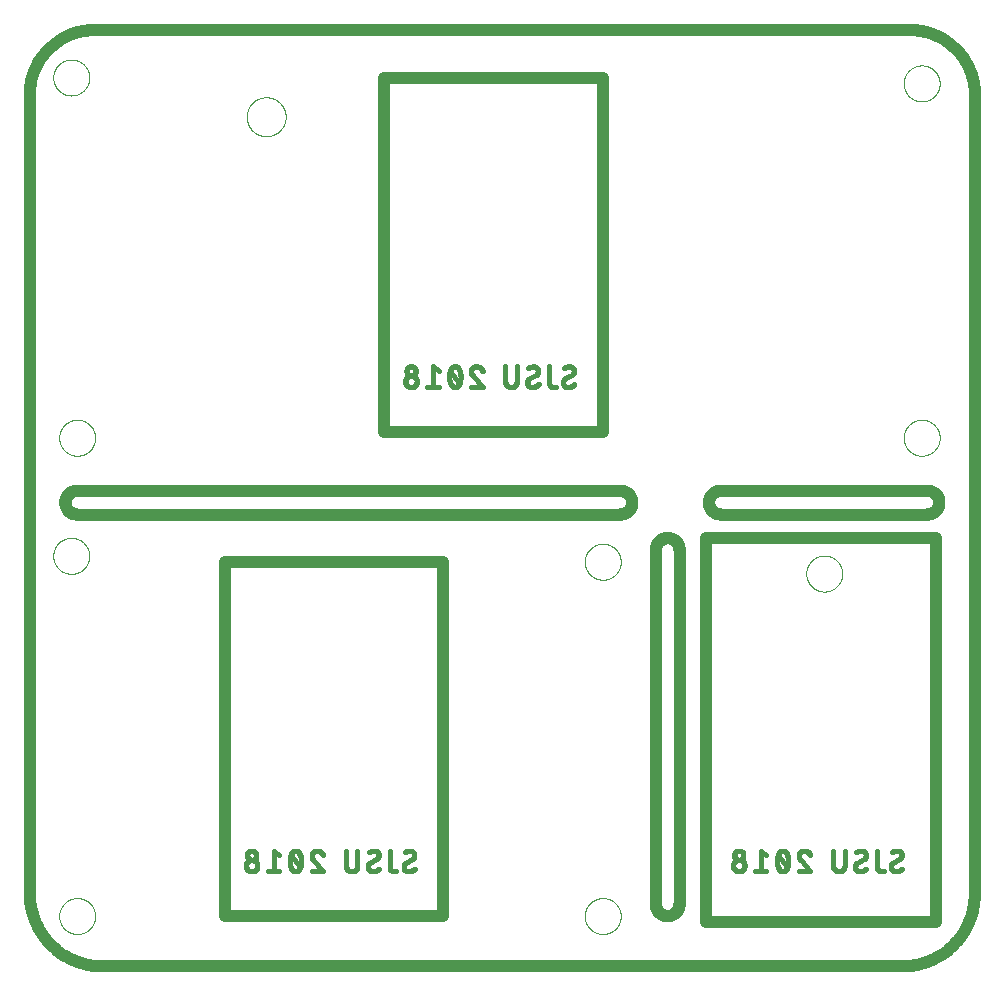
<source format=gbo>
G75*
%MOIN*%
%OFA0B0*%
%FSLAX25Y25*%
%IPPOS*%
%LPD*%
%AMOC8*
5,1,8,0,0,1.08239X$1,22.5*
%
%ADD10C,0.00600*%
%ADD11C,0.00000*%
%ADD12C,0.04000*%
%ADD13R,0.03898X0.00433*%
%ADD14R,0.03031X0.00433*%
%ADD15R,0.02165X0.00433*%
%ADD16R,0.02598X0.00433*%
%ADD17R,0.03465X0.00433*%
%ADD18R,0.04764X0.00433*%
%ADD19R,0.06496X0.00433*%
%ADD20R,0.05197X0.00433*%
%ADD21R,0.05630X0.00433*%
%ADD22R,0.06929X0.00433*%
%ADD23R,0.06063X0.00433*%
%ADD24R,0.07362X0.00433*%
%ADD25R,0.01732X0.00433*%
%ADD26R,0.00433X0.00433*%
%ADD27R,0.07795X0.00433*%
%ADD28R,0.01299X0.00433*%
%ADD29R,0.00866X0.00433*%
%ADD30R,0.08661X0.00433*%
%ADD31R,0.09961X0.00433*%
%ADD32R,0.11260X0.00433*%
%ADD33R,0.12559X0.00433*%
%ADD34R,0.13425X0.00433*%
%ADD35R,0.14291X0.00433*%
%ADD36R,0.15591X0.00433*%
%ADD37R,0.16024X0.00433*%
%ADD38R,0.17323X0.00433*%
%ADD39R,0.18189X0.00433*%
%ADD40R,0.18622X0.00433*%
%ADD41R,0.19921X0.00433*%
%ADD42R,0.20787X0.00433*%
%ADD43R,0.21220X0.00433*%
%ADD44R,0.22087X0.00433*%
%ADD45R,0.22520X0.00433*%
%ADD46R,0.23386X0.00433*%
%ADD47R,0.24252X0.00433*%
%ADD48R,0.24685X0.00433*%
%ADD49R,0.25551X0.00433*%
%ADD50R,0.26417X0.00433*%
%ADD51R,0.27283X0.00433*%
%ADD52R,0.28150X0.00433*%
%ADD53R,0.28583X0.00433*%
%ADD54R,0.29016X0.00433*%
%ADD55R,0.29449X0.00433*%
%ADD56R,0.30315X0.00433*%
%ADD57R,0.30748X0.00433*%
%ADD58R,0.31181X0.00433*%
%ADD59R,0.32047X0.00433*%
%ADD60R,0.32480X0.00433*%
%ADD61R,0.32913X0.00433*%
%ADD62R,0.33346X0.00433*%
%ADD63R,0.33780X0.00433*%
%ADD64R,0.34213X0.00433*%
%ADD65R,0.35079X0.00433*%
%ADD66R,0.23819X0.00433*%
%ADD67R,0.04331X0.00433*%
%ADD68R,0.20354X0.00433*%
%ADD69R,0.15157X0.00433*%
%ADD70R,0.13858X0.00433*%
%ADD71R,0.12126X0.00433*%
%ADD72R,0.10827X0.00433*%
%ADD73R,0.09094X0.00433*%
%ADD74R,0.08228X0.00433*%
%ADD75R,0.09528X0.00433*%
%ADD76R,0.10394X0.00433*%
%ADD77R,0.11693X0.00433*%
%ADD78R,0.19488X0.00433*%
%ADD79R,0.16890X0.00433*%
%ADD80R,0.21654X0.00433*%
%ADD81R,0.50236X0.00433*%
%ADD82R,0.50669X0.00433*%
%ADD83R,0.49803X0.00433*%
%ADD84R,0.48937X0.00433*%
%ADD85R,0.48071X0.00433*%
%ADD86R,0.47638X0.00433*%
%ADD87R,0.47205X0.00433*%
%ADD88R,0.46339X0.00433*%
%ADD89R,0.45472X0.00433*%
%ADD90R,0.44606X0.00433*%
%ADD91R,0.43740X0.00433*%
%ADD92R,0.42874X0.00433*%
%ADD93R,0.42008X0.00433*%
%ADD94R,0.41142X0.00433*%
%ADD95R,0.40276X0.00433*%
%ADD96R,0.39409X0.00433*%
%ADD97R,0.38543X0.00433*%
%ADD98R,0.37677X0.00433*%
%ADD99R,0.35945X0.00433*%
%ADD100R,0.31614X0.00433*%
%ADD101R,0.29882X0.00433*%
%ADD102R,0.22953X0.00433*%
%ADD103R,0.17756X0.00433*%
%ADD104C,0.01700*%
D10*
X0016811Y0026622D02*
X0016811Y0030559D01*
X0016811Y0140795D01*
X0036496Y0156543D02*
X0203819Y0156543D01*
X0016811Y0186071D02*
X0016811Y0298276D01*
X0016811Y0300244D01*
D11*
X0024591Y0302213D02*
X0024593Y0302367D01*
X0024599Y0302522D01*
X0024609Y0302676D01*
X0024623Y0302830D01*
X0024641Y0302983D01*
X0024662Y0303136D01*
X0024688Y0303289D01*
X0024718Y0303440D01*
X0024751Y0303591D01*
X0024789Y0303741D01*
X0024830Y0303890D01*
X0024875Y0304038D01*
X0024924Y0304184D01*
X0024977Y0304330D01*
X0025033Y0304473D01*
X0025093Y0304616D01*
X0025157Y0304756D01*
X0025224Y0304896D01*
X0025295Y0305033D01*
X0025369Y0305168D01*
X0025447Y0305302D01*
X0025528Y0305433D01*
X0025613Y0305562D01*
X0025701Y0305690D01*
X0025792Y0305814D01*
X0025886Y0305937D01*
X0025984Y0306057D01*
X0026084Y0306174D01*
X0026188Y0306289D01*
X0026294Y0306401D01*
X0026403Y0306510D01*
X0026515Y0306616D01*
X0026630Y0306720D01*
X0026747Y0306820D01*
X0026867Y0306918D01*
X0026990Y0307012D01*
X0027114Y0307103D01*
X0027242Y0307191D01*
X0027371Y0307276D01*
X0027502Y0307357D01*
X0027636Y0307435D01*
X0027771Y0307509D01*
X0027908Y0307580D01*
X0028048Y0307647D01*
X0028188Y0307711D01*
X0028331Y0307771D01*
X0028474Y0307827D01*
X0028620Y0307880D01*
X0028766Y0307929D01*
X0028914Y0307974D01*
X0029063Y0308015D01*
X0029213Y0308053D01*
X0029364Y0308086D01*
X0029515Y0308116D01*
X0029668Y0308142D01*
X0029821Y0308163D01*
X0029974Y0308181D01*
X0030128Y0308195D01*
X0030282Y0308205D01*
X0030437Y0308211D01*
X0030591Y0308213D01*
X0030745Y0308211D01*
X0030900Y0308205D01*
X0031054Y0308195D01*
X0031208Y0308181D01*
X0031361Y0308163D01*
X0031514Y0308142D01*
X0031667Y0308116D01*
X0031818Y0308086D01*
X0031969Y0308053D01*
X0032119Y0308015D01*
X0032268Y0307974D01*
X0032416Y0307929D01*
X0032562Y0307880D01*
X0032708Y0307827D01*
X0032851Y0307771D01*
X0032994Y0307711D01*
X0033134Y0307647D01*
X0033274Y0307580D01*
X0033411Y0307509D01*
X0033546Y0307435D01*
X0033680Y0307357D01*
X0033811Y0307276D01*
X0033940Y0307191D01*
X0034068Y0307103D01*
X0034192Y0307012D01*
X0034315Y0306918D01*
X0034435Y0306820D01*
X0034552Y0306720D01*
X0034667Y0306616D01*
X0034779Y0306510D01*
X0034888Y0306401D01*
X0034994Y0306289D01*
X0035098Y0306174D01*
X0035198Y0306057D01*
X0035296Y0305937D01*
X0035390Y0305814D01*
X0035481Y0305690D01*
X0035569Y0305562D01*
X0035654Y0305433D01*
X0035735Y0305302D01*
X0035813Y0305168D01*
X0035887Y0305033D01*
X0035958Y0304896D01*
X0036025Y0304756D01*
X0036089Y0304616D01*
X0036149Y0304473D01*
X0036205Y0304330D01*
X0036258Y0304184D01*
X0036307Y0304038D01*
X0036352Y0303890D01*
X0036393Y0303741D01*
X0036431Y0303591D01*
X0036464Y0303440D01*
X0036494Y0303289D01*
X0036520Y0303136D01*
X0036541Y0302983D01*
X0036559Y0302830D01*
X0036573Y0302676D01*
X0036583Y0302522D01*
X0036589Y0302367D01*
X0036591Y0302213D01*
X0036589Y0302059D01*
X0036583Y0301904D01*
X0036573Y0301750D01*
X0036559Y0301596D01*
X0036541Y0301443D01*
X0036520Y0301290D01*
X0036494Y0301137D01*
X0036464Y0300986D01*
X0036431Y0300835D01*
X0036393Y0300685D01*
X0036352Y0300536D01*
X0036307Y0300388D01*
X0036258Y0300242D01*
X0036205Y0300096D01*
X0036149Y0299953D01*
X0036089Y0299810D01*
X0036025Y0299670D01*
X0035958Y0299530D01*
X0035887Y0299393D01*
X0035813Y0299258D01*
X0035735Y0299124D01*
X0035654Y0298993D01*
X0035569Y0298864D01*
X0035481Y0298736D01*
X0035390Y0298612D01*
X0035296Y0298489D01*
X0035198Y0298369D01*
X0035098Y0298252D01*
X0034994Y0298137D01*
X0034888Y0298025D01*
X0034779Y0297916D01*
X0034667Y0297810D01*
X0034552Y0297706D01*
X0034435Y0297606D01*
X0034315Y0297508D01*
X0034192Y0297414D01*
X0034068Y0297323D01*
X0033940Y0297235D01*
X0033811Y0297150D01*
X0033680Y0297069D01*
X0033546Y0296991D01*
X0033411Y0296917D01*
X0033274Y0296846D01*
X0033134Y0296779D01*
X0032994Y0296715D01*
X0032851Y0296655D01*
X0032708Y0296599D01*
X0032562Y0296546D01*
X0032416Y0296497D01*
X0032268Y0296452D01*
X0032119Y0296411D01*
X0031969Y0296373D01*
X0031818Y0296340D01*
X0031667Y0296310D01*
X0031514Y0296284D01*
X0031361Y0296263D01*
X0031208Y0296245D01*
X0031054Y0296231D01*
X0030900Y0296221D01*
X0030745Y0296215D01*
X0030591Y0296213D01*
X0030437Y0296215D01*
X0030282Y0296221D01*
X0030128Y0296231D01*
X0029974Y0296245D01*
X0029821Y0296263D01*
X0029668Y0296284D01*
X0029515Y0296310D01*
X0029364Y0296340D01*
X0029213Y0296373D01*
X0029063Y0296411D01*
X0028914Y0296452D01*
X0028766Y0296497D01*
X0028620Y0296546D01*
X0028474Y0296599D01*
X0028331Y0296655D01*
X0028188Y0296715D01*
X0028048Y0296779D01*
X0027908Y0296846D01*
X0027771Y0296917D01*
X0027636Y0296991D01*
X0027502Y0297069D01*
X0027371Y0297150D01*
X0027242Y0297235D01*
X0027114Y0297323D01*
X0026990Y0297414D01*
X0026867Y0297508D01*
X0026747Y0297606D01*
X0026630Y0297706D01*
X0026515Y0297810D01*
X0026403Y0297916D01*
X0026294Y0298025D01*
X0026188Y0298137D01*
X0026084Y0298252D01*
X0025984Y0298369D01*
X0025886Y0298489D01*
X0025792Y0298612D01*
X0025701Y0298736D01*
X0025613Y0298864D01*
X0025528Y0298993D01*
X0025447Y0299124D01*
X0025369Y0299258D01*
X0025295Y0299393D01*
X0025224Y0299530D01*
X0025157Y0299670D01*
X0025093Y0299810D01*
X0025033Y0299953D01*
X0024977Y0300096D01*
X0024924Y0300242D01*
X0024875Y0300388D01*
X0024830Y0300536D01*
X0024789Y0300685D01*
X0024751Y0300835D01*
X0024718Y0300986D01*
X0024688Y0301137D01*
X0024662Y0301290D01*
X0024641Y0301443D01*
X0024623Y0301596D01*
X0024609Y0301750D01*
X0024599Y0301904D01*
X0024593Y0302059D01*
X0024591Y0302213D01*
X0089051Y0289126D02*
X0089053Y0289287D01*
X0089059Y0289447D01*
X0089069Y0289608D01*
X0089083Y0289768D01*
X0089101Y0289928D01*
X0089122Y0290087D01*
X0089148Y0290246D01*
X0089178Y0290404D01*
X0089211Y0290561D01*
X0089249Y0290718D01*
X0089290Y0290873D01*
X0089335Y0291027D01*
X0089384Y0291180D01*
X0089437Y0291332D01*
X0089493Y0291483D01*
X0089554Y0291632D01*
X0089617Y0291780D01*
X0089685Y0291926D01*
X0089756Y0292070D01*
X0089830Y0292212D01*
X0089908Y0292353D01*
X0089990Y0292491D01*
X0090075Y0292628D01*
X0090163Y0292762D01*
X0090255Y0292894D01*
X0090350Y0293024D01*
X0090448Y0293152D01*
X0090549Y0293277D01*
X0090653Y0293399D01*
X0090760Y0293519D01*
X0090870Y0293636D01*
X0090983Y0293751D01*
X0091099Y0293862D01*
X0091218Y0293971D01*
X0091339Y0294076D01*
X0091463Y0294179D01*
X0091589Y0294279D01*
X0091717Y0294375D01*
X0091848Y0294468D01*
X0091982Y0294558D01*
X0092117Y0294645D01*
X0092255Y0294728D01*
X0092394Y0294808D01*
X0092536Y0294884D01*
X0092679Y0294957D01*
X0092824Y0295026D01*
X0092971Y0295092D01*
X0093119Y0295154D01*
X0093269Y0295212D01*
X0093420Y0295267D01*
X0093573Y0295318D01*
X0093727Y0295365D01*
X0093882Y0295408D01*
X0094038Y0295447D01*
X0094194Y0295483D01*
X0094352Y0295514D01*
X0094510Y0295542D01*
X0094669Y0295566D01*
X0094829Y0295586D01*
X0094989Y0295602D01*
X0095149Y0295614D01*
X0095310Y0295622D01*
X0095471Y0295626D01*
X0095631Y0295626D01*
X0095792Y0295622D01*
X0095953Y0295614D01*
X0096113Y0295602D01*
X0096273Y0295586D01*
X0096433Y0295566D01*
X0096592Y0295542D01*
X0096750Y0295514D01*
X0096908Y0295483D01*
X0097064Y0295447D01*
X0097220Y0295408D01*
X0097375Y0295365D01*
X0097529Y0295318D01*
X0097682Y0295267D01*
X0097833Y0295212D01*
X0097983Y0295154D01*
X0098131Y0295092D01*
X0098278Y0295026D01*
X0098423Y0294957D01*
X0098566Y0294884D01*
X0098708Y0294808D01*
X0098847Y0294728D01*
X0098985Y0294645D01*
X0099120Y0294558D01*
X0099254Y0294468D01*
X0099385Y0294375D01*
X0099513Y0294279D01*
X0099639Y0294179D01*
X0099763Y0294076D01*
X0099884Y0293971D01*
X0100003Y0293862D01*
X0100119Y0293751D01*
X0100232Y0293636D01*
X0100342Y0293519D01*
X0100449Y0293399D01*
X0100553Y0293277D01*
X0100654Y0293152D01*
X0100752Y0293024D01*
X0100847Y0292894D01*
X0100939Y0292762D01*
X0101027Y0292628D01*
X0101112Y0292491D01*
X0101194Y0292353D01*
X0101272Y0292212D01*
X0101346Y0292070D01*
X0101417Y0291926D01*
X0101485Y0291780D01*
X0101548Y0291632D01*
X0101609Y0291483D01*
X0101665Y0291332D01*
X0101718Y0291180D01*
X0101767Y0291027D01*
X0101812Y0290873D01*
X0101853Y0290718D01*
X0101891Y0290561D01*
X0101924Y0290404D01*
X0101954Y0290246D01*
X0101980Y0290087D01*
X0102001Y0289928D01*
X0102019Y0289768D01*
X0102033Y0289608D01*
X0102043Y0289447D01*
X0102049Y0289287D01*
X0102051Y0289126D01*
X0102049Y0288965D01*
X0102043Y0288805D01*
X0102033Y0288644D01*
X0102019Y0288484D01*
X0102001Y0288324D01*
X0101980Y0288165D01*
X0101954Y0288006D01*
X0101924Y0287848D01*
X0101891Y0287691D01*
X0101853Y0287534D01*
X0101812Y0287379D01*
X0101767Y0287225D01*
X0101718Y0287072D01*
X0101665Y0286920D01*
X0101609Y0286769D01*
X0101548Y0286620D01*
X0101485Y0286472D01*
X0101417Y0286326D01*
X0101346Y0286182D01*
X0101272Y0286040D01*
X0101194Y0285899D01*
X0101112Y0285761D01*
X0101027Y0285624D01*
X0100939Y0285490D01*
X0100847Y0285358D01*
X0100752Y0285228D01*
X0100654Y0285100D01*
X0100553Y0284975D01*
X0100449Y0284853D01*
X0100342Y0284733D01*
X0100232Y0284616D01*
X0100119Y0284501D01*
X0100003Y0284390D01*
X0099884Y0284281D01*
X0099763Y0284176D01*
X0099639Y0284073D01*
X0099513Y0283973D01*
X0099385Y0283877D01*
X0099254Y0283784D01*
X0099120Y0283694D01*
X0098985Y0283607D01*
X0098847Y0283524D01*
X0098708Y0283444D01*
X0098566Y0283368D01*
X0098423Y0283295D01*
X0098278Y0283226D01*
X0098131Y0283160D01*
X0097983Y0283098D01*
X0097833Y0283040D01*
X0097682Y0282985D01*
X0097529Y0282934D01*
X0097375Y0282887D01*
X0097220Y0282844D01*
X0097064Y0282805D01*
X0096908Y0282769D01*
X0096750Y0282738D01*
X0096592Y0282710D01*
X0096433Y0282686D01*
X0096273Y0282666D01*
X0096113Y0282650D01*
X0095953Y0282638D01*
X0095792Y0282630D01*
X0095631Y0282626D01*
X0095471Y0282626D01*
X0095310Y0282630D01*
X0095149Y0282638D01*
X0094989Y0282650D01*
X0094829Y0282666D01*
X0094669Y0282686D01*
X0094510Y0282710D01*
X0094352Y0282738D01*
X0094194Y0282769D01*
X0094038Y0282805D01*
X0093882Y0282844D01*
X0093727Y0282887D01*
X0093573Y0282934D01*
X0093420Y0282985D01*
X0093269Y0283040D01*
X0093119Y0283098D01*
X0092971Y0283160D01*
X0092824Y0283226D01*
X0092679Y0283295D01*
X0092536Y0283368D01*
X0092394Y0283444D01*
X0092255Y0283524D01*
X0092117Y0283607D01*
X0091982Y0283694D01*
X0091848Y0283784D01*
X0091717Y0283877D01*
X0091589Y0283973D01*
X0091463Y0284073D01*
X0091339Y0284176D01*
X0091218Y0284281D01*
X0091099Y0284390D01*
X0090983Y0284501D01*
X0090870Y0284616D01*
X0090760Y0284733D01*
X0090653Y0284853D01*
X0090549Y0284975D01*
X0090448Y0285100D01*
X0090350Y0285228D01*
X0090255Y0285358D01*
X0090163Y0285490D01*
X0090075Y0285624D01*
X0089990Y0285761D01*
X0089908Y0285899D01*
X0089830Y0286040D01*
X0089756Y0286182D01*
X0089685Y0286326D01*
X0089617Y0286472D01*
X0089554Y0286620D01*
X0089493Y0286769D01*
X0089437Y0286920D01*
X0089384Y0287072D01*
X0089335Y0287225D01*
X0089290Y0287379D01*
X0089249Y0287534D01*
X0089211Y0287691D01*
X0089178Y0287848D01*
X0089148Y0288006D01*
X0089122Y0288165D01*
X0089101Y0288324D01*
X0089083Y0288484D01*
X0089069Y0288644D01*
X0089059Y0288805D01*
X0089053Y0288965D01*
X0089051Y0289126D01*
X0026559Y0182134D02*
X0026561Y0182288D01*
X0026567Y0182443D01*
X0026577Y0182597D01*
X0026591Y0182751D01*
X0026609Y0182904D01*
X0026630Y0183057D01*
X0026656Y0183210D01*
X0026686Y0183361D01*
X0026719Y0183512D01*
X0026757Y0183662D01*
X0026798Y0183811D01*
X0026843Y0183959D01*
X0026892Y0184105D01*
X0026945Y0184251D01*
X0027001Y0184394D01*
X0027061Y0184537D01*
X0027125Y0184677D01*
X0027192Y0184817D01*
X0027263Y0184954D01*
X0027337Y0185089D01*
X0027415Y0185223D01*
X0027496Y0185354D01*
X0027581Y0185483D01*
X0027669Y0185611D01*
X0027760Y0185735D01*
X0027854Y0185858D01*
X0027952Y0185978D01*
X0028052Y0186095D01*
X0028156Y0186210D01*
X0028262Y0186322D01*
X0028371Y0186431D01*
X0028483Y0186537D01*
X0028598Y0186641D01*
X0028715Y0186741D01*
X0028835Y0186839D01*
X0028958Y0186933D01*
X0029082Y0187024D01*
X0029210Y0187112D01*
X0029339Y0187197D01*
X0029470Y0187278D01*
X0029604Y0187356D01*
X0029739Y0187430D01*
X0029876Y0187501D01*
X0030016Y0187568D01*
X0030156Y0187632D01*
X0030299Y0187692D01*
X0030442Y0187748D01*
X0030588Y0187801D01*
X0030734Y0187850D01*
X0030882Y0187895D01*
X0031031Y0187936D01*
X0031181Y0187974D01*
X0031332Y0188007D01*
X0031483Y0188037D01*
X0031636Y0188063D01*
X0031789Y0188084D01*
X0031942Y0188102D01*
X0032096Y0188116D01*
X0032250Y0188126D01*
X0032405Y0188132D01*
X0032559Y0188134D01*
X0032713Y0188132D01*
X0032868Y0188126D01*
X0033022Y0188116D01*
X0033176Y0188102D01*
X0033329Y0188084D01*
X0033482Y0188063D01*
X0033635Y0188037D01*
X0033786Y0188007D01*
X0033937Y0187974D01*
X0034087Y0187936D01*
X0034236Y0187895D01*
X0034384Y0187850D01*
X0034530Y0187801D01*
X0034676Y0187748D01*
X0034819Y0187692D01*
X0034962Y0187632D01*
X0035102Y0187568D01*
X0035242Y0187501D01*
X0035379Y0187430D01*
X0035514Y0187356D01*
X0035648Y0187278D01*
X0035779Y0187197D01*
X0035908Y0187112D01*
X0036036Y0187024D01*
X0036160Y0186933D01*
X0036283Y0186839D01*
X0036403Y0186741D01*
X0036520Y0186641D01*
X0036635Y0186537D01*
X0036747Y0186431D01*
X0036856Y0186322D01*
X0036962Y0186210D01*
X0037066Y0186095D01*
X0037166Y0185978D01*
X0037264Y0185858D01*
X0037358Y0185735D01*
X0037449Y0185611D01*
X0037537Y0185483D01*
X0037622Y0185354D01*
X0037703Y0185223D01*
X0037781Y0185089D01*
X0037855Y0184954D01*
X0037926Y0184817D01*
X0037993Y0184677D01*
X0038057Y0184537D01*
X0038117Y0184394D01*
X0038173Y0184251D01*
X0038226Y0184105D01*
X0038275Y0183959D01*
X0038320Y0183811D01*
X0038361Y0183662D01*
X0038399Y0183512D01*
X0038432Y0183361D01*
X0038462Y0183210D01*
X0038488Y0183057D01*
X0038509Y0182904D01*
X0038527Y0182751D01*
X0038541Y0182597D01*
X0038551Y0182443D01*
X0038557Y0182288D01*
X0038559Y0182134D01*
X0038557Y0181980D01*
X0038551Y0181825D01*
X0038541Y0181671D01*
X0038527Y0181517D01*
X0038509Y0181364D01*
X0038488Y0181211D01*
X0038462Y0181058D01*
X0038432Y0180907D01*
X0038399Y0180756D01*
X0038361Y0180606D01*
X0038320Y0180457D01*
X0038275Y0180309D01*
X0038226Y0180163D01*
X0038173Y0180017D01*
X0038117Y0179874D01*
X0038057Y0179731D01*
X0037993Y0179591D01*
X0037926Y0179451D01*
X0037855Y0179314D01*
X0037781Y0179179D01*
X0037703Y0179045D01*
X0037622Y0178914D01*
X0037537Y0178785D01*
X0037449Y0178657D01*
X0037358Y0178533D01*
X0037264Y0178410D01*
X0037166Y0178290D01*
X0037066Y0178173D01*
X0036962Y0178058D01*
X0036856Y0177946D01*
X0036747Y0177837D01*
X0036635Y0177731D01*
X0036520Y0177627D01*
X0036403Y0177527D01*
X0036283Y0177429D01*
X0036160Y0177335D01*
X0036036Y0177244D01*
X0035908Y0177156D01*
X0035779Y0177071D01*
X0035648Y0176990D01*
X0035514Y0176912D01*
X0035379Y0176838D01*
X0035242Y0176767D01*
X0035102Y0176700D01*
X0034962Y0176636D01*
X0034819Y0176576D01*
X0034676Y0176520D01*
X0034530Y0176467D01*
X0034384Y0176418D01*
X0034236Y0176373D01*
X0034087Y0176332D01*
X0033937Y0176294D01*
X0033786Y0176261D01*
X0033635Y0176231D01*
X0033482Y0176205D01*
X0033329Y0176184D01*
X0033176Y0176166D01*
X0033022Y0176152D01*
X0032868Y0176142D01*
X0032713Y0176136D01*
X0032559Y0176134D01*
X0032405Y0176136D01*
X0032250Y0176142D01*
X0032096Y0176152D01*
X0031942Y0176166D01*
X0031789Y0176184D01*
X0031636Y0176205D01*
X0031483Y0176231D01*
X0031332Y0176261D01*
X0031181Y0176294D01*
X0031031Y0176332D01*
X0030882Y0176373D01*
X0030734Y0176418D01*
X0030588Y0176467D01*
X0030442Y0176520D01*
X0030299Y0176576D01*
X0030156Y0176636D01*
X0030016Y0176700D01*
X0029876Y0176767D01*
X0029739Y0176838D01*
X0029604Y0176912D01*
X0029470Y0176990D01*
X0029339Y0177071D01*
X0029210Y0177156D01*
X0029082Y0177244D01*
X0028958Y0177335D01*
X0028835Y0177429D01*
X0028715Y0177527D01*
X0028598Y0177627D01*
X0028483Y0177731D01*
X0028371Y0177837D01*
X0028262Y0177946D01*
X0028156Y0178058D01*
X0028052Y0178173D01*
X0027952Y0178290D01*
X0027854Y0178410D01*
X0027760Y0178533D01*
X0027669Y0178657D01*
X0027581Y0178785D01*
X0027496Y0178914D01*
X0027415Y0179045D01*
X0027337Y0179179D01*
X0027263Y0179314D01*
X0027192Y0179451D01*
X0027125Y0179591D01*
X0027061Y0179731D01*
X0027001Y0179874D01*
X0026945Y0180017D01*
X0026892Y0180163D01*
X0026843Y0180309D01*
X0026798Y0180457D01*
X0026757Y0180606D01*
X0026719Y0180756D01*
X0026686Y0180907D01*
X0026656Y0181058D01*
X0026630Y0181211D01*
X0026609Y0181364D01*
X0026591Y0181517D01*
X0026577Y0181671D01*
X0026567Y0181825D01*
X0026561Y0181980D01*
X0026559Y0182134D01*
X0024591Y0142764D02*
X0024593Y0142918D01*
X0024599Y0143073D01*
X0024609Y0143227D01*
X0024623Y0143381D01*
X0024641Y0143534D01*
X0024662Y0143687D01*
X0024688Y0143840D01*
X0024718Y0143991D01*
X0024751Y0144142D01*
X0024789Y0144292D01*
X0024830Y0144441D01*
X0024875Y0144589D01*
X0024924Y0144735D01*
X0024977Y0144881D01*
X0025033Y0145024D01*
X0025093Y0145167D01*
X0025157Y0145307D01*
X0025224Y0145447D01*
X0025295Y0145584D01*
X0025369Y0145719D01*
X0025447Y0145853D01*
X0025528Y0145984D01*
X0025613Y0146113D01*
X0025701Y0146241D01*
X0025792Y0146365D01*
X0025886Y0146488D01*
X0025984Y0146608D01*
X0026084Y0146725D01*
X0026188Y0146840D01*
X0026294Y0146952D01*
X0026403Y0147061D01*
X0026515Y0147167D01*
X0026630Y0147271D01*
X0026747Y0147371D01*
X0026867Y0147469D01*
X0026990Y0147563D01*
X0027114Y0147654D01*
X0027242Y0147742D01*
X0027371Y0147827D01*
X0027502Y0147908D01*
X0027636Y0147986D01*
X0027771Y0148060D01*
X0027908Y0148131D01*
X0028048Y0148198D01*
X0028188Y0148262D01*
X0028331Y0148322D01*
X0028474Y0148378D01*
X0028620Y0148431D01*
X0028766Y0148480D01*
X0028914Y0148525D01*
X0029063Y0148566D01*
X0029213Y0148604D01*
X0029364Y0148637D01*
X0029515Y0148667D01*
X0029668Y0148693D01*
X0029821Y0148714D01*
X0029974Y0148732D01*
X0030128Y0148746D01*
X0030282Y0148756D01*
X0030437Y0148762D01*
X0030591Y0148764D01*
X0030745Y0148762D01*
X0030900Y0148756D01*
X0031054Y0148746D01*
X0031208Y0148732D01*
X0031361Y0148714D01*
X0031514Y0148693D01*
X0031667Y0148667D01*
X0031818Y0148637D01*
X0031969Y0148604D01*
X0032119Y0148566D01*
X0032268Y0148525D01*
X0032416Y0148480D01*
X0032562Y0148431D01*
X0032708Y0148378D01*
X0032851Y0148322D01*
X0032994Y0148262D01*
X0033134Y0148198D01*
X0033274Y0148131D01*
X0033411Y0148060D01*
X0033546Y0147986D01*
X0033680Y0147908D01*
X0033811Y0147827D01*
X0033940Y0147742D01*
X0034068Y0147654D01*
X0034192Y0147563D01*
X0034315Y0147469D01*
X0034435Y0147371D01*
X0034552Y0147271D01*
X0034667Y0147167D01*
X0034779Y0147061D01*
X0034888Y0146952D01*
X0034994Y0146840D01*
X0035098Y0146725D01*
X0035198Y0146608D01*
X0035296Y0146488D01*
X0035390Y0146365D01*
X0035481Y0146241D01*
X0035569Y0146113D01*
X0035654Y0145984D01*
X0035735Y0145853D01*
X0035813Y0145719D01*
X0035887Y0145584D01*
X0035958Y0145447D01*
X0036025Y0145307D01*
X0036089Y0145167D01*
X0036149Y0145024D01*
X0036205Y0144881D01*
X0036258Y0144735D01*
X0036307Y0144589D01*
X0036352Y0144441D01*
X0036393Y0144292D01*
X0036431Y0144142D01*
X0036464Y0143991D01*
X0036494Y0143840D01*
X0036520Y0143687D01*
X0036541Y0143534D01*
X0036559Y0143381D01*
X0036573Y0143227D01*
X0036583Y0143073D01*
X0036589Y0142918D01*
X0036591Y0142764D01*
X0036589Y0142610D01*
X0036583Y0142455D01*
X0036573Y0142301D01*
X0036559Y0142147D01*
X0036541Y0141994D01*
X0036520Y0141841D01*
X0036494Y0141688D01*
X0036464Y0141537D01*
X0036431Y0141386D01*
X0036393Y0141236D01*
X0036352Y0141087D01*
X0036307Y0140939D01*
X0036258Y0140793D01*
X0036205Y0140647D01*
X0036149Y0140504D01*
X0036089Y0140361D01*
X0036025Y0140221D01*
X0035958Y0140081D01*
X0035887Y0139944D01*
X0035813Y0139809D01*
X0035735Y0139675D01*
X0035654Y0139544D01*
X0035569Y0139415D01*
X0035481Y0139287D01*
X0035390Y0139163D01*
X0035296Y0139040D01*
X0035198Y0138920D01*
X0035098Y0138803D01*
X0034994Y0138688D01*
X0034888Y0138576D01*
X0034779Y0138467D01*
X0034667Y0138361D01*
X0034552Y0138257D01*
X0034435Y0138157D01*
X0034315Y0138059D01*
X0034192Y0137965D01*
X0034068Y0137874D01*
X0033940Y0137786D01*
X0033811Y0137701D01*
X0033680Y0137620D01*
X0033546Y0137542D01*
X0033411Y0137468D01*
X0033274Y0137397D01*
X0033134Y0137330D01*
X0032994Y0137266D01*
X0032851Y0137206D01*
X0032708Y0137150D01*
X0032562Y0137097D01*
X0032416Y0137048D01*
X0032268Y0137003D01*
X0032119Y0136962D01*
X0031969Y0136924D01*
X0031818Y0136891D01*
X0031667Y0136861D01*
X0031514Y0136835D01*
X0031361Y0136814D01*
X0031208Y0136796D01*
X0031054Y0136782D01*
X0030900Y0136772D01*
X0030745Y0136766D01*
X0030591Y0136764D01*
X0030437Y0136766D01*
X0030282Y0136772D01*
X0030128Y0136782D01*
X0029974Y0136796D01*
X0029821Y0136814D01*
X0029668Y0136835D01*
X0029515Y0136861D01*
X0029364Y0136891D01*
X0029213Y0136924D01*
X0029063Y0136962D01*
X0028914Y0137003D01*
X0028766Y0137048D01*
X0028620Y0137097D01*
X0028474Y0137150D01*
X0028331Y0137206D01*
X0028188Y0137266D01*
X0028048Y0137330D01*
X0027908Y0137397D01*
X0027771Y0137468D01*
X0027636Y0137542D01*
X0027502Y0137620D01*
X0027371Y0137701D01*
X0027242Y0137786D01*
X0027114Y0137874D01*
X0026990Y0137965D01*
X0026867Y0138059D01*
X0026747Y0138157D01*
X0026630Y0138257D01*
X0026515Y0138361D01*
X0026403Y0138467D01*
X0026294Y0138576D01*
X0026188Y0138688D01*
X0026084Y0138803D01*
X0025984Y0138920D01*
X0025886Y0139040D01*
X0025792Y0139163D01*
X0025701Y0139287D01*
X0025613Y0139415D01*
X0025528Y0139544D01*
X0025447Y0139675D01*
X0025369Y0139809D01*
X0025295Y0139944D01*
X0025224Y0140081D01*
X0025157Y0140221D01*
X0025093Y0140361D01*
X0025033Y0140504D01*
X0024977Y0140647D01*
X0024924Y0140793D01*
X0024875Y0140939D01*
X0024830Y0141087D01*
X0024789Y0141236D01*
X0024751Y0141386D01*
X0024718Y0141537D01*
X0024688Y0141688D01*
X0024662Y0141841D01*
X0024641Y0141994D01*
X0024623Y0142147D01*
X0024609Y0142301D01*
X0024599Y0142455D01*
X0024593Y0142610D01*
X0024591Y0142764D01*
X0026559Y0022685D02*
X0026561Y0022839D01*
X0026567Y0022994D01*
X0026577Y0023148D01*
X0026591Y0023302D01*
X0026609Y0023455D01*
X0026630Y0023608D01*
X0026656Y0023761D01*
X0026686Y0023912D01*
X0026719Y0024063D01*
X0026757Y0024213D01*
X0026798Y0024362D01*
X0026843Y0024510D01*
X0026892Y0024656D01*
X0026945Y0024802D01*
X0027001Y0024945D01*
X0027061Y0025088D01*
X0027125Y0025228D01*
X0027192Y0025368D01*
X0027263Y0025505D01*
X0027337Y0025640D01*
X0027415Y0025774D01*
X0027496Y0025905D01*
X0027581Y0026034D01*
X0027669Y0026162D01*
X0027760Y0026286D01*
X0027854Y0026409D01*
X0027952Y0026529D01*
X0028052Y0026646D01*
X0028156Y0026761D01*
X0028262Y0026873D01*
X0028371Y0026982D01*
X0028483Y0027088D01*
X0028598Y0027192D01*
X0028715Y0027292D01*
X0028835Y0027390D01*
X0028958Y0027484D01*
X0029082Y0027575D01*
X0029210Y0027663D01*
X0029339Y0027748D01*
X0029470Y0027829D01*
X0029604Y0027907D01*
X0029739Y0027981D01*
X0029876Y0028052D01*
X0030016Y0028119D01*
X0030156Y0028183D01*
X0030299Y0028243D01*
X0030442Y0028299D01*
X0030588Y0028352D01*
X0030734Y0028401D01*
X0030882Y0028446D01*
X0031031Y0028487D01*
X0031181Y0028525D01*
X0031332Y0028558D01*
X0031483Y0028588D01*
X0031636Y0028614D01*
X0031789Y0028635D01*
X0031942Y0028653D01*
X0032096Y0028667D01*
X0032250Y0028677D01*
X0032405Y0028683D01*
X0032559Y0028685D01*
X0032713Y0028683D01*
X0032868Y0028677D01*
X0033022Y0028667D01*
X0033176Y0028653D01*
X0033329Y0028635D01*
X0033482Y0028614D01*
X0033635Y0028588D01*
X0033786Y0028558D01*
X0033937Y0028525D01*
X0034087Y0028487D01*
X0034236Y0028446D01*
X0034384Y0028401D01*
X0034530Y0028352D01*
X0034676Y0028299D01*
X0034819Y0028243D01*
X0034962Y0028183D01*
X0035102Y0028119D01*
X0035242Y0028052D01*
X0035379Y0027981D01*
X0035514Y0027907D01*
X0035648Y0027829D01*
X0035779Y0027748D01*
X0035908Y0027663D01*
X0036036Y0027575D01*
X0036160Y0027484D01*
X0036283Y0027390D01*
X0036403Y0027292D01*
X0036520Y0027192D01*
X0036635Y0027088D01*
X0036747Y0026982D01*
X0036856Y0026873D01*
X0036962Y0026761D01*
X0037066Y0026646D01*
X0037166Y0026529D01*
X0037264Y0026409D01*
X0037358Y0026286D01*
X0037449Y0026162D01*
X0037537Y0026034D01*
X0037622Y0025905D01*
X0037703Y0025774D01*
X0037781Y0025640D01*
X0037855Y0025505D01*
X0037926Y0025368D01*
X0037993Y0025228D01*
X0038057Y0025088D01*
X0038117Y0024945D01*
X0038173Y0024802D01*
X0038226Y0024656D01*
X0038275Y0024510D01*
X0038320Y0024362D01*
X0038361Y0024213D01*
X0038399Y0024063D01*
X0038432Y0023912D01*
X0038462Y0023761D01*
X0038488Y0023608D01*
X0038509Y0023455D01*
X0038527Y0023302D01*
X0038541Y0023148D01*
X0038551Y0022994D01*
X0038557Y0022839D01*
X0038559Y0022685D01*
X0038557Y0022531D01*
X0038551Y0022376D01*
X0038541Y0022222D01*
X0038527Y0022068D01*
X0038509Y0021915D01*
X0038488Y0021762D01*
X0038462Y0021609D01*
X0038432Y0021458D01*
X0038399Y0021307D01*
X0038361Y0021157D01*
X0038320Y0021008D01*
X0038275Y0020860D01*
X0038226Y0020714D01*
X0038173Y0020568D01*
X0038117Y0020425D01*
X0038057Y0020282D01*
X0037993Y0020142D01*
X0037926Y0020002D01*
X0037855Y0019865D01*
X0037781Y0019730D01*
X0037703Y0019596D01*
X0037622Y0019465D01*
X0037537Y0019336D01*
X0037449Y0019208D01*
X0037358Y0019084D01*
X0037264Y0018961D01*
X0037166Y0018841D01*
X0037066Y0018724D01*
X0036962Y0018609D01*
X0036856Y0018497D01*
X0036747Y0018388D01*
X0036635Y0018282D01*
X0036520Y0018178D01*
X0036403Y0018078D01*
X0036283Y0017980D01*
X0036160Y0017886D01*
X0036036Y0017795D01*
X0035908Y0017707D01*
X0035779Y0017622D01*
X0035648Y0017541D01*
X0035514Y0017463D01*
X0035379Y0017389D01*
X0035242Y0017318D01*
X0035102Y0017251D01*
X0034962Y0017187D01*
X0034819Y0017127D01*
X0034676Y0017071D01*
X0034530Y0017018D01*
X0034384Y0016969D01*
X0034236Y0016924D01*
X0034087Y0016883D01*
X0033937Y0016845D01*
X0033786Y0016812D01*
X0033635Y0016782D01*
X0033482Y0016756D01*
X0033329Y0016735D01*
X0033176Y0016717D01*
X0033022Y0016703D01*
X0032868Y0016693D01*
X0032713Y0016687D01*
X0032559Y0016685D01*
X0032405Y0016687D01*
X0032250Y0016693D01*
X0032096Y0016703D01*
X0031942Y0016717D01*
X0031789Y0016735D01*
X0031636Y0016756D01*
X0031483Y0016782D01*
X0031332Y0016812D01*
X0031181Y0016845D01*
X0031031Y0016883D01*
X0030882Y0016924D01*
X0030734Y0016969D01*
X0030588Y0017018D01*
X0030442Y0017071D01*
X0030299Y0017127D01*
X0030156Y0017187D01*
X0030016Y0017251D01*
X0029876Y0017318D01*
X0029739Y0017389D01*
X0029604Y0017463D01*
X0029470Y0017541D01*
X0029339Y0017622D01*
X0029210Y0017707D01*
X0029082Y0017795D01*
X0028958Y0017886D01*
X0028835Y0017980D01*
X0028715Y0018078D01*
X0028598Y0018178D01*
X0028483Y0018282D01*
X0028371Y0018388D01*
X0028262Y0018497D01*
X0028156Y0018609D01*
X0028052Y0018724D01*
X0027952Y0018841D01*
X0027854Y0018961D01*
X0027760Y0019084D01*
X0027669Y0019208D01*
X0027581Y0019336D01*
X0027496Y0019465D01*
X0027415Y0019596D01*
X0027337Y0019730D01*
X0027263Y0019865D01*
X0027192Y0020002D01*
X0027125Y0020142D01*
X0027061Y0020282D01*
X0027001Y0020425D01*
X0026945Y0020568D01*
X0026892Y0020714D01*
X0026843Y0020860D01*
X0026798Y0021008D01*
X0026757Y0021157D01*
X0026719Y0021307D01*
X0026686Y0021458D01*
X0026656Y0021609D01*
X0026630Y0021762D01*
X0026609Y0021915D01*
X0026591Y0022068D01*
X0026577Y0022222D01*
X0026567Y0022376D01*
X0026561Y0022531D01*
X0026559Y0022685D01*
X0201756Y0022685D02*
X0201758Y0022839D01*
X0201764Y0022994D01*
X0201774Y0023148D01*
X0201788Y0023302D01*
X0201806Y0023455D01*
X0201827Y0023608D01*
X0201853Y0023761D01*
X0201883Y0023912D01*
X0201916Y0024063D01*
X0201954Y0024213D01*
X0201995Y0024362D01*
X0202040Y0024510D01*
X0202089Y0024656D01*
X0202142Y0024802D01*
X0202198Y0024945D01*
X0202258Y0025088D01*
X0202322Y0025228D01*
X0202389Y0025368D01*
X0202460Y0025505D01*
X0202534Y0025640D01*
X0202612Y0025774D01*
X0202693Y0025905D01*
X0202778Y0026034D01*
X0202866Y0026162D01*
X0202957Y0026286D01*
X0203051Y0026409D01*
X0203149Y0026529D01*
X0203249Y0026646D01*
X0203353Y0026761D01*
X0203459Y0026873D01*
X0203568Y0026982D01*
X0203680Y0027088D01*
X0203795Y0027192D01*
X0203912Y0027292D01*
X0204032Y0027390D01*
X0204155Y0027484D01*
X0204279Y0027575D01*
X0204407Y0027663D01*
X0204536Y0027748D01*
X0204667Y0027829D01*
X0204801Y0027907D01*
X0204936Y0027981D01*
X0205073Y0028052D01*
X0205213Y0028119D01*
X0205353Y0028183D01*
X0205496Y0028243D01*
X0205639Y0028299D01*
X0205785Y0028352D01*
X0205931Y0028401D01*
X0206079Y0028446D01*
X0206228Y0028487D01*
X0206378Y0028525D01*
X0206529Y0028558D01*
X0206680Y0028588D01*
X0206833Y0028614D01*
X0206986Y0028635D01*
X0207139Y0028653D01*
X0207293Y0028667D01*
X0207447Y0028677D01*
X0207602Y0028683D01*
X0207756Y0028685D01*
X0207910Y0028683D01*
X0208065Y0028677D01*
X0208219Y0028667D01*
X0208373Y0028653D01*
X0208526Y0028635D01*
X0208679Y0028614D01*
X0208832Y0028588D01*
X0208983Y0028558D01*
X0209134Y0028525D01*
X0209284Y0028487D01*
X0209433Y0028446D01*
X0209581Y0028401D01*
X0209727Y0028352D01*
X0209873Y0028299D01*
X0210016Y0028243D01*
X0210159Y0028183D01*
X0210299Y0028119D01*
X0210439Y0028052D01*
X0210576Y0027981D01*
X0210711Y0027907D01*
X0210845Y0027829D01*
X0210976Y0027748D01*
X0211105Y0027663D01*
X0211233Y0027575D01*
X0211357Y0027484D01*
X0211480Y0027390D01*
X0211600Y0027292D01*
X0211717Y0027192D01*
X0211832Y0027088D01*
X0211944Y0026982D01*
X0212053Y0026873D01*
X0212159Y0026761D01*
X0212263Y0026646D01*
X0212363Y0026529D01*
X0212461Y0026409D01*
X0212555Y0026286D01*
X0212646Y0026162D01*
X0212734Y0026034D01*
X0212819Y0025905D01*
X0212900Y0025774D01*
X0212978Y0025640D01*
X0213052Y0025505D01*
X0213123Y0025368D01*
X0213190Y0025228D01*
X0213254Y0025088D01*
X0213314Y0024945D01*
X0213370Y0024802D01*
X0213423Y0024656D01*
X0213472Y0024510D01*
X0213517Y0024362D01*
X0213558Y0024213D01*
X0213596Y0024063D01*
X0213629Y0023912D01*
X0213659Y0023761D01*
X0213685Y0023608D01*
X0213706Y0023455D01*
X0213724Y0023302D01*
X0213738Y0023148D01*
X0213748Y0022994D01*
X0213754Y0022839D01*
X0213756Y0022685D01*
X0213754Y0022531D01*
X0213748Y0022376D01*
X0213738Y0022222D01*
X0213724Y0022068D01*
X0213706Y0021915D01*
X0213685Y0021762D01*
X0213659Y0021609D01*
X0213629Y0021458D01*
X0213596Y0021307D01*
X0213558Y0021157D01*
X0213517Y0021008D01*
X0213472Y0020860D01*
X0213423Y0020714D01*
X0213370Y0020568D01*
X0213314Y0020425D01*
X0213254Y0020282D01*
X0213190Y0020142D01*
X0213123Y0020002D01*
X0213052Y0019865D01*
X0212978Y0019730D01*
X0212900Y0019596D01*
X0212819Y0019465D01*
X0212734Y0019336D01*
X0212646Y0019208D01*
X0212555Y0019084D01*
X0212461Y0018961D01*
X0212363Y0018841D01*
X0212263Y0018724D01*
X0212159Y0018609D01*
X0212053Y0018497D01*
X0211944Y0018388D01*
X0211832Y0018282D01*
X0211717Y0018178D01*
X0211600Y0018078D01*
X0211480Y0017980D01*
X0211357Y0017886D01*
X0211233Y0017795D01*
X0211105Y0017707D01*
X0210976Y0017622D01*
X0210845Y0017541D01*
X0210711Y0017463D01*
X0210576Y0017389D01*
X0210439Y0017318D01*
X0210299Y0017251D01*
X0210159Y0017187D01*
X0210016Y0017127D01*
X0209873Y0017071D01*
X0209727Y0017018D01*
X0209581Y0016969D01*
X0209433Y0016924D01*
X0209284Y0016883D01*
X0209134Y0016845D01*
X0208983Y0016812D01*
X0208832Y0016782D01*
X0208679Y0016756D01*
X0208526Y0016735D01*
X0208373Y0016717D01*
X0208219Y0016703D01*
X0208065Y0016693D01*
X0207910Y0016687D01*
X0207756Y0016685D01*
X0207602Y0016687D01*
X0207447Y0016693D01*
X0207293Y0016703D01*
X0207139Y0016717D01*
X0206986Y0016735D01*
X0206833Y0016756D01*
X0206680Y0016782D01*
X0206529Y0016812D01*
X0206378Y0016845D01*
X0206228Y0016883D01*
X0206079Y0016924D01*
X0205931Y0016969D01*
X0205785Y0017018D01*
X0205639Y0017071D01*
X0205496Y0017127D01*
X0205353Y0017187D01*
X0205213Y0017251D01*
X0205073Y0017318D01*
X0204936Y0017389D01*
X0204801Y0017463D01*
X0204667Y0017541D01*
X0204536Y0017622D01*
X0204407Y0017707D01*
X0204279Y0017795D01*
X0204155Y0017886D01*
X0204032Y0017980D01*
X0203912Y0018078D01*
X0203795Y0018178D01*
X0203680Y0018282D01*
X0203568Y0018388D01*
X0203459Y0018497D01*
X0203353Y0018609D01*
X0203249Y0018724D01*
X0203149Y0018841D01*
X0203051Y0018961D01*
X0202957Y0019084D01*
X0202866Y0019208D01*
X0202778Y0019336D01*
X0202693Y0019465D01*
X0202612Y0019596D01*
X0202534Y0019730D01*
X0202460Y0019865D01*
X0202389Y0020002D01*
X0202322Y0020142D01*
X0202258Y0020282D01*
X0202198Y0020425D01*
X0202142Y0020568D01*
X0202089Y0020714D01*
X0202040Y0020860D01*
X0201995Y0021008D01*
X0201954Y0021157D01*
X0201916Y0021307D01*
X0201883Y0021458D01*
X0201853Y0021609D01*
X0201827Y0021762D01*
X0201806Y0021915D01*
X0201788Y0022068D01*
X0201774Y0022222D01*
X0201764Y0022376D01*
X0201758Y0022531D01*
X0201756Y0022685D01*
X0275575Y0136858D02*
X0275577Y0137012D01*
X0275583Y0137167D01*
X0275593Y0137321D01*
X0275607Y0137475D01*
X0275625Y0137628D01*
X0275646Y0137781D01*
X0275672Y0137934D01*
X0275702Y0138085D01*
X0275735Y0138236D01*
X0275773Y0138386D01*
X0275814Y0138535D01*
X0275859Y0138683D01*
X0275908Y0138829D01*
X0275961Y0138975D01*
X0276017Y0139118D01*
X0276077Y0139261D01*
X0276141Y0139401D01*
X0276208Y0139541D01*
X0276279Y0139678D01*
X0276353Y0139813D01*
X0276431Y0139947D01*
X0276512Y0140078D01*
X0276597Y0140207D01*
X0276685Y0140335D01*
X0276776Y0140459D01*
X0276870Y0140582D01*
X0276968Y0140702D01*
X0277068Y0140819D01*
X0277172Y0140934D01*
X0277278Y0141046D01*
X0277387Y0141155D01*
X0277499Y0141261D01*
X0277614Y0141365D01*
X0277731Y0141465D01*
X0277851Y0141563D01*
X0277974Y0141657D01*
X0278098Y0141748D01*
X0278226Y0141836D01*
X0278355Y0141921D01*
X0278486Y0142002D01*
X0278620Y0142080D01*
X0278755Y0142154D01*
X0278892Y0142225D01*
X0279032Y0142292D01*
X0279172Y0142356D01*
X0279315Y0142416D01*
X0279458Y0142472D01*
X0279604Y0142525D01*
X0279750Y0142574D01*
X0279898Y0142619D01*
X0280047Y0142660D01*
X0280197Y0142698D01*
X0280348Y0142731D01*
X0280499Y0142761D01*
X0280652Y0142787D01*
X0280805Y0142808D01*
X0280958Y0142826D01*
X0281112Y0142840D01*
X0281266Y0142850D01*
X0281421Y0142856D01*
X0281575Y0142858D01*
X0281729Y0142856D01*
X0281884Y0142850D01*
X0282038Y0142840D01*
X0282192Y0142826D01*
X0282345Y0142808D01*
X0282498Y0142787D01*
X0282651Y0142761D01*
X0282802Y0142731D01*
X0282953Y0142698D01*
X0283103Y0142660D01*
X0283252Y0142619D01*
X0283400Y0142574D01*
X0283546Y0142525D01*
X0283692Y0142472D01*
X0283835Y0142416D01*
X0283978Y0142356D01*
X0284118Y0142292D01*
X0284258Y0142225D01*
X0284395Y0142154D01*
X0284530Y0142080D01*
X0284664Y0142002D01*
X0284795Y0141921D01*
X0284924Y0141836D01*
X0285052Y0141748D01*
X0285176Y0141657D01*
X0285299Y0141563D01*
X0285419Y0141465D01*
X0285536Y0141365D01*
X0285651Y0141261D01*
X0285763Y0141155D01*
X0285872Y0141046D01*
X0285978Y0140934D01*
X0286082Y0140819D01*
X0286182Y0140702D01*
X0286280Y0140582D01*
X0286374Y0140459D01*
X0286465Y0140335D01*
X0286553Y0140207D01*
X0286638Y0140078D01*
X0286719Y0139947D01*
X0286797Y0139813D01*
X0286871Y0139678D01*
X0286942Y0139541D01*
X0287009Y0139401D01*
X0287073Y0139261D01*
X0287133Y0139118D01*
X0287189Y0138975D01*
X0287242Y0138829D01*
X0287291Y0138683D01*
X0287336Y0138535D01*
X0287377Y0138386D01*
X0287415Y0138236D01*
X0287448Y0138085D01*
X0287478Y0137934D01*
X0287504Y0137781D01*
X0287525Y0137628D01*
X0287543Y0137475D01*
X0287557Y0137321D01*
X0287567Y0137167D01*
X0287573Y0137012D01*
X0287575Y0136858D01*
X0287573Y0136704D01*
X0287567Y0136549D01*
X0287557Y0136395D01*
X0287543Y0136241D01*
X0287525Y0136088D01*
X0287504Y0135935D01*
X0287478Y0135782D01*
X0287448Y0135631D01*
X0287415Y0135480D01*
X0287377Y0135330D01*
X0287336Y0135181D01*
X0287291Y0135033D01*
X0287242Y0134887D01*
X0287189Y0134741D01*
X0287133Y0134598D01*
X0287073Y0134455D01*
X0287009Y0134315D01*
X0286942Y0134175D01*
X0286871Y0134038D01*
X0286797Y0133903D01*
X0286719Y0133769D01*
X0286638Y0133638D01*
X0286553Y0133509D01*
X0286465Y0133381D01*
X0286374Y0133257D01*
X0286280Y0133134D01*
X0286182Y0133014D01*
X0286082Y0132897D01*
X0285978Y0132782D01*
X0285872Y0132670D01*
X0285763Y0132561D01*
X0285651Y0132455D01*
X0285536Y0132351D01*
X0285419Y0132251D01*
X0285299Y0132153D01*
X0285176Y0132059D01*
X0285052Y0131968D01*
X0284924Y0131880D01*
X0284795Y0131795D01*
X0284664Y0131714D01*
X0284530Y0131636D01*
X0284395Y0131562D01*
X0284258Y0131491D01*
X0284118Y0131424D01*
X0283978Y0131360D01*
X0283835Y0131300D01*
X0283692Y0131244D01*
X0283546Y0131191D01*
X0283400Y0131142D01*
X0283252Y0131097D01*
X0283103Y0131056D01*
X0282953Y0131018D01*
X0282802Y0130985D01*
X0282651Y0130955D01*
X0282498Y0130929D01*
X0282345Y0130908D01*
X0282192Y0130890D01*
X0282038Y0130876D01*
X0281884Y0130866D01*
X0281729Y0130860D01*
X0281575Y0130858D01*
X0281421Y0130860D01*
X0281266Y0130866D01*
X0281112Y0130876D01*
X0280958Y0130890D01*
X0280805Y0130908D01*
X0280652Y0130929D01*
X0280499Y0130955D01*
X0280348Y0130985D01*
X0280197Y0131018D01*
X0280047Y0131056D01*
X0279898Y0131097D01*
X0279750Y0131142D01*
X0279604Y0131191D01*
X0279458Y0131244D01*
X0279315Y0131300D01*
X0279172Y0131360D01*
X0279032Y0131424D01*
X0278892Y0131491D01*
X0278755Y0131562D01*
X0278620Y0131636D01*
X0278486Y0131714D01*
X0278355Y0131795D01*
X0278226Y0131880D01*
X0278098Y0131968D01*
X0277974Y0132059D01*
X0277851Y0132153D01*
X0277731Y0132251D01*
X0277614Y0132351D01*
X0277499Y0132455D01*
X0277387Y0132561D01*
X0277278Y0132670D01*
X0277172Y0132782D01*
X0277068Y0132897D01*
X0276968Y0133014D01*
X0276870Y0133134D01*
X0276776Y0133257D01*
X0276685Y0133381D01*
X0276597Y0133509D01*
X0276512Y0133638D01*
X0276431Y0133769D01*
X0276353Y0133903D01*
X0276279Y0134038D01*
X0276208Y0134175D01*
X0276141Y0134315D01*
X0276077Y0134455D01*
X0276017Y0134598D01*
X0275961Y0134741D01*
X0275908Y0134887D01*
X0275859Y0135033D01*
X0275814Y0135181D01*
X0275773Y0135330D01*
X0275735Y0135480D01*
X0275702Y0135631D01*
X0275672Y0135782D01*
X0275646Y0135935D01*
X0275625Y0136088D01*
X0275607Y0136241D01*
X0275593Y0136395D01*
X0275583Y0136549D01*
X0275577Y0136704D01*
X0275575Y0136858D01*
X0308055Y0182134D02*
X0308057Y0182288D01*
X0308063Y0182443D01*
X0308073Y0182597D01*
X0308087Y0182751D01*
X0308105Y0182904D01*
X0308126Y0183057D01*
X0308152Y0183210D01*
X0308182Y0183361D01*
X0308215Y0183512D01*
X0308253Y0183662D01*
X0308294Y0183811D01*
X0308339Y0183959D01*
X0308388Y0184105D01*
X0308441Y0184251D01*
X0308497Y0184394D01*
X0308557Y0184537D01*
X0308621Y0184677D01*
X0308688Y0184817D01*
X0308759Y0184954D01*
X0308833Y0185089D01*
X0308911Y0185223D01*
X0308992Y0185354D01*
X0309077Y0185483D01*
X0309165Y0185611D01*
X0309256Y0185735D01*
X0309350Y0185858D01*
X0309448Y0185978D01*
X0309548Y0186095D01*
X0309652Y0186210D01*
X0309758Y0186322D01*
X0309867Y0186431D01*
X0309979Y0186537D01*
X0310094Y0186641D01*
X0310211Y0186741D01*
X0310331Y0186839D01*
X0310454Y0186933D01*
X0310578Y0187024D01*
X0310706Y0187112D01*
X0310835Y0187197D01*
X0310966Y0187278D01*
X0311100Y0187356D01*
X0311235Y0187430D01*
X0311372Y0187501D01*
X0311512Y0187568D01*
X0311652Y0187632D01*
X0311795Y0187692D01*
X0311938Y0187748D01*
X0312084Y0187801D01*
X0312230Y0187850D01*
X0312378Y0187895D01*
X0312527Y0187936D01*
X0312677Y0187974D01*
X0312828Y0188007D01*
X0312979Y0188037D01*
X0313132Y0188063D01*
X0313285Y0188084D01*
X0313438Y0188102D01*
X0313592Y0188116D01*
X0313746Y0188126D01*
X0313901Y0188132D01*
X0314055Y0188134D01*
X0314209Y0188132D01*
X0314364Y0188126D01*
X0314518Y0188116D01*
X0314672Y0188102D01*
X0314825Y0188084D01*
X0314978Y0188063D01*
X0315131Y0188037D01*
X0315282Y0188007D01*
X0315433Y0187974D01*
X0315583Y0187936D01*
X0315732Y0187895D01*
X0315880Y0187850D01*
X0316026Y0187801D01*
X0316172Y0187748D01*
X0316315Y0187692D01*
X0316458Y0187632D01*
X0316598Y0187568D01*
X0316738Y0187501D01*
X0316875Y0187430D01*
X0317010Y0187356D01*
X0317144Y0187278D01*
X0317275Y0187197D01*
X0317404Y0187112D01*
X0317532Y0187024D01*
X0317656Y0186933D01*
X0317779Y0186839D01*
X0317899Y0186741D01*
X0318016Y0186641D01*
X0318131Y0186537D01*
X0318243Y0186431D01*
X0318352Y0186322D01*
X0318458Y0186210D01*
X0318562Y0186095D01*
X0318662Y0185978D01*
X0318760Y0185858D01*
X0318854Y0185735D01*
X0318945Y0185611D01*
X0319033Y0185483D01*
X0319118Y0185354D01*
X0319199Y0185223D01*
X0319277Y0185089D01*
X0319351Y0184954D01*
X0319422Y0184817D01*
X0319489Y0184677D01*
X0319553Y0184537D01*
X0319613Y0184394D01*
X0319669Y0184251D01*
X0319722Y0184105D01*
X0319771Y0183959D01*
X0319816Y0183811D01*
X0319857Y0183662D01*
X0319895Y0183512D01*
X0319928Y0183361D01*
X0319958Y0183210D01*
X0319984Y0183057D01*
X0320005Y0182904D01*
X0320023Y0182751D01*
X0320037Y0182597D01*
X0320047Y0182443D01*
X0320053Y0182288D01*
X0320055Y0182134D01*
X0320053Y0181980D01*
X0320047Y0181825D01*
X0320037Y0181671D01*
X0320023Y0181517D01*
X0320005Y0181364D01*
X0319984Y0181211D01*
X0319958Y0181058D01*
X0319928Y0180907D01*
X0319895Y0180756D01*
X0319857Y0180606D01*
X0319816Y0180457D01*
X0319771Y0180309D01*
X0319722Y0180163D01*
X0319669Y0180017D01*
X0319613Y0179874D01*
X0319553Y0179731D01*
X0319489Y0179591D01*
X0319422Y0179451D01*
X0319351Y0179314D01*
X0319277Y0179179D01*
X0319199Y0179045D01*
X0319118Y0178914D01*
X0319033Y0178785D01*
X0318945Y0178657D01*
X0318854Y0178533D01*
X0318760Y0178410D01*
X0318662Y0178290D01*
X0318562Y0178173D01*
X0318458Y0178058D01*
X0318352Y0177946D01*
X0318243Y0177837D01*
X0318131Y0177731D01*
X0318016Y0177627D01*
X0317899Y0177527D01*
X0317779Y0177429D01*
X0317656Y0177335D01*
X0317532Y0177244D01*
X0317404Y0177156D01*
X0317275Y0177071D01*
X0317144Y0176990D01*
X0317010Y0176912D01*
X0316875Y0176838D01*
X0316738Y0176767D01*
X0316598Y0176700D01*
X0316458Y0176636D01*
X0316315Y0176576D01*
X0316172Y0176520D01*
X0316026Y0176467D01*
X0315880Y0176418D01*
X0315732Y0176373D01*
X0315583Y0176332D01*
X0315433Y0176294D01*
X0315282Y0176261D01*
X0315131Y0176231D01*
X0314978Y0176205D01*
X0314825Y0176184D01*
X0314672Y0176166D01*
X0314518Y0176152D01*
X0314364Y0176142D01*
X0314209Y0176136D01*
X0314055Y0176134D01*
X0313901Y0176136D01*
X0313746Y0176142D01*
X0313592Y0176152D01*
X0313438Y0176166D01*
X0313285Y0176184D01*
X0313132Y0176205D01*
X0312979Y0176231D01*
X0312828Y0176261D01*
X0312677Y0176294D01*
X0312527Y0176332D01*
X0312378Y0176373D01*
X0312230Y0176418D01*
X0312084Y0176467D01*
X0311938Y0176520D01*
X0311795Y0176576D01*
X0311652Y0176636D01*
X0311512Y0176700D01*
X0311372Y0176767D01*
X0311235Y0176838D01*
X0311100Y0176912D01*
X0310966Y0176990D01*
X0310835Y0177071D01*
X0310706Y0177156D01*
X0310578Y0177244D01*
X0310454Y0177335D01*
X0310331Y0177429D01*
X0310211Y0177527D01*
X0310094Y0177627D01*
X0309979Y0177731D01*
X0309867Y0177837D01*
X0309758Y0177946D01*
X0309652Y0178058D01*
X0309548Y0178173D01*
X0309448Y0178290D01*
X0309350Y0178410D01*
X0309256Y0178533D01*
X0309165Y0178657D01*
X0309077Y0178785D01*
X0308992Y0178914D01*
X0308911Y0179045D01*
X0308833Y0179179D01*
X0308759Y0179314D01*
X0308688Y0179451D01*
X0308621Y0179591D01*
X0308557Y0179731D01*
X0308497Y0179874D01*
X0308441Y0180017D01*
X0308388Y0180163D01*
X0308339Y0180309D01*
X0308294Y0180457D01*
X0308253Y0180606D01*
X0308215Y0180756D01*
X0308182Y0180907D01*
X0308152Y0181058D01*
X0308126Y0181211D01*
X0308105Y0181364D01*
X0308087Y0181517D01*
X0308073Y0181671D01*
X0308063Y0181825D01*
X0308057Y0181980D01*
X0308055Y0182134D01*
X0201756Y0140795D02*
X0201758Y0140949D01*
X0201764Y0141104D01*
X0201774Y0141258D01*
X0201788Y0141412D01*
X0201806Y0141565D01*
X0201827Y0141718D01*
X0201853Y0141871D01*
X0201883Y0142022D01*
X0201916Y0142173D01*
X0201954Y0142323D01*
X0201995Y0142472D01*
X0202040Y0142620D01*
X0202089Y0142766D01*
X0202142Y0142912D01*
X0202198Y0143055D01*
X0202258Y0143198D01*
X0202322Y0143338D01*
X0202389Y0143478D01*
X0202460Y0143615D01*
X0202534Y0143750D01*
X0202612Y0143884D01*
X0202693Y0144015D01*
X0202778Y0144144D01*
X0202866Y0144272D01*
X0202957Y0144396D01*
X0203051Y0144519D01*
X0203149Y0144639D01*
X0203249Y0144756D01*
X0203353Y0144871D01*
X0203459Y0144983D01*
X0203568Y0145092D01*
X0203680Y0145198D01*
X0203795Y0145302D01*
X0203912Y0145402D01*
X0204032Y0145500D01*
X0204155Y0145594D01*
X0204279Y0145685D01*
X0204407Y0145773D01*
X0204536Y0145858D01*
X0204667Y0145939D01*
X0204801Y0146017D01*
X0204936Y0146091D01*
X0205073Y0146162D01*
X0205213Y0146229D01*
X0205353Y0146293D01*
X0205496Y0146353D01*
X0205639Y0146409D01*
X0205785Y0146462D01*
X0205931Y0146511D01*
X0206079Y0146556D01*
X0206228Y0146597D01*
X0206378Y0146635D01*
X0206529Y0146668D01*
X0206680Y0146698D01*
X0206833Y0146724D01*
X0206986Y0146745D01*
X0207139Y0146763D01*
X0207293Y0146777D01*
X0207447Y0146787D01*
X0207602Y0146793D01*
X0207756Y0146795D01*
X0207910Y0146793D01*
X0208065Y0146787D01*
X0208219Y0146777D01*
X0208373Y0146763D01*
X0208526Y0146745D01*
X0208679Y0146724D01*
X0208832Y0146698D01*
X0208983Y0146668D01*
X0209134Y0146635D01*
X0209284Y0146597D01*
X0209433Y0146556D01*
X0209581Y0146511D01*
X0209727Y0146462D01*
X0209873Y0146409D01*
X0210016Y0146353D01*
X0210159Y0146293D01*
X0210299Y0146229D01*
X0210439Y0146162D01*
X0210576Y0146091D01*
X0210711Y0146017D01*
X0210845Y0145939D01*
X0210976Y0145858D01*
X0211105Y0145773D01*
X0211233Y0145685D01*
X0211357Y0145594D01*
X0211480Y0145500D01*
X0211600Y0145402D01*
X0211717Y0145302D01*
X0211832Y0145198D01*
X0211944Y0145092D01*
X0212053Y0144983D01*
X0212159Y0144871D01*
X0212263Y0144756D01*
X0212363Y0144639D01*
X0212461Y0144519D01*
X0212555Y0144396D01*
X0212646Y0144272D01*
X0212734Y0144144D01*
X0212819Y0144015D01*
X0212900Y0143884D01*
X0212978Y0143750D01*
X0213052Y0143615D01*
X0213123Y0143478D01*
X0213190Y0143338D01*
X0213254Y0143198D01*
X0213314Y0143055D01*
X0213370Y0142912D01*
X0213423Y0142766D01*
X0213472Y0142620D01*
X0213517Y0142472D01*
X0213558Y0142323D01*
X0213596Y0142173D01*
X0213629Y0142022D01*
X0213659Y0141871D01*
X0213685Y0141718D01*
X0213706Y0141565D01*
X0213724Y0141412D01*
X0213738Y0141258D01*
X0213748Y0141104D01*
X0213754Y0140949D01*
X0213756Y0140795D01*
X0213754Y0140641D01*
X0213748Y0140486D01*
X0213738Y0140332D01*
X0213724Y0140178D01*
X0213706Y0140025D01*
X0213685Y0139872D01*
X0213659Y0139719D01*
X0213629Y0139568D01*
X0213596Y0139417D01*
X0213558Y0139267D01*
X0213517Y0139118D01*
X0213472Y0138970D01*
X0213423Y0138824D01*
X0213370Y0138678D01*
X0213314Y0138535D01*
X0213254Y0138392D01*
X0213190Y0138252D01*
X0213123Y0138112D01*
X0213052Y0137975D01*
X0212978Y0137840D01*
X0212900Y0137706D01*
X0212819Y0137575D01*
X0212734Y0137446D01*
X0212646Y0137318D01*
X0212555Y0137194D01*
X0212461Y0137071D01*
X0212363Y0136951D01*
X0212263Y0136834D01*
X0212159Y0136719D01*
X0212053Y0136607D01*
X0211944Y0136498D01*
X0211832Y0136392D01*
X0211717Y0136288D01*
X0211600Y0136188D01*
X0211480Y0136090D01*
X0211357Y0135996D01*
X0211233Y0135905D01*
X0211105Y0135817D01*
X0210976Y0135732D01*
X0210845Y0135651D01*
X0210711Y0135573D01*
X0210576Y0135499D01*
X0210439Y0135428D01*
X0210299Y0135361D01*
X0210159Y0135297D01*
X0210016Y0135237D01*
X0209873Y0135181D01*
X0209727Y0135128D01*
X0209581Y0135079D01*
X0209433Y0135034D01*
X0209284Y0134993D01*
X0209134Y0134955D01*
X0208983Y0134922D01*
X0208832Y0134892D01*
X0208679Y0134866D01*
X0208526Y0134845D01*
X0208373Y0134827D01*
X0208219Y0134813D01*
X0208065Y0134803D01*
X0207910Y0134797D01*
X0207756Y0134795D01*
X0207602Y0134797D01*
X0207447Y0134803D01*
X0207293Y0134813D01*
X0207139Y0134827D01*
X0206986Y0134845D01*
X0206833Y0134866D01*
X0206680Y0134892D01*
X0206529Y0134922D01*
X0206378Y0134955D01*
X0206228Y0134993D01*
X0206079Y0135034D01*
X0205931Y0135079D01*
X0205785Y0135128D01*
X0205639Y0135181D01*
X0205496Y0135237D01*
X0205353Y0135297D01*
X0205213Y0135361D01*
X0205073Y0135428D01*
X0204936Y0135499D01*
X0204801Y0135573D01*
X0204667Y0135651D01*
X0204536Y0135732D01*
X0204407Y0135817D01*
X0204279Y0135905D01*
X0204155Y0135996D01*
X0204032Y0136090D01*
X0203912Y0136188D01*
X0203795Y0136288D01*
X0203680Y0136392D01*
X0203568Y0136498D01*
X0203459Y0136607D01*
X0203353Y0136719D01*
X0203249Y0136834D01*
X0203149Y0136951D01*
X0203051Y0137071D01*
X0202957Y0137194D01*
X0202866Y0137318D01*
X0202778Y0137446D01*
X0202693Y0137575D01*
X0202612Y0137706D01*
X0202534Y0137840D01*
X0202460Y0137975D01*
X0202389Y0138112D01*
X0202322Y0138252D01*
X0202258Y0138392D01*
X0202198Y0138535D01*
X0202142Y0138678D01*
X0202089Y0138824D01*
X0202040Y0138970D01*
X0201995Y0139118D01*
X0201954Y0139267D01*
X0201916Y0139417D01*
X0201883Y0139568D01*
X0201853Y0139719D01*
X0201827Y0139872D01*
X0201806Y0140025D01*
X0201788Y0140178D01*
X0201774Y0140332D01*
X0201764Y0140486D01*
X0201758Y0140641D01*
X0201756Y0140795D01*
X0308055Y0300244D02*
X0308057Y0300398D01*
X0308063Y0300553D01*
X0308073Y0300707D01*
X0308087Y0300861D01*
X0308105Y0301014D01*
X0308126Y0301167D01*
X0308152Y0301320D01*
X0308182Y0301471D01*
X0308215Y0301622D01*
X0308253Y0301772D01*
X0308294Y0301921D01*
X0308339Y0302069D01*
X0308388Y0302215D01*
X0308441Y0302361D01*
X0308497Y0302504D01*
X0308557Y0302647D01*
X0308621Y0302787D01*
X0308688Y0302927D01*
X0308759Y0303064D01*
X0308833Y0303199D01*
X0308911Y0303333D01*
X0308992Y0303464D01*
X0309077Y0303593D01*
X0309165Y0303721D01*
X0309256Y0303845D01*
X0309350Y0303968D01*
X0309448Y0304088D01*
X0309548Y0304205D01*
X0309652Y0304320D01*
X0309758Y0304432D01*
X0309867Y0304541D01*
X0309979Y0304647D01*
X0310094Y0304751D01*
X0310211Y0304851D01*
X0310331Y0304949D01*
X0310454Y0305043D01*
X0310578Y0305134D01*
X0310706Y0305222D01*
X0310835Y0305307D01*
X0310966Y0305388D01*
X0311100Y0305466D01*
X0311235Y0305540D01*
X0311372Y0305611D01*
X0311512Y0305678D01*
X0311652Y0305742D01*
X0311795Y0305802D01*
X0311938Y0305858D01*
X0312084Y0305911D01*
X0312230Y0305960D01*
X0312378Y0306005D01*
X0312527Y0306046D01*
X0312677Y0306084D01*
X0312828Y0306117D01*
X0312979Y0306147D01*
X0313132Y0306173D01*
X0313285Y0306194D01*
X0313438Y0306212D01*
X0313592Y0306226D01*
X0313746Y0306236D01*
X0313901Y0306242D01*
X0314055Y0306244D01*
X0314209Y0306242D01*
X0314364Y0306236D01*
X0314518Y0306226D01*
X0314672Y0306212D01*
X0314825Y0306194D01*
X0314978Y0306173D01*
X0315131Y0306147D01*
X0315282Y0306117D01*
X0315433Y0306084D01*
X0315583Y0306046D01*
X0315732Y0306005D01*
X0315880Y0305960D01*
X0316026Y0305911D01*
X0316172Y0305858D01*
X0316315Y0305802D01*
X0316458Y0305742D01*
X0316598Y0305678D01*
X0316738Y0305611D01*
X0316875Y0305540D01*
X0317010Y0305466D01*
X0317144Y0305388D01*
X0317275Y0305307D01*
X0317404Y0305222D01*
X0317532Y0305134D01*
X0317656Y0305043D01*
X0317779Y0304949D01*
X0317899Y0304851D01*
X0318016Y0304751D01*
X0318131Y0304647D01*
X0318243Y0304541D01*
X0318352Y0304432D01*
X0318458Y0304320D01*
X0318562Y0304205D01*
X0318662Y0304088D01*
X0318760Y0303968D01*
X0318854Y0303845D01*
X0318945Y0303721D01*
X0319033Y0303593D01*
X0319118Y0303464D01*
X0319199Y0303333D01*
X0319277Y0303199D01*
X0319351Y0303064D01*
X0319422Y0302927D01*
X0319489Y0302787D01*
X0319553Y0302647D01*
X0319613Y0302504D01*
X0319669Y0302361D01*
X0319722Y0302215D01*
X0319771Y0302069D01*
X0319816Y0301921D01*
X0319857Y0301772D01*
X0319895Y0301622D01*
X0319928Y0301471D01*
X0319958Y0301320D01*
X0319984Y0301167D01*
X0320005Y0301014D01*
X0320023Y0300861D01*
X0320037Y0300707D01*
X0320047Y0300553D01*
X0320053Y0300398D01*
X0320055Y0300244D01*
X0320053Y0300090D01*
X0320047Y0299935D01*
X0320037Y0299781D01*
X0320023Y0299627D01*
X0320005Y0299474D01*
X0319984Y0299321D01*
X0319958Y0299168D01*
X0319928Y0299017D01*
X0319895Y0298866D01*
X0319857Y0298716D01*
X0319816Y0298567D01*
X0319771Y0298419D01*
X0319722Y0298273D01*
X0319669Y0298127D01*
X0319613Y0297984D01*
X0319553Y0297841D01*
X0319489Y0297701D01*
X0319422Y0297561D01*
X0319351Y0297424D01*
X0319277Y0297289D01*
X0319199Y0297155D01*
X0319118Y0297024D01*
X0319033Y0296895D01*
X0318945Y0296767D01*
X0318854Y0296643D01*
X0318760Y0296520D01*
X0318662Y0296400D01*
X0318562Y0296283D01*
X0318458Y0296168D01*
X0318352Y0296056D01*
X0318243Y0295947D01*
X0318131Y0295841D01*
X0318016Y0295737D01*
X0317899Y0295637D01*
X0317779Y0295539D01*
X0317656Y0295445D01*
X0317532Y0295354D01*
X0317404Y0295266D01*
X0317275Y0295181D01*
X0317144Y0295100D01*
X0317010Y0295022D01*
X0316875Y0294948D01*
X0316738Y0294877D01*
X0316598Y0294810D01*
X0316458Y0294746D01*
X0316315Y0294686D01*
X0316172Y0294630D01*
X0316026Y0294577D01*
X0315880Y0294528D01*
X0315732Y0294483D01*
X0315583Y0294442D01*
X0315433Y0294404D01*
X0315282Y0294371D01*
X0315131Y0294341D01*
X0314978Y0294315D01*
X0314825Y0294294D01*
X0314672Y0294276D01*
X0314518Y0294262D01*
X0314364Y0294252D01*
X0314209Y0294246D01*
X0314055Y0294244D01*
X0313901Y0294246D01*
X0313746Y0294252D01*
X0313592Y0294262D01*
X0313438Y0294276D01*
X0313285Y0294294D01*
X0313132Y0294315D01*
X0312979Y0294341D01*
X0312828Y0294371D01*
X0312677Y0294404D01*
X0312527Y0294442D01*
X0312378Y0294483D01*
X0312230Y0294528D01*
X0312084Y0294577D01*
X0311938Y0294630D01*
X0311795Y0294686D01*
X0311652Y0294746D01*
X0311512Y0294810D01*
X0311372Y0294877D01*
X0311235Y0294948D01*
X0311100Y0295022D01*
X0310966Y0295100D01*
X0310835Y0295181D01*
X0310706Y0295266D01*
X0310578Y0295354D01*
X0310454Y0295445D01*
X0310331Y0295539D01*
X0310211Y0295637D01*
X0310094Y0295737D01*
X0309979Y0295841D01*
X0309867Y0295947D01*
X0309758Y0296056D01*
X0309652Y0296168D01*
X0309548Y0296283D01*
X0309448Y0296400D01*
X0309350Y0296520D01*
X0309256Y0296643D01*
X0309165Y0296767D01*
X0309077Y0296895D01*
X0308992Y0297024D01*
X0308911Y0297155D01*
X0308833Y0297289D01*
X0308759Y0297424D01*
X0308688Y0297561D01*
X0308621Y0297701D01*
X0308557Y0297841D01*
X0308497Y0297984D01*
X0308441Y0298127D01*
X0308388Y0298273D01*
X0308339Y0298419D01*
X0308294Y0298567D01*
X0308253Y0298716D01*
X0308215Y0298866D01*
X0308182Y0299017D01*
X0308152Y0299168D01*
X0308126Y0299321D01*
X0308105Y0299474D01*
X0308087Y0299627D01*
X0308073Y0299781D01*
X0308063Y0299935D01*
X0308057Y0300090D01*
X0308055Y0300244D01*
D12*
X0308149Y0317961D02*
X0308673Y0318002D01*
X0309198Y0318031D01*
X0309723Y0318046D01*
X0310249Y0318050D01*
X0310774Y0318040D01*
X0311299Y0318018D01*
X0311823Y0317983D01*
X0312346Y0317936D01*
X0312868Y0317875D01*
X0313389Y0317803D01*
X0313907Y0317717D01*
X0314423Y0317619D01*
X0314937Y0317509D01*
X0315448Y0317387D01*
X0315956Y0317252D01*
X0316460Y0317104D01*
X0316961Y0316945D01*
X0317458Y0316774D01*
X0317950Y0316590D01*
X0318438Y0316395D01*
X0318921Y0316188D01*
X0319399Y0315970D01*
X0319871Y0315740D01*
X0320338Y0315498D01*
X0320799Y0315246D01*
X0321253Y0314982D01*
X0321701Y0314708D01*
X0322142Y0314422D01*
X0322577Y0314127D01*
X0323004Y0313820D01*
X0323423Y0313504D01*
X0323835Y0313177D01*
X0324238Y0312841D01*
X0324634Y0312495D01*
X0325021Y0312140D01*
X0325399Y0311775D01*
X0325768Y0311401D01*
X0326128Y0311018D01*
X0326479Y0310627D01*
X0326820Y0310228D01*
X0327152Y0309820D01*
X0327473Y0309405D01*
X0327785Y0308981D01*
X0328086Y0308551D01*
X0328377Y0308113D01*
X0328657Y0307668D01*
X0328926Y0307217D01*
X0329184Y0306759D01*
X0329431Y0306296D01*
X0329667Y0305826D01*
X0329891Y0305351D01*
X0330104Y0304871D01*
X0330305Y0304385D01*
X0330494Y0303895D01*
X0330671Y0303400D01*
X0330837Y0302902D01*
X0330990Y0302399D01*
X0331131Y0301893D01*
X0331260Y0301384D01*
X0331377Y0300871D01*
X0331481Y0300356D01*
X0331572Y0299839D01*
X0331651Y0299319D01*
X0331718Y0298798D01*
X0331772Y0298276D01*
X0331772Y0030559D01*
X0318976Y0020717D02*
X0318976Y0148669D01*
X0242205Y0148669D01*
X0242205Y0020717D01*
X0318976Y0020717D01*
X0331771Y0030559D02*
X0331776Y0029976D01*
X0331767Y0029394D01*
X0331743Y0028811D01*
X0331706Y0028229D01*
X0331654Y0027649D01*
X0331589Y0027070D01*
X0331510Y0026492D01*
X0331416Y0025917D01*
X0331309Y0025344D01*
X0331188Y0024774D01*
X0331053Y0024207D01*
X0330905Y0023643D01*
X0330743Y0023083D01*
X0330567Y0022528D01*
X0330378Y0021976D01*
X0330176Y0021430D01*
X0329961Y0020888D01*
X0329733Y0020352D01*
X0329492Y0019821D01*
X0329238Y0019296D01*
X0328971Y0018778D01*
X0328692Y0018266D01*
X0328401Y0017762D01*
X0328097Y0017264D01*
X0327782Y0016774D01*
X0327455Y0016291D01*
X0327116Y0015817D01*
X0326766Y0015351D01*
X0326405Y0014893D01*
X0326033Y0014445D01*
X0325650Y0014005D01*
X0325257Y0013575D01*
X0324853Y0013155D01*
X0324439Y0012744D01*
X0324016Y0012344D01*
X0323583Y0011954D01*
X0323141Y0011574D01*
X0322689Y0011205D01*
X0322229Y0010848D01*
X0321760Y0010501D01*
X0321283Y0010166D01*
X0320799Y0009843D01*
X0320306Y0009531D01*
X0319806Y0009231D01*
X0319299Y0008944D01*
X0318785Y0008669D01*
X0318265Y0008406D01*
X0317738Y0008156D01*
X0317206Y0007919D01*
X0316668Y0007695D01*
X0316125Y0007483D01*
X0315577Y0007285D01*
X0315024Y0007101D01*
X0314467Y0006929D01*
X0313906Y0006772D01*
X0313341Y0006627D01*
X0312773Y0006497D01*
X0312202Y0006380D01*
X0311628Y0006277D01*
X0311052Y0006188D01*
X0310474Y0006113D01*
X0309895Y0006052D01*
X0309314Y0006005D01*
X0308732Y0005972D01*
X0308149Y0005953D01*
X0308150Y0005953D02*
X0040433Y0005953D01*
X0039850Y0005972D01*
X0039268Y0006005D01*
X0038687Y0006052D01*
X0038108Y0006113D01*
X0037530Y0006188D01*
X0036954Y0006277D01*
X0036380Y0006380D01*
X0035809Y0006497D01*
X0035241Y0006627D01*
X0034676Y0006772D01*
X0034115Y0006929D01*
X0033558Y0007101D01*
X0033005Y0007285D01*
X0032457Y0007483D01*
X0031914Y0007695D01*
X0031376Y0007919D01*
X0030844Y0008156D01*
X0030317Y0008406D01*
X0029797Y0008669D01*
X0029283Y0008944D01*
X0028776Y0009231D01*
X0028276Y0009531D01*
X0027783Y0009843D01*
X0027299Y0010166D01*
X0026822Y0010501D01*
X0026353Y0010848D01*
X0025893Y0011205D01*
X0025441Y0011574D01*
X0024999Y0011954D01*
X0024566Y0012344D01*
X0024143Y0012744D01*
X0023729Y0013155D01*
X0023325Y0013575D01*
X0022932Y0014005D01*
X0022549Y0014445D01*
X0022177Y0014893D01*
X0021816Y0015351D01*
X0021466Y0015817D01*
X0021127Y0016291D01*
X0020800Y0016774D01*
X0020485Y0017264D01*
X0020181Y0017762D01*
X0019890Y0018266D01*
X0019611Y0018778D01*
X0019344Y0019296D01*
X0019090Y0019821D01*
X0018849Y0020352D01*
X0018621Y0020888D01*
X0018406Y0021430D01*
X0018204Y0021976D01*
X0018015Y0022528D01*
X0017839Y0023083D01*
X0017677Y0023643D01*
X0017529Y0024207D01*
X0017394Y0024774D01*
X0017273Y0025344D01*
X0017166Y0025917D01*
X0017072Y0026492D01*
X0016993Y0027070D01*
X0016928Y0027649D01*
X0016876Y0028229D01*
X0016839Y0028811D01*
X0016815Y0029394D01*
X0016806Y0029976D01*
X0016811Y0030559D01*
X0016811Y0298276D01*
X0016865Y0298798D01*
X0016932Y0299319D01*
X0017011Y0299839D01*
X0017102Y0300356D01*
X0017206Y0300871D01*
X0017323Y0301384D01*
X0017452Y0301893D01*
X0017593Y0302399D01*
X0017746Y0302902D01*
X0017912Y0303400D01*
X0018089Y0303895D01*
X0018278Y0304385D01*
X0018479Y0304871D01*
X0018692Y0305351D01*
X0018916Y0305826D01*
X0019152Y0306296D01*
X0019399Y0306759D01*
X0019657Y0307217D01*
X0019926Y0307668D01*
X0020206Y0308113D01*
X0020497Y0308551D01*
X0020798Y0308981D01*
X0021110Y0309405D01*
X0021431Y0309820D01*
X0021763Y0310228D01*
X0022104Y0310627D01*
X0022455Y0311018D01*
X0022815Y0311401D01*
X0023184Y0311775D01*
X0023562Y0312140D01*
X0023949Y0312495D01*
X0024345Y0312841D01*
X0024748Y0313177D01*
X0025160Y0313504D01*
X0025579Y0313820D01*
X0026006Y0314127D01*
X0026441Y0314422D01*
X0026882Y0314708D01*
X0027330Y0314982D01*
X0027784Y0315246D01*
X0028245Y0315498D01*
X0028712Y0315740D01*
X0029184Y0315970D01*
X0029662Y0316188D01*
X0030145Y0316395D01*
X0030633Y0316590D01*
X0031125Y0316774D01*
X0031622Y0316945D01*
X0032123Y0317104D01*
X0032627Y0317252D01*
X0033135Y0317387D01*
X0033646Y0317509D01*
X0034160Y0317619D01*
X0034676Y0317717D01*
X0035194Y0317803D01*
X0035715Y0317875D01*
X0036237Y0317936D01*
X0036760Y0317983D01*
X0037284Y0318018D01*
X0037809Y0318040D01*
X0038334Y0318050D01*
X0038860Y0318046D01*
X0039385Y0318031D01*
X0039910Y0318002D01*
X0040434Y0317961D01*
X0040433Y0317961D02*
X0308150Y0317961D01*
X0308149Y0317961D02*
X0308673Y0318002D01*
X0309198Y0318031D01*
X0309723Y0318046D01*
X0310249Y0318050D01*
X0310774Y0318040D01*
X0311299Y0318018D01*
X0311823Y0317983D01*
X0312346Y0317936D01*
X0312868Y0317875D01*
X0313389Y0317803D01*
X0313907Y0317717D01*
X0314423Y0317619D01*
X0314937Y0317509D01*
X0315448Y0317387D01*
X0315956Y0317252D01*
X0316460Y0317104D01*
X0316961Y0316945D01*
X0317458Y0316774D01*
X0317950Y0316590D01*
X0318438Y0316395D01*
X0318921Y0316188D01*
X0319399Y0315970D01*
X0319871Y0315740D01*
X0320338Y0315498D01*
X0320799Y0315246D01*
X0321253Y0314982D01*
X0321701Y0314708D01*
X0322142Y0314422D01*
X0322577Y0314127D01*
X0323004Y0313820D01*
X0323423Y0313504D01*
X0323835Y0313177D01*
X0324238Y0312841D01*
X0324634Y0312495D01*
X0325021Y0312140D01*
X0325399Y0311775D01*
X0325768Y0311401D01*
X0326128Y0311018D01*
X0326479Y0310627D01*
X0326820Y0310228D01*
X0327152Y0309820D01*
X0327473Y0309405D01*
X0327785Y0308981D01*
X0328086Y0308551D01*
X0328377Y0308113D01*
X0328657Y0307668D01*
X0328926Y0307217D01*
X0329184Y0306759D01*
X0329431Y0306296D01*
X0329667Y0305826D01*
X0329891Y0305351D01*
X0330104Y0304871D01*
X0330305Y0304385D01*
X0330494Y0303895D01*
X0330671Y0303400D01*
X0330837Y0302902D01*
X0330990Y0302399D01*
X0331131Y0301893D01*
X0331260Y0301384D01*
X0331377Y0300871D01*
X0331481Y0300356D01*
X0331572Y0299839D01*
X0331651Y0299319D01*
X0331718Y0298798D01*
X0331772Y0298276D01*
X0207756Y0302213D02*
X0207756Y0184102D01*
X0134921Y0184102D01*
X0134921Y0302213D01*
X0207756Y0302213D01*
X0213661Y0164417D02*
X0032559Y0164417D01*
X0028622Y0160480D02*
X0028624Y0160356D01*
X0028630Y0160233D01*
X0028639Y0160109D01*
X0028653Y0159987D01*
X0028670Y0159864D01*
X0028692Y0159742D01*
X0028717Y0159621D01*
X0028746Y0159501D01*
X0028778Y0159382D01*
X0028815Y0159263D01*
X0028855Y0159146D01*
X0028898Y0159031D01*
X0028946Y0158916D01*
X0028997Y0158804D01*
X0029051Y0158693D01*
X0029109Y0158583D01*
X0029170Y0158476D01*
X0029235Y0158370D01*
X0029303Y0158267D01*
X0029374Y0158166D01*
X0029448Y0158067D01*
X0029525Y0157970D01*
X0029606Y0157876D01*
X0029689Y0157785D01*
X0029775Y0157696D01*
X0029864Y0157610D01*
X0029955Y0157527D01*
X0030049Y0157446D01*
X0030146Y0157369D01*
X0030245Y0157295D01*
X0030346Y0157224D01*
X0030449Y0157156D01*
X0030555Y0157091D01*
X0030662Y0157030D01*
X0030772Y0156972D01*
X0030883Y0156918D01*
X0030995Y0156867D01*
X0031110Y0156819D01*
X0031225Y0156776D01*
X0031342Y0156736D01*
X0031461Y0156699D01*
X0031580Y0156667D01*
X0031700Y0156638D01*
X0031821Y0156613D01*
X0031943Y0156591D01*
X0032066Y0156574D01*
X0032188Y0156560D01*
X0032312Y0156551D01*
X0032435Y0156545D01*
X0032559Y0156543D01*
X0213661Y0156543D01*
X0213785Y0156545D01*
X0213908Y0156551D01*
X0214032Y0156560D01*
X0214154Y0156574D01*
X0214277Y0156591D01*
X0214399Y0156613D01*
X0214520Y0156638D01*
X0214640Y0156667D01*
X0214759Y0156699D01*
X0214878Y0156736D01*
X0214995Y0156776D01*
X0215110Y0156819D01*
X0215225Y0156867D01*
X0215337Y0156918D01*
X0215448Y0156972D01*
X0215558Y0157030D01*
X0215665Y0157091D01*
X0215771Y0157156D01*
X0215874Y0157224D01*
X0215975Y0157295D01*
X0216074Y0157369D01*
X0216171Y0157446D01*
X0216265Y0157527D01*
X0216356Y0157610D01*
X0216445Y0157696D01*
X0216531Y0157785D01*
X0216614Y0157876D01*
X0216695Y0157970D01*
X0216772Y0158067D01*
X0216846Y0158166D01*
X0216917Y0158267D01*
X0216985Y0158370D01*
X0217050Y0158476D01*
X0217111Y0158583D01*
X0217169Y0158693D01*
X0217223Y0158804D01*
X0217274Y0158916D01*
X0217322Y0159031D01*
X0217365Y0159146D01*
X0217405Y0159263D01*
X0217442Y0159382D01*
X0217474Y0159501D01*
X0217503Y0159621D01*
X0217528Y0159742D01*
X0217550Y0159864D01*
X0217567Y0159987D01*
X0217581Y0160109D01*
X0217590Y0160233D01*
X0217596Y0160356D01*
X0217598Y0160480D01*
X0217596Y0160604D01*
X0217590Y0160727D01*
X0217581Y0160851D01*
X0217567Y0160973D01*
X0217550Y0161096D01*
X0217528Y0161218D01*
X0217503Y0161339D01*
X0217474Y0161459D01*
X0217442Y0161578D01*
X0217405Y0161697D01*
X0217365Y0161814D01*
X0217322Y0161929D01*
X0217274Y0162044D01*
X0217223Y0162156D01*
X0217169Y0162267D01*
X0217111Y0162377D01*
X0217050Y0162484D01*
X0216985Y0162590D01*
X0216917Y0162693D01*
X0216846Y0162794D01*
X0216772Y0162893D01*
X0216695Y0162990D01*
X0216614Y0163084D01*
X0216531Y0163175D01*
X0216445Y0163264D01*
X0216356Y0163350D01*
X0216265Y0163433D01*
X0216171Y0163514D01*
X0216074Y0163591D01*
X0215975Y0163665D01*
X0215874Y0163736D01*
X0215771Y0163804D01*
X0215665Y0163869D01*
X0215558Y0163930D01*
X0215448Y0163988D01*
X0215337Y0164042D01*
X0215225Y0164093D01*
X0215110Y0164141D01*
X0214995Y0164184D01*
X0214878Y0164224D01*
X0214759Y0164261D01*
X0214640Y0164293D01*
X0214520Y0164322D01*
X0214399Y0164347D01*
X0214277Y0164369D01*
X0214154Y0164386D01*
X0214032Y0164400D01*
X0213908Y0164409D01*
X0213785Y0164415D01*
X0213661Y0164417D01*
X0225472Y0144732D02*
X0225472Y0026622D01*
X0229409Y0022685D02*
X0229533Y0022687D01*
X0229656Y0022693D01*
X0229780Y0022702D01*
X0229902Y0022716D01*
X0230025Y0022733D01*
X0230147Y0022755D01*
X0230268Y0022780D01*
X0230388Y0022809D01*
X0230507Y0022841D01*
X0230626Y0022878D01*
X0230743Y0022918D01*
X0230858Y0022961D01*
X0230973Y0023009D01*
X0231085Y0023060D01*
X0231196Y0023114D01*
X0231306Y0023172D01*
X0231413Y0023233D01*
X0231519Y0023298D01*
X0231622Y0023366D01*
X0231723Y0023437D01*
X0231822Y0023511D01*
X0231919Y0023588D01*
X0232013Y0023669D01*
X0232104Y0023752D01*
X0232193Y0023838D01*
X0232279Y0023927D01*
X0232362Y0024018D01*
X0232443Y0024112D01*
X0232520Y0024209D01*
X0232594Y0024308D01*
X0232665Y0024409D01*
X0232733Y0024512D01*
X0232798Y0024618D01*
X0232859Y0024725D01*
X0232917Y0024835D01*
X0232971Y0024946D01*
X0233022Y0025058D01*
X0233070Y0025173D01*
X0233113Y0025288D01*
X0233153Y0025405D01*
X0233190Y0025524D01*
X0233222Y0025643D01*
X0233251Y0025763D01*
X0233276Y0025884D01*
X0233298Y0026006D01*
X0233315Y0026129D01*
X0233329Y0026251D01*
X0233338Y0026375D01*
X0233344Y0026498D01*
X0233346Y0026622D01*
X0233346Y0144732D01*
X0233344Y0144856D01*
X0233338Y0144979D01*
X0233329Y0145103D01*
X0233315Y0145225D01*
X0233298Y0145348D01*
X0233276Y0145470D01*
X0233251Y0145591D01*
X0233222Y0145711D01*
X0233190Y0145830D01*
X0233153Y0145949D01*
X0233113Y0146066D01*
X0233070Y0146181D01*
X0233022Y0146296D01*
X0232971Y0146408D01*
X0232917Y0146519D01*
X0232859Y0146629D01*
X0232798Y0146736D01*
X0232733Y0146842D01*
X0232665Y0146945D01*
X0232594Y0147046D01*
X0232520Y0147145D01*
X0232443Y0147242D01*
X0232362Y0147336D01*
X0232279Y0147427D01*
X0232193Y0147516D01*
X0232104Y0147602D01*
X0232013Y0147685D01*
X0231919Y0147766D01*
X0231822Y0147843D01*
X0231723Y0147917D01*
X0231622Y0147988D01*
X0231519Y0148056D01*
X0231413Y0148121D01*
X0231306Y0148182D01*
X0231196Y0148240D01*
X0231085Y0148294D01*
X0230973Y0148345D01*
X0230858Y0148393D01*
X0230743Y0148436D01*
X0230626Y0148476D01*
X0230507Y0148513D01*
X0230388Y0148545D01*
X0230268Y0148574D01*
X0230147Y0148599D01*
X0230025Y0148621D01*
X0229902Y0148638D01*
X0229780Y0148652D01*
X0229656Y0148661D01*
X0229533Y0148667D01*
X0229409Y0148669D01*
X0229285Y0148667D01*
X0229162Y0148661D01*
X0229038Y0148652D01*
X0228916Y0148638D01*
X0228793Y0148621D01*
X0228671Y0148599D01*
X0228550Y0148574D01*
X0228430Y0148545D01*
X0228311Y0148513D01*
X0228192Y0148476D01*
X0228075Y0148436D01*
X0227960Y0148393D01*
X0227845Y0148345D01*
X0227733Y0148294D01*
X0227622Y0148240D01*
X0227512Y0148182D01*
X0227405Y0148121D01*
X0227299Y0148056D01*
X0227196Y0147988D01*
X0227095Y0147917D01*
X0226996Y0147843D01*
X0226899Y0147766D01*
X0226805Y0147685D01*
X0226714Y0147602D01*
X0226625Y0147516D01*
X0226539Y0147427D01*
X0226456Y0147336D01*
X0226375Y0147242D01*
X0226298Y0147145D01*
X0226224Y0147046D01*
X0226153Y0146945D01*
X0226085Y0146842D01*
X0226020Y0146736D01*
X0225959Y0146629D01*
X0225901Y0146519D01*
X0225847Y0146408D01*
X0225796Y0146296D01*
X0225748Y0146181D01*
X0225705Y0146066D01*
X0225665Y0145949D01*
X0225628Y0145830D01*
X0225596Y0145711D01*
X0225567Y0145591D01*
X0225542Y0145470D01*
X0225520Y0145348D01*
X0225503Y0145225D01*
X0225489Y0145103D01*
X0225480Y0144979D01*
X0225474Y0144856D01*
X0225472Y0144732D01*
X0247126Y0156543D02*
X0316024Y0156543D01*
X0316148Y0156545D01*
X0316271Y0156551D01*
X0316395Y0156560D01*
X0316517Y0156574D01*
X0316640Y0156591D01*
X0316762Y0156613D01*
X0316883Y0156638D01*
X0317003Y0156667D01*
X0317122Y0156699D01*
X0317241Y0156736D01*
X0317358Y0156776D01*
X0317473Y0156819D01*
X0317588Y0156867D01*
X0317700Y0156918D01*
X0317811Y0156972D01*
X0317921Y0157030D01*
X0318028Y0157091D01*
X0318134Y0157156D01*
X0318237Y0157224D01*
X0318338Y0157295D01*
X0318437Y0157369D01*
X0318534Y0157446D01*
X0318628Y0157527D01*
X0318719Y0157610D01*
X0318808Y0157696D01*
X0318894Y0157785D01*
X0318977Y0157876D01*
X0319058Y0157970D01*
X0319135Y0158067D01*
X0319209Y0158166D01*
X0319280Y0158267D01*
X0319348Y0158370D01*
X0319413Y0158476D01*
X0319474Y0158583D01*
X0319532Y0158693D01*
X0319586Y0158804D01*
X0319637Y0158916D01*
X0319685Y0159031D01*
X0319728Y0159146D01*
X0319768Y0159263D01*
X0319805Y0159382D01*
X0319837Y0159501D01*
X0319866Y0159621D01*
X0319891Y0159742D01*
X0319913Y0159864D01*
X0319930Y0159987D01*
X0319944Y0160109D01*
X0319953Y0160233D01*
X0319959Y0160356D01*
X0319961Y0160480D01*
X0319959Y0160604D01*
X0319953Y0160727D01*
X0319944Y0160851D01*
X0319930Y0160973D01*
X0319913Y0161096D01*
X0319891Y0161218D01*
X0319866Y0161339D01*
X0319837Y0161459D01*
X0319805Y0161578D01*
X0319768Y0161697D01*
X0319728Y0161814D01*
X0319685Y0161929D01*
X0319637Y0162044D01*
X0319586Y0162156D01*
X0319532Y0162267D01*
X0319474Y0162377D01*
X0319413Y0162484D01*
X0319348Y0162590D01*
X0319280Y0162693D01*
X0319209Y0162794D01*
X0319135Y0162893D01*
X0319058Y0162990D01*
X0318977Y0163084D01*
X0318894Y0163175D01*
X0318808Y0163264D01*
X0318719Y0163350D01*
X0318628Y0163433D01*
X0318534Y0163514D01*
X0318437Y0163591D01*
X0318338Y0163665D01*
X0318237Y0163736D01*
X0318134Y0163804D01*
X0318028Y0163869D01*
X0317921Y0163930D01*
X0317811Y0163988D01*
X0317700Y0164042D01*
X0317588Y0164093D01*
X0317473Y0164141D01*
X0317358Y0164184D01*
X0317241Y0164224D01*
X0317122Y0164261D01*
X0317003Y0164293D01*
X0316883Y0164322D01*
X0316762Y0164347D01*
X0316640Y0164369D01*
X0316517Y0164386D01*
X0316395Y0164400D01*
X0316271Y0164409D01*
X0316148Y0164415D01*
X0316024Y0164417D01*
X0247126Y0164417D01*
X0247002Y0164415D01*
X0246879Y0164409D01*
X0246755Y0164400D01*
X0246633Y0164386D01*
X0246510Y0164369D01*
X0246388Y0164347D01*
X0246267Y0164322D01*
X0246147Y0164293D01*
X0246028Y0164261D01*
X0245909Y0164224D01*
X0245792Y0164184D01*
X0245677Y0164141D01*
X0245562Y0164093D01*
X0245450Y0164042D01*
X0245339Y0163988D01*
X0245229Y0163930D01*
X0245122Y0163869D01*
X0245016Y0163804D01*
X0244913Y0163736D01*
X0244812Y0163665D01*
X0244713Y0163591D01*
X0244616Y0163514D01*
X0244522Y0163433D01*
X0244431Y0163350D01*
X0244342Y0163264D01*
X0244256Y0163175D01*
X0244173Y0163084D01*
X0244092Y0162990D01*
X0244015Y0162893D01*
X0243941Y0162794D01*
X0243870Y0162693D01*
X0243802Y0162590D01*
X0243737Y0162484D01*
X0243676Y0162377D01*
X0243618Y0162267D01*
X0243564Y0162156D01*
X0243513Y0162044D01*
X0243465Y0161929D01*
X0243422Y0161814D01*
X0243382Y0161697D01*
X0243345Y0161578D01*
X0243313Y0161459D01*
X0243284Y0161339D01*
X0243259Y0161218D01*
X0243237Y0161096D01*
X0243220Y0160973D01*
X0243206Y0160851D01*
X0243197Y0160727D01*
X0243191Y0160604D01*
X0243189Y0160480D01*
X0243191Y0160356D01*
X0243197Y0160233D01*
X0243206Y0160109D01*
X0243220Y0159987D01*
X0243237Y0159864D01*
X0243259Y0159742D01*
X0243284Y0159621D01*
X0243313Y0159501D01*
X0243345Y0159382D01*
X0243382Y0159263D01*
X0243422Y0159146D01*
X0243465Y0159031D01*
X0243513Y0158916D01*
X0243564Y0158804D01*
X0243618Y0158693D01*
X0243676Y0158583D01*
X0243737Y0158476D01*
X0243802Y0158370D01*
X0243870Y0158267D01*
X0243941Y0158166D01*
X0244015Y0158067D01*
X0244092Y0157970D01*
X0244173Y0157876D01*
X0244256Y0157785D01*
X0244342Y0157696D01*
X0244431Y0157610D01*
X0244522Y0157527D01*
X0244616Y0157446D01*
X0244713Y0157369D01*
X0244812Y0157295D01*
X0244913Y0157224D01*
X0245016Y0157156D01*
X0245122Y0157091D01*
X0245229Y0157030D01*
X0245339Y0156972D01*
X0245450Y0156918D01*
X0245562Y0156867D01*
X0245677Y0156819D01*
X0245792Y0156776D01*
X0245909Y0156736D01*
X0246028Y0156699D01*
X0246147Y0156667D01*
X0246267Y0156638D01*
X0246388Y0156613D01*
X0246510Y0156591D01*
X0246633Y0156574D01*
X0246755Y0156560D01*
X0246879Y0156551D01*
X0247002Y0156545D01*
X0247126Y0156543D01*
X0154606Y0140795D02*
X0154606Y0022685D01*
X0081772Y0022685D01*
X0081772Y0140795D01*
X0154606Y0140795D01*
X0016811Y0030559D02*
X0016806Y0029976D01*
X0016815Y0029394D01*
X0016839Y0028811D01*
X0016876Y0028229D01*
X0016928Y0027649D01*
X0016993Y0027070D01*
X0017072Y0026492D01*
X0017166Y0025917D01*
X0017273Y0025344D01*
X0017394Y0024774D01*
X0017529Y0024207D01*
X0017677Y0023643D01*
X0017839Y0023083D01*
X0018015Y0022528D01*
X0018204Y0021976D01*
X0018406Y0021430D01*
X0018621Y0020888D01*
X0018849Y0020352D01*
X0019090Y0019821D01*
X0019344Y0019296D01*
X0019611Y0018778D01*
X0019890Y0018266D01*
X0020181Y0017762D01*
X0020485Y0017264D01*
X0020800Y0016774D01*
X0021127Y0016291D01*
X0021466Y0015817D01*
X0021816Y0015351D01*
X0022177Y0014893D01*
X0022549Y0014445D01*
X0022932Y0014005D01*
X0023325Y0013575D01*
X0023729Y0013155D01*
X0024143Y0012744D01*
X0024566Y0012344D01*
X0024999Y0011954D01*
X0025441Y0011574D01*
X0025893Y0011205D01*
X0026353Y0010848D01*
X0026822Y0010501D01*
X0027299Y0010166D01*
X0027783Y0009843D01*
X0028276Y0009531D01*
X0028776Y0009231D01*
X0029283Y0008944D01*
X0029797Y0008669D01*
X0030317Y0008406D01*
X0030844Y0008156D01*
X0031376Y0007919D01*
X0031914Y0007695D01*
X0032457Y0007483D01*
X0033005Y0007285D01*
X0033558Y0007101D01*
X0034115Y0006929D01*
X0034676Y0006772D01*
X0035241Y0006627D01*
X0035809Y0006497D01*
X0036380Y0006380D01*
X0036954Y0006277D01*
X0037530Y0006188D01*
X0038108Y0006113D01*
X0038687Y0006052D01*
X0039268Y0006005D01*
X0039850Y0005972D01*
X0040433Y0005953D01*
X0028622Y0160480D02*
X0028624Y0160604D01*
X0028630Y0160727D01*
X0028639Y0160851D01*
X0028653Y0160973D01*
X0028670Y0161096D01*
X0028692Y0161218D01*
X0028717Y0161339D01*
X0028746Y0161459D01*
X0028778Y0161578D01*
X0028815Y0161697D01*
X0028855Y0161814D01*
X0028898Y0161929D01*
X0028946Y0162044D01*
X0028997Y0162156D01*
X0029051Y0162267D01*
X0029109Y0162377D01*
X0029170Y0162484D01*
X0029235Y0162590D01*
X0029303Y0162693D01*
X0029374Y0162794D01*
X0029448Y0162893D01*
X0029525Y0162990D01*
X0029606Y0163084D01*
X0029689Y0163175D01*
X0029775Y0163264D01*
X0029864Y0163350D01*
X0029955Y0163433D01*
X0030049Y0163514D01*
X0030146Y0163591D01*
X0030245Y0163665D01*
X0030346Y0163736D01*
X0030449Y0163804D01*
X0030555Y0163869D01*
X0030662Y0163930D01*
X0030772Y0163988D01*
X0030883Y0164042D01*
X0030995Y0164093D01*
X0031110Y0164141D01*
X0031225Y0164184D01*
X0031342Y0164224D01*
X0031461Y0164261D01*
X0031580Y0164293D01*
X0031700Y0164322D01*
X0031821Y0164347D01*
X0031943Y0164369D01*
X0032066Y0164386D01*
X0032188Y0164400D01*
X0032312Y0164409D01*
X0032435Y0164415D01*
X0032559Y0164417D01*
X0016811Y0298276D02*
X0016865Y0298798D01*
X0016932Y0299319D01*
X0017011Y0299839D01*
X0017102Y0300356D01*
X0017206Y0300871D01*
X0017323Y0301384D01*
X0017452Y0301893D01*
X0017593Y0302399D01*
X0017746Y0302902D01*
X0017912Y0303400D01*
X0018089Y0303895D01*
X0018278Y0304385D01*
X0018479Y0304871D01*
X0018692Y0305351D01*
X0018916Y0305826D01*
X0019152Y0306296D01*
X0019399Y0306759D01*
X0019657Y0307217D01*
X0019926Y0307668D01*
X0020206Y0308113D01*
X0020497Y0308551D01*
X0020798Y0308981D01*
X0021110Y0309405D01*
X0021431Y0309820D01*
X0021763Y0310228D01*
X0022104Y0310627D01*
X0022455Y0311018D01*
X0022815Y0311401D01*
X0023184Y0311775D01*
X0023562Y0312140D01*
X0023949Y0312495D01*
X0024345Y0312841D01*
X0024748Y0313177D01*
X0025160Y0313504D01*
X0025579Y0313820D01*
X0026006Y0314127D01*
X0026441Y0314422D01*
X0026882Y0314708D01*
X0027330Y0314982D01*
X0027784Y0315246D01*
X0028245Y0315498D01*
X0028712Y0315740D01*
X0029184Y0315970D01*
X0029662Y0316188D01*
X0030145Y0316395D01*
X0030633Y0316590D01*
X0031125Y0316774D01*
X0031622Y0316945D01*
X0032123Y0317104D01*
X0032627Y0317252D01*
X0033135Y0317387D01*
X0033646Y0317509D01*
X0034160Y0317619D01*
X0034676Y0317717D01*
X0035194Y0317803D01*
X0035715Y0317875D01*
X0036237Y0317936D01*
X0036760Y0317983D01*
X0037284Y0318018D01*
X0037809Y0318040D01*
X0038334Y0318050D01*
X0038860Y0318046D01*
X0039385Y0318031D01*
X0039910Y0318002D01*
X0040434Y0317961D01*
X0225472Y0026622D02*
X0225474Y0026498D01*
X0225480Y0026375D01*
X0225489Y0026251D01*
X0225503Y0026129D01*
X0225520Y0026006D01*
X0225542Y0025884D01*
X0225567Y0025763D01*
X0225596Y0025643D01*
X0225628Y0025524D01*
X0225665Y0025405D01*
X0225705Y0025288D01*
X0225748Y0025173D01*
X0225796Y0025058D01*
X0225847Y0024946D01*
X0225901Y0024835D01*
X0225959Y0024725D01*
X0226020Y0024618D01*
X0226085Y0024512D01*
X0226153Y0024409D01*
X0226224Y0024308D01*
X0226298Y0024209D01*
X0226375Y0024112D01*
X0226456Y0024018D01*
X0226539Y0023927D01*
X0226625Y0023838D01*
X0226714Y0023752D01*
X0226805Y0023669D01*
X0226899Y0023588D01*
X0226996Y0023511D01*
X0227095Y0023437D01*
X0227196Y0023366D01*
X0227299Y0023298D01*
X0227405Y0023233D01*
X0227512Y0023172D01*
X0227622Y0023114D01*
X0227733Y0023060D01*
X0227845Y0023009D01*
X0227960Y0022961D01*
X0228075Y0022918D01*
X0228192Y0022878D01*
X0228311Y0022841D01*
X0228430Y0022809D01*
X0228550Y0022780D01*
X0228671Y0022755D01*
X0228793Y0022733D01*
X0228916Y0022716D01*
X0229038Y0022702D01*
X0229162Y0022693D01*
X0229285Y0022687D01*
X0229409Y0022685D01*
D13*
X0291142Y0056425D03*
X0301535Y0049929D03*
X0285945Y0082843D03*
X0292874Y0094102D03*
X0266024Y0099299D03*
X0279449Y0123551D03*
X0192283Y0213315D03*
X0181890Y0219811D03*
X0176693Y0246228D03*
X0183622Y0257488D03*
X0156772Y0262685D03*
X0170197Y0286937D03*
X0117047Y0125520D03*
X0103622Y0101268D03*
X0123543Y0084811D03*
X0130472Y0096071D03*
X0128740Y0058394D03*
X0139134Y0051898D03*
D14*
X0139134Y0058827D03*
X0128740Y0051898D03*
X0106654Y0056661D03*
X0123976Y0085244D03*
X0130039Y0094339D03*
X0130039Y0094772D03*
X0181890Y0213315D03*
X0192283Y0220244D03*
X0177126Y0246661D03*
X0183189Y0255756D03*
X0183189Y0256189D03*
X0159803Y0218079D03*
X0292441Y0092803D03*
X0292441Y0092370D03*
X0286378Y0083276D03*
X0301535Y0056858D03*
X0291142Y0049929D03*
X0269055Y0054693D03*
D15*
X0269488Y0054260D03*
X0269488Y0053827D03*
X0269488Y0053394D03*
X0269488Y0052961D03*
X0269488Y0052528D03*
X0269488Y0052094D03*
X0269488Y0051661D03*
X0269488Y0051228D03*
X0269488Y0050795D03*
X0269488Y0050362D03*
X0269488Y0049929D03*
X0269488Y0056425D03*
X0269488Y0056858D03*
X0266890Y0056425D03*
X0260827Y0052528D03*
X0260827Y0052094D03*
X0260394Y0051661D03*
X0255630Y0054693D03*
X0275984Y0054260D03*
X0275984Y0053827D03*
X0275984Y0053394D03*
X0275984Y0052961D03*
X0275984Y0052528D03*
X0275984Y0049929D03*
X0281181Y0054260D03*
X0275984Y0056858D03*
X0275984Y0057291D03*
X0275984Y0057724D03*
X0275984Y0058157D03*
X0275984Y0058591D03*
X0275984Y0059024D03*
X0275984Y0059457D03*
X0275984Y0059890D03*
X0275984Y0060323D03*
X0279882Y0064220D03*
X0280315Y0064654D03*
X0280748Y0065520D03*
X0281181Y0065953D03*
X0281614Y0066819D03*
X0282047Y0067252D03*
X0282047Y0067685D03*
X0282480Y0068118D03*
X0282913Y0068984D03*
X0283346Y0069417D03*
X0283780Y0070283D03*
X0284213Y0070717D03*
X0284646Y0071583D03*
X0285079Y0072016D03*
X0285079Y0072449D03*
X0285512Y0072882D03*
X0285945Y0073748D03*
X0286378Y0074181D03*
X0286811Y0075047D03*
X0287244Y0075480D03*
X0287244Y0075913D03*
X0287677Y0076346D03*
X0288110Y0077213D03*
X0288543Y0077646D03*
X0288976Y0078512D03*
X0289409Y0078945D03*
X0289843Y0079811D03*
X0290276Y0080244D03*
X0290276Y0080677D03*
X0290709Y0081110D03*
X0291142Y0081976D03*
X0291575Y0082409D03*
X0292008Y0083276D03*
X0292441Y0083709D03*
X0292441Y0084142D03*
X0292874Y0084575D03*
X0293307Y0085441D03*
X0293740Y0085874D03*
X0294173Y0086740D03*
X0294606Y0087173D03*
X0295039Y0088039D03*
X0295472Y0088472D03*
X0295472Y0088906D03*
X0295906Y0089339D03*
X0296339Y0090205D03*
X0296772Y0090638D03*
X0297205Y0091504D03*
X0297638Y0091937D03*
X0297638Y0092370D03*
X0298071Y0092803D03*
X0298504Y0093669D03*
X0298937Y0094102D03*
X0299370Y0094969D03*
X0299803Y0095402D03*
X0300236Y0096268D03*
X0300669Y0096701D03*
X0300669Y0097134D03*
X0301102Y0097567D03*
X0301535Y0098433D03*
X0301969Y0098866D03*
X0302402Y0099732D03*
X0302835Y0100165D03*
X0302835Y0100598D03*
X0303268Y0101031D03*
X0303701Y0101898D03*
X0304134Y0102331D03*
X0304567Y0103197D03*
X0305000Y0103630D03*
X0305433Y0104496D03*
X0305866Y0104929D03*
X0305866Y0105362D03*
X0307598Y0099732D03*
X0307165Y0098866D03*
X0306732Y0098433D03*
X0306299Y0097567D03*
X0305866Y0097134D03*
X0305433Y0096268D03*
X0305000Y0095835D03*
X0305000Y0095402D03*
X0304567Y0094969D03*
X0304134Y0094102D03*
X0303701Y0093669D03*
X0303268Y0092803D03*
X0302835Y0092370D03*
X0302835Y0091937D03*
X0302402Y0091504D03*
X0301969Y0090638D03*
X0301535Y0090205D03*
X0301102Y0089339D03*
X0300669Y0088906D03*
X0300236Y0088039D03*
X0299803Y0087606D03*
X0299803Y0087173D03*
X0299370Y0086740D03*
X0298937Y0085874D03*
X0298504Y0085441D03*
X0298071Y0084575D03*
X0297638Y0084142D03*
X0297638Y0083709D03*
X0297205Y0083276D03*
X0296772Y0082409D03*
X0296339Y0081976D03*
X0295906Y0081110D03*
X0295472Y0080677D03*
X0295039Y0079811D03*
X0294606Y0079378D03*
X0294606Y0078945D03*
X0294173Y0078512D03*
X0293740Y0077646D03*
X0293307Y0077213D03*
X0292874Y0076346D03*
X0292441Y0075913D03*
X0292441Y0075480D03*
X0292008Y0075047D03*
X0291575Y0074181D03*
X0291142Y0073748D03*
X0290709Y0072882D03*
X0290276Y0072449D03*
X0289843Y0071583D03*
X0289409Y0071150D03*
X0289409Y0070717D03*
X0288976Y0070283D03*
X0288543Y0069417D03*
X0288110Y0068984D03*
X0287677Y0068118D03*
X0287244Y0067685D03*
X0287244Y0067252D03*
X0286811Y0066819D03*
X0286378Y0065953D03*
X0285945Y0065520D03*
X0292441Y0067685D03*
X0292874Y0068118D03*
X0293307Y0068984D03*
X0293740Y0069417D03*
X0294173Y0070283D03*
X0294606Y0070717D03*
X0294606Y0071150D03*
X0295039Y0071583D03*
X0295472Y0072449D03*
X0295906Y0072882D03*
X0296339Y0073748D03*
X0296772Y0074181D03*
X0296772Y0074614D03*
X0297205Y0075047D03*
X0297638Y0075913D03*
X0298071Y0076346D03*
X0298504Y0077213D03*
X0298937Y0077646D03*
X0299370Y0078512D03*
X0299803Y0078945D03*
X0299803Y0079378D03*
X0300236Y0079811D03*
X0300669Y0080677D03*
X0301102Y0081110D03*
X0301535Y0081976D03*
X0301969Y0082409D03*
X0301969Y0082843D03*
X0302402Y0083276D03*
X0302835Y0084142D03*
X0303268Y0084575D03*
X0303701Y0085441D03*
X0304134Y0085874D03*
X0304567Y0086740D03*
X0305000Y0087173D03*
X0305000Y0087606D03*
X0305433Y0088039D03*
X0305866Y0088906D03*
X0306299Y0089339D03*
X0306732Y0090205D03*
X0307165Y0090638D03*
X0307165Y0091071D03*
X0307598Y0091504D03*
X0308031Y0092370D03*
X0308465Y0092803D03*
X0308465Y0093236D03*
X0304567Y0078945D03*
X0291575Y0090638D03*
X0292008Y0091504D03*
X0287677Y0084575D03*
X0287677Y0056858D03*
X0287677Y0056425D03*
X0287677Y0054260D03*
X0287677Y0053827D03*
X0287677Y0053394D03*
X0287677Y0052961D03*
X0287677Y0052528D03*
X0287677Y0049929D03*
X0293307Y0053394D03*
X0299370Y0054693D03*
X0304134Y0054260D03*
X0304134Y0053827D03*
X0304134Y0052961D03*
X0304134Y0052528D03*
X0146063Y0094772D03*
X0146063Y0095205D03*
X0145630Y0094339D03*
X0145197Y0093472D03*
X0144764Y0093039D03*
X0144764Y0092606D03*
X0144331Y0092173D03*
X0143898Y0091307D03*
X0143465Y0090874D03*
X0143031Y0090008D03*
X0142598Y0089575D03*
X0142598Y0089142D03*
X0142165Y0088709D03*
X0141732Y0087843D03*
X0141299Y0087409D03*
X0140866Y0086543D03*
X0140433Y0086110D03*
X0140000Y0085244D03*
X0139567Y0084811D03*
X0139567Y0084378D03*
X0139134Y0083945D03*
X0138701Y0083079D03*
X0138268Y0082646D03*
X0137835Y0081780D03*
X0137402Y0081346D03*
X0137402Y0080913D03*
X0136969Y0080480D03*
X0136535Y0079614D03*
X0136102Y0079181D03*
X0135669Y0078315D03*
X0135236Y0077882D03*
X0134803Y0077016D03*
X0134370Y0076583D03*
X0134370Y0076150D03*
X0133937Y0075717D03*
X0133504Y0074850D03*
X0133071Y0074417D03*
X0132638Y0073551D03*
X0132205Y0073118D03*
X0132205Y0072685D03*
X0131772Y0072252D03*
X0131339Y0071386D03*
X0130906Y0070953D03*
X0130472Y0070087D03*
X0130039Y0069654D03*
X0126142Y0071386D03*
X0125709Y0070953D03*
X0125276Y0070087D03*
X0124843Y0069654D03*
X0124843Y0069220D03*
X0124409Y0068787D03*
X0123976Y0067921D03*
X0123543Y0067488D03*
X0119646Y0069220D03*
X0119646Y0069654D03*
X0120079Y0070087D03*
X0120512Y0070953D03*
X0120945Y0071386D03*
X0121378Y0072252D03*
X0121811Y0072685D03*
X0122244Y0073551D03*
X0122677Y0073984D03*
X0122677Y0074417D03*
X0123110Y0074850D03*
X0123543Y0075717D03*
X0123976Y0076150D03*
X0124409Y0077016D03*
X0124843Y0077449D03*
X0124843Y0077882D03*
X0125276Y0078315D03*
X0125709Y0079181D03*
X0126142Y0079614D03*
X0126575Y0080480D03*
X0127008Y0080913D03*
X0127441Y0081780D03*
X0127874Y0082213D03*
X0127874Y0082646D03*
X0128307Y0083079D03*
X0128740Y0083945D03*
X0129173Y0084378D03*
X0129606Y0085244D03*
X0130039Y0085677D03*
X0130039Y0086110D03*
X0130472Y0086543D03*
X0130906Y0087409D03*
X0131339Y0087843D03*
X0131772Y0088709D03*
X0132205Y0089142D03*
X0132638Y0090008D03*
X0133071Y0090441D03*
X0133071Y0090874D03*
X0133504Y0091307D03*
X0133937Y0092173D03*
X0134370Y0092606D03*
X0134803Y0093472D03*
X0135236Y0093906D03*
X0135236Y0094339D03*
X0135669Y0094772D03*
X0136102Y0095638D03*
X0136535Y0096071D03*
X0136969Y0096937D03*
X0137402Y0097370D03*
X0137835Y0098236D03*
X0138268Y0098669D03*
X0138268Y0099102D03*
X0138701Y0099535D03*
X0139134Y0100402D03*
X0139567Y0100835D03*
X0140000Y0101701D03*
X0140433Y0102134D03*
X0140433Y0102567D03*
X0140866Y0103000D03*
X0141299Y0103866D03*
X0141732Y0104299D03*
X0142165Y0105165D03*
X0142598Y0105598D03*
X0143031Y0106465D03*
X0143465Y0106898D03*
X0143465Y0107331D03*
X0145197Y0101701D03*
X0144764Y0100835D03*
X0144331Y0100402D03*
X0143898Y0099535D03*
X0143465Y0099102D03*
X0143031Y0098236D03*
X0142598Y0097803D03*
X0142598Y0097370D03*
X0142165Y0096937D03*
X0141732Y0096071D03*
X0141299Y0095638D03*
X0140866Y0094772D03*
X0140433Y0094339D03*
X0140433Y0093906D03*
X0140000Y0093472D03*
X0139567Y0092606D03*
X0139134Y0092173D03*
X0138701Y0091307D03*
X0138268Y0090874D03*
X0137835Y0090008D03*
X0137402Y0089575D03*
X0137402Y0089142D03*
X0136969Y0088709D03*
X0136535Y0087843D03*
X0136102Y0087409D03*
X0135669Y0086543D03*
X0135236Y0086110D03*
X0135236Y0085677D03*
X0134803Y0085244D03*
X0134370Y0084378D03*
X0133937Y0083945D03*
X0133504Y0083079D03*
X0133071Y0082646D03*
X0132638Y0081780D03*
X0132205Y0081346D03*
X0132205Y0080913D03*
X0131772Y0080480D03*
X0131339Y0079614D03*
X0130906Y0079181D03*
X0130472Y0078315D03*
X0130039Y0077882D03*
X0130039Y0077449D03*
X0129606Y0077016D03*
X0129173Y0076150D03*
X0128740Y0075717D03*
X0128307Y0074850D03*
X0127874Y0074417D03*
X0127441Y0073551D03*
X0127008Y0073118D03*
X0127008Y0072685D03*
X0126575Y0072252D03*
X0119213Y0068787D03*
X0118780Y0067921D03*
X0118346Y0067488D03*
X0117913Y0066622D03*
X0117480Y0066189D03*
X0113583Y0062291D03*
X0113583Y0061858D03*
X0113583Y0061425D03*
X0113583Y0060992D03*
X0113583Y0060559D03*
X0113583Y0060126D03*
X0113583Y0059693D03*
X0113583Y0059260D03*
X0113583Y0058827D03*
X0113583Y0056228D03*
X0113583Y0055795D03*
X0113583Y0055362D03*
X0113583Y0054929D03*
X0113583Y0054496D03*
X0113583Y0051898D03*
X0107087Y0051898D03*
X0107087Y0052331D03*
X0107087Y0052764D03*
X0107087Y0053197D03*
X0107087Y0053630D03*
X0107087Y0054063D03*
X0107087Y0054496D03*
X0107087Y0054929D03*
X0107087Y0055362D03*
X0107087Y0055795D03*
X0107087Y0056228D03*
X0107087Y0058394D03*
X0107087Y0058827D03*
X0104488Y0058394D03*
X0098425Y0054496D03*
X0098425Y0054063D03*
X0097992Y0053630D03*
X0093228Y0056661D03*
X0118780Y0056228D03*
X0125276Y0056228D03*
X0125276Y0055795D03*
X0125276Y0055362D03*
X0125276Y0054929D03*
X0125276Y0054496D03*
X0125276Y0051898D03*
X0130906Y0055362D03*
X0125276Y0058394D03*
X0125276Y0058827D03*
X0136969Y0056661D03*
X0141732Y0056228D03*
X0141732Y0055795D03*
X0141732Y0054929D03*
X0141732Y0054496D03*
X0142165Y0080913D03*
X0129173Y0092606D03*
X0129606Y0093472D03*
X0125276Y0086543D03*
X0160236Y0213315D03*
X0160236Y0213748D03*
X0160236Y0214181D03*
X0160236Y0214614D03*
X0160236Y0215047D03*
X0160236Y0215480D03*
X0160236Y0215913D03*
X0160236Y0216346D03*
X0160236Y0216780D03*
X0160236Y0217213D03*
X0160236Y0217646D03*
X0160236Y0219811D03*
X0160236Y0220244D03*
X0157638Y0219811D03*
X0151575Y0215913D03*
X0151575Y0215480D03*
X0151142Y0215047D03*
X0146378Y0218079D03*
X0166732Y0217646D03*
X0166732Y0217213D03*
X0166732Y0216780D03*
X0166732Y0216346D03*
X0166732Y0215913D03*
X0166732Y0213315D03*
X0171929Y0217646D03*
X0166732Y0220244D03*
X0166732Y0220677D03*
X0166732Y0221110D03*
X0166732Y0221543D03*
X0166732Y0221976D03*
X0166732Y0222409D03*
X0166732Y0222843D03*
X0166732Y0223276D03*
X0166732Y0223709D03*
X0170630Y0227606D03*
X0171063Y0228039D03*
X0171496Y0228906D03*
X0171929Y0229339D03*
X0172362Y0230205D03*
X0172795Y0230638D03*
X0172795Y0231071D03*
X0173228Y0231504D03*
X0173661Y0232370D03*
X0174094Y0232803D03*
X0174528Y0233669D03*
X0174961Y0234102D03*
X0175394Y0234969D03*
X0175827Y0235402D03*
X0175827Y0235835D03*
X0176260Y0236268D03*
X0176693Y0237134D03*
X0177126Y0237567D03*
X0177559Y0238433D03*
X0177992Y0238866D03*
X0177992Y0239299D03*
X0178425Y0239732D03*
X0178858Y0240598D03*
X0179291Y0241031D03*
X0179724Y0241898D03*
X0180157Y0242331D03*
X0180591Y0243197D03*
X0181024Y0243630D03*
X0181024Y0244063D03*
X0181457Y0244496D03*
X0181890Y0245362D03*
X0182323Y0245795D03*
X0182756Y0246661D03*
X0183189Y0247094D03*
X0183189Y0247528D03*
X0183622Y0247961D03*
X0184055Y0248827D03*
X0184488Y0249260D03*
X0184921Y0250126D03*
X0185354Y0250559D03*
X0185787Y0251425D03*
X0186220Y0251858D03*
X0186220Y0252291D03*
X0186654Y0252724D03*
X0187087Y0253591D03*
X0187520Y0254024D03*
X0187953Y0254890D03*
X0188386Y0255323D03*
X0188386Y0255756D03*
X0188819Y0256189D03*
X0189252Y0257055D03*
X0189685Y0257488D03*
X0190118Y0258354D03*
X0190551Y0258787D03*
X0190984Y0259654D03*
X0191417Y0260087D03*
X0191417Y0260520D03*
X0191850Y0260953D03*
X0192283Y0261819D03*
X0192717Y0262252D03*
X0193150Y0263118D03*
X0193583Y0263551D03*
X0193583Y0263984D03*
X0194016Y0264417D03*
X0194449Y0265283D03*
X0194882Y0265717D03*
X0195315Y0266583D03*
X0195748Y0267016D03*
X0196181Y0267882D03*
X0196614Y0268315D03*
X0196614Y0268748D03*
X0198346Y0263118D03*
X0197913Y0262252D03*
X0197480Y0261819D03*
X0197047Y0260953D03*
X0196614Y0260520D03*
X0196181Y0259654D03*
X0195748Y0259220D03*
X0195748Y0258787D03*
X0195315Y0258354D03*
X0194882Y0257488D03*
X0194449Y0257055D03*
X0194016Y0256189D03*
X0193583Y0255756D03*
X0193583Y0255323D03*
X0193150Y0254890D03*
X0192717Y0254024D03*
X0192283Y0253591D03*
X0191850Y0252724D03*
X0191417Y0252291D03*
X0190984Y0251425D03*
X0190551Y0250992D03*
X0190551Y0250559D03*
X0190118Y0250126D03*
X0189685Y0249260D03*
X0189252Y0248827D03*
X0188819Y0247961D03*
X0188386Y0247528D03*
X0188386Y0247094D03*
X0187953Y0246661D03*
X0187520Y0245795D03*
X0187087Y0245362D03*
X0186654Y0244496D03*
X0186220Y0244063D03*
X0185787Y0243197D03*
X0185354Y0242764D03*
X0185354Y0242331D03*
X0184921Y0241898D03*
X0184488Y0241031D03*
X0184055Y0240598D03*
X0183622Y0239732D03*
X0183189Y0239299D03*
X0183189Y0238866D03*
X0182756Y0238433D03*
X0182323Y0237567D03*
X0181890Y0237134D03*
X0181457Y0236268D03*
X0181024Y0235835D03*
X0180591Y0234969D03*
X0180157Y0234535D03*
X0180157Y0234102D03*
X0179724Y0233669D03*
X0179291Y0232803D03*
X0178858Y0232370D03*
X0178425Y0231504D03*
X0177992Y0231071D03*
X0177992Y0230638D03*
X0177559Y0230205D03*
X0177126Y0229339D03*
X0176693Y0228906D03*
X0183189Y0231071D03*
X0183622Y0231504D03*
X0184055Y0232370D03*
X0184488Y0232803D03*
X0184921Y0233669D03*
X0185354Y0234102D03*
X0185354Y0234535D03*
X0185787Y0234969D03*
X0186220Y0235835D03*
X0186654Y0236268D03*
X0187087Y0237134D03*
X0187520Y0237567D03*
X0187520Y0238000D03*
X0187953Y0238433D03*
X0188386Y0239299D03*
X0188819Y0239732D03*
X0189252Y0240598D03*
X0189685Y0241031D03*
X0190118Y0241898D03*
X0190551Y0242331D03*
X0190551Y0242764D03*
X0190984Y0243197D03*
X0191417Y0244063D03*
X0191850Y0244496D03*
X0192283Y0245362D03*
X0192717Y0245795D03*
X0192717Y0246228D03*
X0193150Y0246661D03*
X0193583Y0247528D03*
X0194016Y0247961D03*
X0194449Y0248827D03*
X0194882Y0249260D03*
X0195315Y0250126D03*
X0195748Y0250559D03*
X0195748Y0250992D03*
X0196181Y0251425D03*
X0196614Y0252291D03*
X0197047Y0252724D03*
X0197480Y0253591D03*
X0197913Y0254024D03*
X0197913Y0254457D03*
X0198346Y0254890D03*
X0198780Y0255756D03*
X0199213Y0256189D03*
X0199213Y0256622D03*
X0182756Y0254890D03*
X0182323Y0254024D03*
X0178425Y0247961D03*
X0195315Y0242331D03*
X0194882Y0217646D03*
X0194882Y0217213D03*
X0194882Y0216346D03*
X0194882Y0215913D03*
X0190118Y0218079D03*
X0184055Y0216780D03*
X0178425Y0216780D03*
X0178425Y0217213D03*
X0178425Y0217646D03*
X0178425Y0216346D03*
X0178425Y0215913D03*
X0178425Y0213315D03*
X0178425Y0219811D03*
X0178425Y0220244D03*
D16*
X0178642Y0218079D03*
X0178642Y0215480D03*
X0181673Y0220244D03*
X0183406Y0218079D03*
X0183839Y0217646D03*
X0183839Y0217213D03*
X0183839Y0216346D03*
X0183839Y0215913D03*
X0183406Y0215480D03*
X0194665Y0215480D03*
X0195098Y0216780D03*
X0194665Y0218079D03*
X0182972Y0230638D03*
X0183839Y0231937D03*
X0184705Y0233236D03*
X0186004Y0235402D03*
X0186870Y0236701D03*
X0188169Y0238866D03*
X0189035Y0240165D03*
X0189902Y0241465D03*
X0191201Y0243630D03*
X0192067Y0244929D03*
X0193366Y0247094D03*
X0194232Y0248394D03*
X0195098Y0249693D03*
X0196398Y0251858D03*
X0197264Y0253157D03*
X0198563Y0255323D03*
X0195098Y0257921D03*
X0194232Y0256622D03*
X0192933Y0254457D03*
X0192067Y0253157D03*
X0191201Y0251858D03*
X0189902Y0249693D03*
X0189035Y0248394D03*
X0187736Y0246228D03*
X0186870Y0244929D03*
X0186004Y0243630D03*
X0184705Y0241465D03*
X0183839Y0240165D03*
X0182539Y0238000D03*
X0181673Y0236701D03*
X0180807Y0235402D03*
X0179508Y0233236D03*
X0178642Y0231937D03*
X0177343Y0229772D03*
X0176476Y0228472D03*
X0173445Y0231937D03*
X0174311Y0233236D03*
X0175177Y0234535D03*
X0176476Y0236701D03*
X0177343Y0238000D03*
X0178642Y0240165D03*
X0179508Y0241465D03*
X0180374Y0242764D03*
X0181673Y0244929D03*
X0182539Y0246228D03*
X0183839Y0248394D03*
X0184705Y0249693D03*
X0185571Y0250992D03*
X0186870Y0253157D03*
X0187736Y0254457D03*
X0189035Y0256622D03*
X0189902Y0257921D03*
X0190768Y0259220D03*
X0192067Y0261386D03*
X0192933Y0262685D03*
X0194232Y0264850D03*
X0195098Y0266150D03*
X0195965Y0267449D03*
X0198130Y0262685D03*
X0197264Y0261386D03*
X0196398Y0260087D03*
X0182972Y0255323D03*
X0182539Y0254457D03*
X0178209Y0247528D03*
X0177776Y0247094D03*
X0172146Y0229772D03*
X0171280Y0228472D03*
X0169980Y0220244D03*
X0171713Y0218079D03*
X0172146Y0217213D03*
X0172146Y0216780D03*
X0172146Y0216346D03*
X0172146Y0215913D03*
X0171713Y0215480D03*
X0169980Y0213315D03*
X0166949Y0215480D03*
X0166949Y0218079D03*
X0151358Y0218079D03*
X0151358Y0217646D03*
X0150925Y0218512D03*
X0146594Y0218512D03*
X0146161Y0217646D03*
X0157421Y0262252D03*
X0142815Y0106031D03*
X0141949Y0104732D03*
X0141083Y0103433D03*
X0139783Y0101268D03*
X0138917Y0099969D03*
X0137618Y0097803D03*
X0136752Y0096504D03*
X0135886Y0095205D03*
X0134587Y0093039D03*
X0133720Y0091740D03*
X0132421Y0089575D03*
X0131555Y0088276D03*
X0130689Y0086976D03*
X0129390Y0084811D03*
X0128524Y0083512D03*
X0127224Y0081346D03*
X0126358Y0080047D03*
X0125492Y0078748D03*
X0124193Y0076583D03*
X0123327Y0075283D03*
X0122028Y0073118D03*
X0121161Y0071819D03*
X0120295Y0070520D03*
X0118996Y0068354D03*
X0118130Y0067055D03*
X0123327Y0067055D03*
X0124193Y0068354D03*
X0125492Y0070520D03*
X0126358Y0071819D03*
X0127657Y0073984D03*
X0128524Y0075283D03*
X0129390Y0076583D03*
X0130689Y0078748D03*
X0131555Y0080047D03*
X0132854Y0082213D03*
X0133720Y0083512D03*
X0134587Y0084811D03*
X0135886Y0086976D03*
X0136752Y0088276D03*
X0138051Y0090441D03*
X0138917Y0091740D03*
X0139783Y0093039D03*
X0141083Y0095205D03*
X0141949Y0096504D03*
X0143248Y0098669D03*
X0144114Y0099969D03*
X0144980Y0101268D03*
X0145413Y0093906D03*
X0144114Y0091740D03*
X0143248Y0090441D03*
X0141949Y0088276D03*
X0141083Y0086976D03*
X0140217Y0085677D03*
X0138917Y0083512D03*
X0138051Y0082213D03*
X0136752Y0080047D03*
X0135886Y0078748D03*
X0135020Y0077449D03*
X0133720Y0075283D03*
X0132854Y0073984D03*
X0131555Y0071819D03*
X0130689Y0070520D03*
X0129823Y0069220D03*
X0128524Y0058827D03*
X0130256Y0056661D03*
X0130689Y0056228D03*
X0130689Y0055795D03*
X0130689Y0054929D03*
X0130689Y0054496D03*
X0130256Y0054063D03*
X0125492Y0054063D03*
X0125492Y0056661D03*
X0118996Y0055795D03*
X0118996Y0055362D03*
X0118996Y0054929D03*
X0118996Y0054496D03*
X0118563Y0054063D03*
X0118563Y0056661D03*
X0116831Y0058827D03*
X0113799Y0056661D03*
X0113799Y0054063D03*
X0116831Y0051898D03*
X0098209Y0056228D03*
X0098209Y0056661D03*
X0097776Y0057094D03*
X0093445Y0057094D03*
X0093012Y0056228D03*
X0124626Y0085677D03*
X0125059Y0086110D03*
X0129390Y0093039D03*
X0129823Y0093906D03*
X0104272Y0100835D03*
X0141516Y0056661D03*
X0141949Y0055362D03*
X0141516Y0054063D03*
X0255413Y0054260D03*
X0255846Y0055126D03*
X0260177Y0055126D03*
X0260610Y0054693D03*
X0260610Y0054260D03*
X0276201Y0054693D03*
X0276201Y0052094D03*
X0279232Y0049929D03*
X0280965Y0052094D03*
X0281398Y0052528D03*
X0281398Y0052961D03*
X0281398Y0053394D03*
X0281398Y0053827D03*
X0280965Y0054693D03*
X0279232Y0056858D03*
X0280531Y0065087D03*
X0281398Y0066386D03*
X0282697Y0068551D03*
X0283563Y0069850D03*
X0284429Y0071150D03*
X0285728Y0073315D03*
X0286594Y0074614D03*
X0287894Y0076780D03*
X0288760Y0078079D03*
X0289626Y0079378D03*
X0290925Y0081543D03*
X0291791Y0082843D03*
X0293091Y0085008D03*
X0293957Y0086307D03*
X0294823Y0087606D03*
X0296122Y0089772D03*
X0296988Y0091071D03*
X0298287Y0093236D03*
X0299154Y0094535D03*
X0300020Y0095835D03*
X0301319Y0098000D03*
X0302185Y0099299D03*
X0303484Y0101465D03*
X0304350Y0102764D03*
X0305217Y0104063D03*
X0307382Y0099299D03*
X0306516Y0098000D03*
X0305650Y0096701D03*
X0304350Y0094535D03*
X0303484Y0093236D03*
X0302185Y0091071D03*
X0301319Y0089772D03*
X0300453Y0088472D03*
X0299154Y0086307D03*
X0298287Y0085008D03*
X0296988Y0082843D03*
X0296122Y0081543D03*
X0295256Y0080244D03*
X0293957Y0078079D03*
X0293091Y0076780D03*
X0291791Y0074614D03*
X0290925Y0073315D03*
X0290059Y0072016D03*
X0288760Y0069850D03*
X0287894Y0068551D03*
X0286594Y0066386D03*
X0285728Y0065087D03*
X0292224Y0067252D03*
X0293091Y0068551D03*
X0293957Y0069850D03*
X0295256Y0072016D03*
X0296122Y0073315D03*
X0297421Y0075480D03*
X0298287Y0076780D03*
X0299154Y0078079D03*
X0300453Y0080244D03*
X0301319Y0081543D03*
X0302618Y0083709D03*
X0303484Y0085008D03*
X0304350Y0086307D03*
X0305650Y0088472D03*
X0306516Y0089772D03*
X0307815Y0091937D03*
X0292224Y0091937D03*
X0291791Y0091071D03*
X0287461Y0084142D03*
X0287028Y0083709D03*
X0266673Y0098866D03*
X0290925Y0056858D03*
X0292657Y0054693D03*
X0293091Y0054260D03*
X0293091Y0053827D03*
X0293091Y0052961D03*
X0293091Y0052528D03*
X0292657Y0052094D03*
X0287894Y0052094D03*
X0287894Y0054693D03*
X0303917Y0054693D03*
X0304350Y0053394D03*
X0303917Y0052094D03*
D17*
X0292224Y0051661D03*
X0288327Y0051661D03*
X0280531Y0051661D03*
X0276634Y0051661D03*
X0274469Y0064654D03*
X0258012Y0056858D03*
X0258012Y0049929D03*
X0266240Y0088472D03*
X0292657Y0093236D03*
X0292657Y0093669D03*
X0182972Y0215047D03*
X0179075Y0215047D03*
X0171280Y0215047D03*
X0167382Y0215047D03*
X0165217Y0228039D03*
X0148760Y0220244D03*
X0148760Y0213315D03*
X0156988Y0251858D03*
X0183406Y0256622D03*
X0183406Y0257055D03*
X0130256Y0095638D03*
X0130256Y0095205D03*
X0103839Y0090441D03*
X0112067Y0066622D03*
X0114232Y0053630D03*
X0118130Y0053630D03*
X0125925Y0053630D03*
X0129823Y0053630D03*
X0095610Y0051898D03*
X0095610Y0058827D03*
D18*
X0095827Y0058394D03*
X0105787Y0057961D03*
X0105787Y0057528D03*
X0105787Y0057094D03*
X0103189Y0090008D03*
X0130906Y0097370D03*
X0139134Y0058394D03*
X0139134Y0052331D03*
X0258228Y0056425D03*
X0268189Y0055992D03*
X0268189Y0055559D03*
X0268189Y0055126D03*
X0265591Y0088039D03*
X0293307Y0095402D03*
X0301535Y0056425D03*
X0301535Y0050362D03*
X0192283Y0213748D03*
X0192283Y0219811D03*
X0158937Y0219378D03*
X0158937Y0218945D03*
X0158937Y0218512D03*
X0148976Y0219811D03*
X0156339Y0251425D03*
X0184055Y0258787D03*
D19*
X0184488Y0260953D03*
X0155906Y0263551D03*
X0155906Y0250992D03*
X0148976Y0218945D03*
X0168898Y0219811D03*
X0168898Y0213748D03*
X0180591Y0213748D03*
X0192283Y0214614D03*
X0192283Y0218945D03*
X0102756Y0102134D03*
X0102756Y0089575D03*
X0131339Y0099535D03*
X0139134Y0057528D03*
X0139134Y0053197D03*
X0127441Y0052331D03*
X0115748Y0052331D03*
X0115748Y0058394D03*
X0095827Y0057528D03*
X0258228Y0055559D03*
X0278150Y0056425D03*
X0278150Y0050362D03*
X0289843Y0050362D03*
X0301535Y0051228D03*
X0301535Y0055559D03*
X0265157Y0087606D03*
X0265157Y0100165D03*
X0293740Y0097567D03*
D20*
X0293524Y0096268D03*
X0293524Y0095835D03*
X0284429Y0081976D03*
X0258012Y0050362D03*
X0131122Y0097803D03*
X0131122Y0098236D03*
X0122028Y0083945D03*
X0095610Y0052331D03*
X0148760Y0213748D03*
X0175177Y0245362D03*
X0184272Y0259220D03*
X0184272Y0259654D03*
D21*
X0156339Y0263118D03*
X0164567Y0228472D03*
X0192283Y0219378D03*
X0192283Y0214181D03*
X0265591Y0099732D03*
X0273819Y0065087D03*
X0301535Y0055992D03*
X0301535Y0050795D03*
X0139134Y0052764D03*
X0139134Y0057961D03*
X0111417Y0067055D03*
X0103189Y0101701D03*
D22*
X0110768Y0067488D03*
X0115965Y0057961D03*
X0115965Y0057528D03*
X0115965Y0053197D03*
X0115965Y0052764D03*
X0127657Y0052764D03*
X0127657Y0057961D03*
X0139350Y0057094D03*
X0095610Y0053197D03*
X0258012Y0051228D03*
X0273169Y0065520D03*
X0278366Y0055992D03*
X0278366Y0055559D03*
X0278366Y0051228D03*
X0278366Y0050795D03*
X0290059Y0050795D03*
X0290059Y0055992D03*
X0301752Y0055126D03*
X0180807Y0214181D03*
X0180807Y0219378D03*
X0169114Y0219378D03*
X0169114Y0218945D03*
X0169114Y0214614D03*
X0169114Y0214181D03*
X0163917Y0228906D03*
X0148760Y0214614D03*
X0192500Y0218512D03*
D23*
X0148760Y0219378D03*
X0148760Y0214181D03*
X0184272Y0260087D03*
X0184272Y0260520D03*
X0131122Y0099102D03*
X0131122Y0098669D03*
X0095610Y0057961D03*
X0095610Y0052764D03*
X0258012Y0050795D03*
X0258012Y0055992D03*
X0293524Y0096701D03*
X0293524Y0097134D03*
D24*
X0293740Y0098000D03*
X0293740Y0098433D03*
X0264724Y0087173D03*
X0278583Y0055126D03*
X0290276Y0055126D03*
X0290276Y0055559D03*
X0290276Y0051228D03*
X0301535Y0051661D03*
X0139134Y0053630D03*
X0127874Y0053197D03*
X0127874Y0057094D03*
X0127874Y0057528D03*
X0116181Y0057094D03*
X0102323Y0089142D03*
X0131339Y0099969D03*
X0131339Y0100402D03*
X0181024Y0214614D03*
X0181024Y0218512D03*
X0181024Y0218945D03*
X0169331Y0218512D03*
X0192283Y0215047D03*
X0155472Y0250559D03*
X0184488Y0261386D03*
X0184488Y0261819D03*
D25*
X0182106Y0253591D03*
X0182106Y0253157D03*
X0181673Y0252724D03*
X0181240Y0251858D03*
X0180807Y0250992D03*
X0179941Y0249693D03*
X0179508Y0249260D03*
X0179075Y0248394D03*
X0192933Y0238866D03*
X0193366Y0239299D03*
X0193799Y0239732D03*
X0193799Y0240165D03*
X0194232Y0240598D03*
X0194665Y0241031D03*
X0194665Y0241465D03*
X0195098Y0241898D03*
X0195531Y0242764D03*
X0195965Y0243197D03*
X0195965Y0243630D03*
X0196398Y0244063D03*
X0196831Y0244929D03*
X0192500Y0238000D03*
X0182539Y0230205D03*
X0176043Y0228039D03*
X0190335Y0215480D03*
X0157421Y0252291D03*
X0147028Y0215047D03*
X0199429Y0257055D03*
X0198563Y0263551D03*
X0198563Y0263984D03*
X0196831Y0269181D03*
X0143681Y0107764D03*
X0145413Y0102567D03*
X0145413Y0102134D03*
X0146280Y0095638D03*
X0143681Y0083512D03*
X0143248Y0082646D03*
X0142815Y0082213D03*
X0142815Y0081780D03*
X0142382Y0081346D03*
X0141949Y0080480D03*
X0141516Y0080047D03*
X0141516Y0079614D03*
X0141083Y0079181D03*
X0140650Y0078748D03*
X0140650Y0078315D03*
X0140217Y0077882D03*
X0139783Y0077449D03*
X0139350Y0076583D03*
X0129390Y0068787D03*
X0122894Y0066622D03*
X0137185Y0054063D03*
X0125925Y0086976D03*
X0126358Y0087843D03*
X0126791Y0088276D03*
X0127657Y0089575D03*
X0128091Y0090441D03*
X0128524Y0091307D03*
X0128957Y0091740D03*
X0128957Y0092173D03*
X0104272Y0090874D03*
X0093878Y0053630D03*
X0256280Y0051661D03*
X0285295Y0064654D03*
X0291791Y0066819D03*
X0301752Y0074614D03*
X0302185Y0075480D03*
X0302618Y0075913D03*
X0303051Y0076346D03*
X0303051Y0076780D03*
X0303484Y0077213D03*
X0303917Y0077646D03*
X0303917Y0078079D03*
X0304350Y0078512D03*
X0304783Y0079378D03*
X0305217Y0079811D03*
X0305217Y0080244D03*
X0305650Y0080677D03*
X0306083Y0081543D03*
X0308681Y0093669D03*
X0307815Y0100165D03*
X0307815Y0100598D03*
X0306083Y0105795D03*
X0291358Y0090205D03*
X0291358Y0089772D03*
X0290925Y0089339D03*
X0290492Y0088472D03*
X0290059Y0087606D03*
X0289193Y0086307D03*
X0288760Y0085874D03*
X0288327Y0085008D03*
X0266673Y0088906D03*
X0299587Y0052094D03*
D26*
X0299803Y0052528D03*
X0299803Y0054260D03*
X0298937Y0071150D03*
X0299370Y0071583D03*
X0307598Y0084575D03*
X0308031Y0085441D03*
X0309331Y0095402D03*
X0308031Y0101898D03*
X0256496Y0052094D03*
X0145630Y0087409D03*
X0145197Y0086543D03*
X0146929Y0097370D03*
X0145630Y0103866D03*
X0136969Y0073551D03*
X0136535Y0073118D03*
X0137402Y0056228D03*
X0137402Y0054496D03*
X0094094Y0054063D03*
X0147244Y0215480D03*
X0190551Y0215913D03*
X0190551Y0217646D03*
X0189685Y0234535D03*
X0190118Y0234969D03*
X0198346Y0247961D03*
X0198780Y0248827D03*
X0200079Y0258787D03*
X0198780Y0265283D03*
D27*
X0148760Y0217213D03*
X0148760Y0216780D03*
X0148760Y0216346D03*
X0095610Y0055795D03*
X0095610Y0055362D03*
X0095610Y0054929D03*
X0258012Y0053827D03*
X0258012Y0053394D03*
X0258012Y0052961D03*
D28*
X0266457Y0056858D03*
X0288543Y0085441D03*
X0289409Y0086740D03*
X0289843Y0087173D03*
X0290276Y0088039D03*
X0290709Y0088906D03*
X0305866Y0081110D03*
X0306299Y0081976D03*
X0306732Y0082409D03*
X0306732Y0082843D03*
X0307165Y0083709D03*
X0301969Y0075047D03*
X0301535Y0074181D03*
X0301102Y0073748D03*
X0300669Y0073315D03*
X0308898Y0094102D03*
X0308898Y0094535D03*
X0308031Y0101031D03*
X0305866Y0106228D03*
X0266890Y0098433D03*
X0146496Y0096504D03*
X0146496Y0096071D03*
X0145630Y0103000D03*
X0143465Y0108197D03*
X0128307Y0090874D03*
X0127874Y0090008D03*
X0127441Y0089142D03*
X0127008Y0088709D03*
X0126142Y0087409D03*
X0139567Y0077016D03*
X0139134Y0076150D03*
X0138701Y0075717D03*
X0138268Y0075283D03*
X0143465Y0083079D03*
X0143898Y0083945D03*
X0144331Y0084378D03*
X0144331Y0084811D03*
X0144764Y0085677D03*
X0104488Y0100402D03*
X0104055Y0058827D03*
X0157205Y0220244D03*
X0179291Y0248827D03*
X0180157Y0250126D03*
X0180591Y0250559D03*
X0181024Y0251425D03*
X0181457Y0252291D03*
X0192717Y0238433D03*
X0192283Y0237567D03*
X0191850Y0237134D03*
X0191417Y0236701D03*
X0196614Y0244496D03*
X0197047Y0245362D03*
X0197480Y0245795D03*
X0197480Y0246228D03*
X0197913Y0247094D03*
X0199646Y0257488D03*
X0199646Y0257921D03*
X0198780Y0264417D03*
X0196614Y0269614D03*
X0157638Y0261819D03*
D29*
X0157854Y0252724D03*
X0166083Y0227606D03*
X0181673Y0229772D03*
X0190335Y0235402D03*
X0190768Y0235835D03*
X0191201Y0236268D03*
X0197697Y0246661D03*
X0198130Y0247528D03*
X0198563Y0248394D03*
X0199862Y0258354D03*
X0198563Y0264850D03*
X0196831Y0270047D03*
X0143681Y0108630D03*
X0145413Y0103433D03*
X0146713Y0096937D03*
X0145413Y0086976D03*
X0144980Y0086110D03*
X0144547Y0085244D03*
X0138051Y0074850D03*
X0137618Y0074417D03*
X0137185Y0073984D03*
X0128524Y0068354D03*
X0112933Y0066189D03*
X0104705Y0091307D03*
X0267106Y0089339D03*
X0290925Y0066386D03*
X0299587Y0072016D03*
X0300020Y0072449D03*
X0300453Y0072882D03*
X0306949Y0083276D03*
X0307382Y0084142D03*
X0307815Y0085008D03*
X0309114Y0094969D03*
X0307815Y0101465D03*
X0306083Y0106661D03*
X0275335Y0064220D03*
D30*
X0272736Y0065953D03*
X0293957Y0099299D03*
X0163484Y0229339D03*
X0184705Y0262685D03*
X0131555Y0101268D03*
X0110335Y0067921D03*
D31*
X0110118Y0068354D03*
X0101890Y0103000D03*
X0163268Y0229772D03*
X0155039Y0264417D03*
X0264291Y0101031D03*
X0272520Y0066386D03*
D32*
X0271870Y0066819D03*
X0293957Y0101465D03*
X0162618Y0230205D03*
X0184705Y0264850D03*
X0131555Y0103433D03*
X0109469Y0068787D03*
D33*
X0109252Y0069220D03*
X0101024Y0103866D03*
X0131339Y0104299D03*
X0263425Y0101898D03*
X0293740Y0102331D03*
X0271654Y0067252D03*
X0162402Y0230638D03*
X0154173Y0265283D03*
X0184488Y0265717D03*
D34*
X0184488Y0266150D03*
X0162402Y0231071D03*
X0131339Y0104732D03*
X0109252Y0069654D03*
X0271654Y0067685D03*
X0293740Y0102764D03*
D35*
X0262992Y0102331D03*
X0271220Y0068118D03*
X0108819Y0070087D03*
X0100591Y0104299D03*
X0161969Y0231504D03*
X0153740Y0265717D03*
D36*
X0161752Y0231937D03*
X0108602Y0070520D03*
X0271004Y0068551D03*
D37*
X0270787Y0068984D03*
X0262559Y0102764D03*
X0293307Y0104063D03*
X0161535Y0232370D03*
X0153307Y0266150D03*
X0184055Y0267449D03*
X0130906Y0106031D03*
X0100157Y0104732D03*
X0108386Y0070953D03*
D38*
X0108169Y0071386D03*
X0099941Y0086543D03*
X0099941Y0105165D03*
X0161319Y0232803D03*
X0153091Y0247961D03*
X0153091Y0266583D03*
X0262343Y0103197D03*
X0262343Y0084575D03*
X0270571Y0069417D03*
D39*
X0270571Y0069850D03*
X0292657Y0104929D03*
X0161319Y0233236D03*
X0183406Y0268315D03*
X0130256Y0106898D03*
X0108169Y0071819D03*
D40*
X0107953Y0072252D03*
X0099724Y0086110D03*
X0161102Y0233669D03*
X0152874Y0247528D03*
X0262126Y0084142D03*
X0270354Y0070283D03*
D41*
X0270138Y0070717D03*
X0107736Y0072685D03*
X0160886Y0234102D03*
D42*
X0160886Y0234535D03*
X0152657Y0267449D03*
X0099508Y0106031D03*
X0107736Y0073118D03*
X0261909Y0104063D03*
X0270138Y0071150D03*
D43*
X0269921Y0071583D03*
X0262126Y0083276D03*
X0107520Y0073551D03*
X0099724Y0085244D03*
X0160669Y0234969D03*
X0152874Y0246661D03*
D44*
X0153307Y0246228D03*
X0160669Y0235402D03*
X0181890Y0269181D03*
X0128740Y0107764D03*
X0100157Y0084811D03*
X0107520Y0073984D03*
X0262559Y0082843D03*
X0269921Y0072016D03*
X0291142Y0105795D03*
D45*
X0262776Y0104929D03*
X0263209Y0082409D03*
X0269705Y0072449D03*
X0107303Y0074417D03*
X0100807Y0084378D03*
X0100374Y0106898D03*
X0160453Y0235835D03*
X0153957Y0245795D03*
X0153524Y0268315D03*
D46*
X0154390Y0268748D03*
X0160453Y0236268D03*
X0101240Y0107331D03*
X0107303Y0074850D03*
X0263642Y0105362D03*
X0269705Y0072882D03*
D47*
X0269705Y0073315D03*
X0107303Y0075283D03*
X0160453Y0236701D03*
D48*
X0160236Y0237134D03*
X0170197Y0284339D03*
X0117047Y0122921D03*
X0107087Y0075717D03*
X0269488Y0073748D03*
X0279449Y0120953D03*
D49*
X0264724Y0105795D03*
X0269488Y0074181D03*
X0107087Y0076150D03*
X0102323Y0107764D03*
X0160236Y0237567D03*
X0155472Y0269181D03*
D50*
X0170197Y0283906D03*
X0160236Y0238433D03*
X0160236Y0238000D03*
X0117047Y0122488D03*
X0107087Y0077016D03*
X0107087Y0076583D03*
X0269488Y0075047D03*
X0269488Y0074614D03*
X0279449Y0120520D03*
D51*
X0269488Y0075480D03*
X0107087Y0077449D03*
X0160236Y0238866D03*
D52*
X0160236Y0239299D03*
X0170197Y0283472D03*
X0117047Y0122055D03*
X0107087Y0077882D03*
X0269488Y0075913D03*
X0279449Y0120087D03*
D53*
X0269272Y0076346D03*
X0106870Y0078315D03*
X0160020Y0239732D03*
D54*
X0160236Y0240165D03*
X0107087Y0078748D03*
X0269488Y0076780D03*
D55*
X0269272Y0077213D03*
X0106870Y0079181D03*
X0160020Y0240598D03*
D56*
X0160020Y0241031D03*
X0106870Y0079614D03*
X0269272Y0077646D03*
D57*
X0269488Y0078079D03*
X0107087Y0080047D03*
X0160236Y0241465D03*
D58*
X0160020Y0241898D03*
X0106870Y0080480D03*
X0269272Y0078512D03*
D59*
X0269272Y0078945D03*
X0106870Y0080913D03*
X0160020Y0242331D03*
D60*
X0160236Y0242764D03*
X0170197Y0282173D03*
X0117047Y0120756D03*
X0107087Y0081346D03*
X0269488Y0079378D03*
X0279449Y0118787D03*
D61*
X0269272Y0079811D03*
X0106870Y0081780D03*
X0160020Y0243197D03*
D62*
X0160236Y0243630D03*
X0107087Y0082213D03*
X0269488Y0080244D03*
D63*
X0269272Y0080677D03*
X0106870Y0082646D03*
X0160020Y0244063D03*
D64*
X0160236Y0244496D03*
X0170197Y0281740D03*
X0117047Y0120323D03*
X0107087Y0083079D03*
X0269488Y0081110D03*
X0279449Y0118354D03*
D65*
X0279449Y0117921D03*
X0269488Y0081543D03*
X0117047Y0119890D03*
X0107087Y0083512D03*
X0160236Y0244929D03*
X0170197Y0281307D03*
D66*
X0154606Y0245362D03*
X0101457Y0083945D03*
X0263858Y0081976D03*
D67*
X0285295Y0082409D03*
X0293091Y0094535D03*
X0293091Y0094969D03*
X0176043Y0245795D03*
X0183839Y0257921D03*
X0183839Y0258354D03*
X0130689Y0096937D03*
X0130689Y0096504D03*
X0122894Y0084378D03*
D68*
X0099291Y0085677D03*
X0117047Y0123787D03*
X0152441Y0247094D03*
X0170197Y0285205D03*
X0279449Y0121819D03*
X0261693Y0083709D03*
D69*
X0262559Y0085008D03*
X0293307Y0103630D03*
X0279449Y0122685D03*
X0153307Y0248394D03*
X0184055Y0267016D03*
X0170197Y0286071D03*
X0117047Y0124654D03*
X0130906Y0105598D03*
X0100157Y0086976D03*
D70*
X0100807Y0087409D03*
X0131122Y0105165D03*
X0263209Y0085441D03*
X0293524Y0103197D03*
X0153957Y0248827D03*
X0184272Y0266583D03*
D71*
X0154390Y0249260D03*
X0101240Y0087843D03*
X0263642Y0085874D03*
D72*
X0263858Y0086307D03*
X0263858Y0101465D03*
X0279449Y0123118D03*
X0293740Y0101031D03*
X0154606Y0249693D03*
X0154606Y0264850D03*
X0170197Y0286504D03*
X0184488Y0264417D03*
X0117047Y0125087D03*
X0131339Y0103000D03*
X0101457Y0103433D03*
X0101457Y0088276D03*
D73*
X0101890Y0088709D03*
X0131339Y0101701D03*
X0264291Y0086740D03*
X0293740Y0099732D03*
X0155039Y0250126D03*
X0184488Y0263118D03*
D74*
X0184488Y0262252D03*
X0155472Y0263984D03*
X0102323Y0102567D03*
X0131339Y0100835D03*
X0264724Y0100598D03*
X0293740Y0098866D03*
D75*
X0293957Y0100165D03*
X0131555Y0102134D03*
X0184705Y0263551D03*
D76*
X0184705Y0263984D03*
X0131555Y0102567D03*
X0293957Y0100598D03*
D77*
X0293740Y0101898D03*
X0131339Y0103866D03*
X0184488Y0265283D03*
D78*
X0182756Y0268748D03*
X0152874Y0267016D03*
X0129606Y0107331D03*
X0099724Y0105598D03*
X0262126Y0103630D03*
X0292008Y0105362D03*
D79*
X0292874Y0104496D03*
X0130472Y0106465D03*
X0183622Y0267882D03*
D80*
X0153091Y0267882D03*
X0099941Y0106465D03*
X0262343Y0104496D03*
D81*
X0277500Y0106228D03*
X0277500Y0106661D03*
X0277933Y0107094D03*
X0278366Y0107961D03*
X0115965Y0109929D03*
X0115531Y0109063D03*
X0115098Y0108630D03*
X0115098Y0108197D03*
X0168248Y0269614D03*
X0168248Y0270047D03*
X0168681Y0270480D03*
X0169114Y0271346D03*
D82*
X0168898Y0270913D03*
X0169331Y0271780D03*
X0169764Y0272213D03*
X0169764Y0272646D03*
X0170197Y0273079D03*
X0117047Y0111661D03*
X0116614Y0111228D03*
X0116614Y0110795D03*
X0116181Y0110362D03*
X0115748Y0109496D03*
X0278150Y0107528D03*
X0278583Y0108394D03*
X0279016Y0108827D03*
X0279016Y0109260D03*
X0279449Y0109693D03*
D83*
X0279449Y0110126D03*
X0279449Y0110559D03*
X0117047Y0112094D03*
X0117047Y0112528D03*
X0170197Y0273512D03*
X0170197Y0273945D03*
D84*
X0170197Y0274378D03*
X0117047Y0112961D03*
X0279449Y0110992D03*
D85*
X0279449Y0111425D03*
X0117047Y0113394D03*
X0170197Y0274811D03*
D86*
X0169980Y0275244D03*
X0116831Y0113827D03*
X0279232Y0111858D03*
D87*
X0279449Y0112291D03*
X0117047Y0114260D03*
X0170197Y0275677D03*
D88*
X0170197Y0276110D03*
X0117047Y0114693D03*
X0279449Y0112724D03*
D89*
X0279449Y0113157D03*
X0117047Y0115126D03*
X0170197Y0276543D03*
D90*
X0170197Y0276976D03*
X0117047Y0115559D03*
X0279449Y0113591D03*
D91*
X0279449Y0114024D03*
X0117047Y0115992D03*
X0170197Y0277409D03*
D92*
X0170197Y0277843D03*
X0117047Y0116425D03*
X0279449Y0114457D03*
D93*
X0279449Y0114890D03*
X0117047Y0116858D03*
X0170197Y0278276D03*
D94*
X0170197Y0278709D03*
X0117047Y0117291D03*
X0279449Y0115323D03*
D95*
X0279449Y0115756D03*
X0117047Y0117724D03*
X0170197Y0279142D03*
D96*
X0170197Y0279575D03*
X0117047Y0118157D03*
X0279449Y0116189D03*
D97*
X0279449Y0116622D03*
X0117047Y0118591D03*
X0170197Y0280008D03*
D98*
X0170197Y0280441D03*
X0117047Y0119024D03*
X0279449Y0117055D03*
D99*
X0279449Y0117488D03*
X0117047Y0119457D03*
X0170197Y0280874D03*
D100*
X0170197Y0282606D03*
X0117047Y0121189D03*
X0279449Y0119220D03*
D101*
X0279449Y0119654D03*
X0117047Y0121622D03*
X0170197Y0283039D03*
D102*
X0170197Y0284772D03*
X0117047Y0123354D03*
X0279449Y0121386D03*
D103*
X0279449Y0122252D03*
X0117047Y0124220D03*
X0170197Y0285638D03*
D104*
X0175270Y0205907D02*
X0175270Y0200924D01*
X0175272Y0200838D01*
X0175278Y0200752D01*
X0175287Y0200667D01*
X0175301Y0200582D01*
X0175318Y0200497D01*
X0175339Y0200414D01*
X0175364Y0200332D01*
X0175392Y0200250D01*
X0175424Y0200171D01*
X0175460Y0200092D01*
X0175499Y0200016D01*
X0175541Y0199941D01*
X0175587Y0199868D01*
X0175636Y0199797D01*
X0175688Y0199729D01*
X0175743Y0199663D01*
X0175801Y0199599D01*
X0175862Y0199538D01*
X0175926Y0199480D01*
X0175992Y0199425D01*
X0176060Y0199373D01*
X0176131Y0199324D01*
X0176204Y0199278D01*
X0176279Y0199236D01*
X0176355Y0199197D01*
X0176434Y0199161D01*
X0176513Y0199129D01*
X0176595Y0199101D01*
X0176677Y0199076D01*
X0176760Y0199055D01*
X0176845Y0199038D01*
X0176930Y0199024D01*
X0177015Y0199015D01*
X0177101Y0199009D01*
X0177187Y0199007D01*
X0177273Y0199009D01*
X0177359Y0199015D01*
X0177444Y0199024D01*
X0177529Y0199038D01*
X0177614Y0199055D01*
X0177697Y0199076D01*
X0177779Y0199101D01*
X0177861Y0199129D01*
X0177940Y0199161D01*
X0178019Y0199197D01*
X0178095Y0199236D01*
X0178170Y0199278D01*
X0178243Y0199324D01*
X0178314Y0199373D01*
X0178382Y0199425D01*
X0178448Y0199480D01*
X0178512Y0199538D01*
X0178573Y0199599D01*
X0178631Y0199663D01*
X0178686Y0199729D01*
X0178738Y0199797D01*
X0178787Y0199868D01*
X0178833Y0199941D01*
X0178875Y0200016D01*
X0178914Y0200092D01*
X0178950Y0200171D01*
X0178982Y0200250D01*
X0179010Y0200332D01*
X0179035Y0200414D01*
X0179056Y0200497D01*
X0179073Y0200582D01*
X0179087Y0200667D01*
X0179096Y0200752D01*
X0179102Y0200838D01*
X0179104Y0200924D01*
X0179104Y0205907D01*
X0185443Y0203033D02*
X0185509Y0203073D01*
X0185572Y0203117D01*
X0185633Y0203164D01*
X0185692Y0203214D01*
X0185748Y0203267D01*
X0185801Y0203322D01*
X0185852Y0203380D01*
X0185899Y0203441D01*
X0185944Y0203503D01*
X0185985Y0203568D01*
X0186024Y0203635D01*
X0186058Y0203704D01*
X0186090Y0203774D01*
X0186118Y0203846D01*
X0186142Y0203919D01*
X0186163Y0203993D01*
X0186180Y0204068D01*
X0186193Y0204144D01*
X0186202Y0204220D01*
X0186208Y0204297D01*
X0186210Y0204374D01*
X0186208Y0204449D01*
X0186203Y0204524D01*
X0186193Y0204599D01*
X0186181Y0204673D01*
X0186164Y0204746D01*
X0186144Y0204819D01*
X0186120Y0204890D01*
X0186093Y0204961D01*
X0186063Y0205029D01*
X0186029Y0205097D01*
X0185992Y0205162D01*
X0185952Y0205226D01*
X0185908Y0205287D01*
X0185862Y0205347D01*
X0185813Y0205403D01*
X0185761Y0205458D01*
X0185706Y0205510D01*
X0185650Y0205559D01*
X0185590Y0205605D01*
X0185529Y0205649D01*
X0185465Y0205689D01*
X0185400Y0205726D01*
X0185332Y0205760D01*
X0185264Y0205790D01*
X0185193Y0205817D01*
X0185122Y0205841D01*
X0185049Y0205861D01*
X0184976Y0205878D01*
X0184902Y0205890D01*
X0184827Y0205900D01*
X0184752Y0205905D01*
X0184677Y0205907D01*
X0184574Y0205905D01*
X0184472Y0205900D01*
X0184369Y0205890D01*
X0184267Y0205878D01*
X0184166Y0205861D01*
X0184065Y0205841D01*
X0183965Y0205817D01*
X0183866Y0205790D01*
X0183768Y0205759D01*
X0183671Y0205725D01*
X0183575Y0205688D01*
X0183481Y0205646D01*
X0183388Y0205602D01*
X0183297Y0205554D01*
X0183208Y0205503D01*
X0183121Y0205449D01*
X0183035Y0205392D01*
X0182952Y0205332D01*
X0186402Y0199966D02*
X0186322Y0199889D01*
X0186240Y0199814D01*
X0186155Y0199742D01*
X0186068Y0199673D01*
X0185979Y0199607D01*
X0185887Y0199544D01*
X0185793Y0199484D01*
X0185697Y0199428D01*
X0185599Y0199375D01*
X0185500Y0199325D01*
X0185399Y0199279D01*
X0185296Y0199236D01*
X0185192Y0199197D01*
X0185087Y0199161D01*
X0184980Y0199129D01*
X0184873Y0199101D01*
X0184764Y0199076D01*
X0184655Y0199056D01*
X0184545Y0199038D01*
X0184435Y0199025D01*
X0184324Y0199016D01*
X0184213Y0199010D01*
X0184102Y0199008D01*
X0184027Y0199010D01*
X0183952Y0199015D01*
X0183877Y0199025D01*
X0183803Y0199037D01*
X0183730Y0199054D01*
X0183657Y0199074D01*
X0183586Y0199098D01*
X0183515Y0199125D01*
X0183447Y0199155D01*
X0183379Y0199189D01*
X0183314Y0199226D01*
X0183250Y0199266D01*
X0183189Y0199310D01*
X0183129Y0199356D01*
X0183073Y0199405D01*
X0183018Y0199457D01*
X0182966Y0199512D01*
X0182917Y0199568D01*
X0182871Y0199628D01*
X0182827Y0199689D01*
X0182787Y0199753D01*
X0182750Y0199818D01*
X0182716Y0199886D01*
X0182686Y0199954D01*
X0182659Y0200025D01*
X0182635Y0200096D01*
X0182615Y0200169D01*
X0182598Y0200242D01*
X0182586Y0200316D01*
X0182576Y0200391D01*
X0182571Y0200466D01*
X0182569Y0200541D01*
X0183336Y0201882D02*
X0185444Y0203032D01*
X0183336Y0201882D02*
X0183270Y0201842D01*
X0183207Y0201798D01*
X0183146Y0201751D01*
X0183087Y0201701D01*
X0183031Y0201648D01*
X0182978Y0201593D01*
X0182927Y0201535D01*
X0182880Y0201474D01*
X0182835Y0201412D01*
X0182794Y0201347D01*
X0182755Y0201280D01*
X0182721Y0201211D01*
X0182689Y0201141D01*
X0182661Y0201069D01*
X0182637Y0200996D01*
X0182616Y0200922D01*
X0182599Y0200847D01*
X0182586Y0200771D01*
X0182577Y0200695D01*
X0182571Y0200618D01*
X0182569Y0200541D01*
X0189831Y0200541D02*
X0189831Y0205907D01*
X0195257Y0201882D02*
X0197365Y0203032D01*
X0196598Y0205907D02*
X0196495Y0205905D01*
X0196393Y0205900D01*
X0196290Y0205890D01*
X0196188Y0205878D01*
X0196087Y0205861D01*
X0195986Y0205841D01*
X0195886Y0205817D01*
X0195787Y0205790D01*
X0195689Y0205759D01*
X0195592Y0205725D01*
X0195496Y0205688D01*
X0195402Y0205646D01*
X0195309Y0205602D01*
X0195218Y0205554D01*
X0195129Y0205503D01*
X0195042Y0205449D01*
X0194956Y0205392D01*
X0194873Y0205332D01*
X0197364Y0203033D02*
X0197430Y0203073D01*
X0197493Y0203117D01*
X0197554Y0203164D01*
X0197613Y0203214D01*
X0197669Y0203267D01*
X0197722Y0203322D01*
X0197773Y0203380D01*
X0197820Y0203441D01*
X0197865Y0203503D01*
X0197906Y0203568D01*
X0197945Y0203635D01*
X0197979Y0203704D01*
X0198011Y0203774D01*
X0198039Y0203846D01*
X0198063Y0203919D01*
X0198084Y0203993D01*
X0198101Y0204068D01*
X0198114Y0204144D01*
X0198123Y0204220D01*
X0198129Y0204297D01*
X0198131Y0204374D01*
X0198129Y0204449D01*
X0198124Y0204524D01*
X0198114Y0204599D01*
X0198102Y0204673D01*
X0198085Y0204746D01*
X0198065Y0204819D01*
X0198041Y0204890D01*
X0198014Y0204961D01*
X0197984Y0205029D01*
X0197950Y0205097D01*
X0197913Y0205162D01*
X0197873Y0205226D01*
X0197829Y0205287D01*
X0197783Y0205347D01*
X0197734Y0205403D01*
X0197682Y0205458D01*
X0197627Y0205510D01*
X0197571Y0205559D01*
X0197511Y0205605D01*
X0197450Y0205649D01*
X0197386Y0205689D01*
X0197321Y0205726D01*
X0197253Y0205760D01*
X0197185Y0205790D01*
X0197114Y0205817D01*
X0197043Y0205841D01*
X0196970Y0205861D01*
X0196897Y0205878D01*
X0196823Y0205890D01*
X0196748Y0205900D01*
X0196673Y0205905D01*
X0196598Y0205907D01*
X0198323Y0199966D02*
X0198243Y0199889D01*
X0198161Y0199814D01*
X0198076Y0199742D01*
X0197989Y0199673D01*
X0197900Y0199607D01*
X0197808Y0199544D01*
X0197714Y0199484D01*
X0197618Y0199428D01*
X0197520Y0199375D01*
X0197421Y0199325D01*
X0197320Y0199279D01*
X0197217Y0199236D01*
X0197113Y0199197D01*
X0197008Y0199161D01*
X0196901Y0199129D01*
X0196794Y0199101D01*
X0196685Y0199076D01*
X0196576Y0199056D01*
X0196466Y0199038D01*
X0196356Y0199025D01*
X0196245Y0199016D01*
X0196134Y0199010D01*
X0196023Y0199008D01*
X0195948Y0199010D01*
X0195873Y0199015D01*
X0195798Y0199025D01*
X0195724Y0199037D01*
X0195651Y0199054D01*
X0195578Y0199074D01*
X0195507Y0199098D01*
X0195436Y0199125D01*
X0195368Y0199155D01*
X0195300Y0199189D01*
X0195235Y0199226D01*
X0195171Y0199266D01*
X0195110Y0199310D01*
X0195050Y0199356D01*
X0194994Y0199405D01*
X0194939Y0199457D01*
X0194887Y0199512D01*
X0194838Y0199568D01*
X0194792Y0199628D01*
X0194748Y0199689D01*
X0194708Y0199753D01*
X0194671Y0199818D01*
X0194637Y0199886D01*
X0194607Y0199954D01*
X0194580Y0200025D01*
X0194556Y0200096D01*
X0194536Y0200169D01*
X0194519Y0200242D01*
X0194507Y0200316D01*
X0194497Y0200391D01*
X0194492Y0200466D01*
X0194490Y0200541D01*
X0194492Y0200618D01*
X0194498Y0200695D01*
X0194507Y0200771D01*
X0194520Y0200847D01*
X0194537Y0200922D01*
X0194558Y0200996D01*
X0194582Y0201069D01*
X0194610Y0201141D01*
X0194642Y0201211D01*
X0194676Y0201280D01*
X0194715Y0201347D01*
X0194756Y0201412D01*
X0194801Y0201474D01*
X0194848Y0201535D01*
X0194899Y0201593D01*
X0194952Y0201648D01*
X0195008Y0201701D01*
X0195067Y0201751D01*
X0195128Y0201798D01*
X0195191Y0201842D01*
X0195257Y0201882D01*
X0191364Y0199008D02*
X0191289Y0199010D01*
X0191214Y0199015D01*
X0191139Y0199025D01*
X0191065Y0199037D01*
X0190992Y0199054D01*
X0190919Y0199074D01*
X0190848Y0199098D01*
X0190777Y0199125D01*
X0190709Y0199155D01*
X0190641Y0199189D01*
X0190576Y0199226D01*
X0190512Y0199266D01*
X0190451Y0199310D01*
X0190391Y0199356D01*
X0190335Y0199405D01*
X0190280Y0199457D01*
X0190228Y0199512D01*
X0190179Y0199568D01*
X0190133Y0199628D01*
X0190089Y0199689D01*
X0190049Y0199753D01*
X0190012Y0199818D01*
X0189978Y0199886D01*
X0189948Y0199954D01*
X0189921Y0200025D01*
X0189897Y0200096D01*
X0189877Y0200169D01*
X0189860Y0200242D01*
X0189848Y0200316D01*
X0189838Y0200391D01*
X0189833Y0200466D01*
X0189831Y0200541D01*
X0191364Y0199007D02*
X0192131Y0199007D01*
X0167669Y0199007D02*
X0163836Y0199007D01*
X0157113Y0199965D02*
X0157052Y0200095D01*
X0156994Y0200226D01*
X0156939Y0200359D01*
X0156888Y0200492D01*
X0156840Y0200627D01*
X0156796Y0200764D01*
X0156755Y0200901D01*
X0156718Y0201039D01*
X0156684Y0201178D01*
X0156653Y0201318D01*
X0156626Y0201459D01*
X0156603Y0201601D01*
X0156583Y0201742D01*
X0156567Y0201885D01*
X0156554Y0202028D01*
X0156545Y0202171D01*
X0156540Y0202314D01*
X0156538Y0202457D01*
X0160371Y0202457D02*
X0160369Y0202600D01*
X0160364Y0202743D01*
X0160355Y0202886D01*
X0160342Y0203029D01*
X0160326Y0203172D01*
X0160306Y0203313D01*
X0160283Y0203455D01*
X0160256Y0203596D01*
X0160225Y0203736D01*
X0160191Y0203875D01*
X0160154Y0204013D01*
X0160113Y0204150D01*
X0160069Y0204287D01*
X0160021Y0204422D01*
X0159970Y0204555D01*
X0159915Y0204688D01*
X0159857Y0204819D01*
X0159796Y0204949D01*
X0158454Y0205907D02*
X0158381Y0205905D01*
X0158308Y0205899D01*
X0158235Y0205890D01*
X0158163Y0205877D01*
X0158092Y0205860D01*
X0158021Y0205839D01*
X0157952Y0205815D01*
X0157884Y0205787D01*
X0157818Y0205756D01*
X0157753Y0205722D01*
X0157691Y0205684D01*
X0157630Y0205643D01*
X0157571Y0205599D01*
X0157515Y0205552D01*
X0157461Y0205502D01*
X0157410Y0205449D01*
X0157362Y0205394D01*
X0157317Y0205336D01*
X0157275Y0205276D01*
X0157236Y0205214D01*
X0157200Y0205151D01*
X0157167Y0205085D01*
X0157138Y0205018D01*
X0157113Y0204949D01*
X0156921Y0204374D02*
X0159987Y0200541D01*
X0158454Y0199008D02*
X0158381Y0199010D01*
X0158308Y0199016D01*
X0158235Y0199025D01*
X0158163Y0199038D01*
X0158092Y0199055D01*
X0158021Y0199076D01*
X0157952Y0199100D01*
X0157884Y0199128D01*
X0157818Y0199159D01*
X0157753Y0199193D01*
X0157691Y0199231D01*
X0157630Y0199272D01*
X0157571Y0199316D01*
X0157515Y0199363D01*
X0157461Y0199413D01*
X0157410Y0199466D01*
X0157362Y0199521D01*
X0157317Y0199579D01*
X0157275Y0199639D01*
X0157236Y0199701D01*
X0157200Y0199764D01*
X0157167Y0199830D01*
X0157138Y0199897D01*
X0157113Y0199966D01*
X0158454Y0199008D02*
X0158527Y0199010D01*
X0158600Y0199016D01*
X0158673Y0199025D01*
X0158745Y0199038D01*
X0158816Y0199055D01*
X0158887Y0199076D01*
X0158956Y0199100D01*
X0159024Y0199128D01*
X0159090Y0199159D01*
X0159155Y0199193D01*
X0159217Y0199231D01*
X0159278Y0199272D01*
X0159337Y0199316D01*
X0159393Y0199363D01*
X0159447Y0199413D01*
X0159498Y0199466D01*
X0159546Y0199521D01*
X0159591Y0199579D01*
X0159633Y0199639D01*
X0159672Y0199701D01*
X0159708Y0199764D01*
X0159741Y0199830D01*
X0159770Y0199897D01*
X0159795Y0199966D01*
X0156537Y0202457D02*
X0156539Y0202600D01*
X0156544Y0202743D01*
X0156553Y0202886D01*
X0156566Y0203029D01*
X0156582Y0203172D01*
X0156602Y0203313D01*
X0156625Y0203455D01*
X0156652Y0203596D01*
X0156683Y0203736D01*
X0156717Y0203875D01*
X0156754Y0204013D01*
X0156795Y0204150D01*
X0156839Y0204287D01*
X0156887Y0204422D01*
X0156938Y0204555D01*
X0156993Y0204688D01*
X0157051Y0204819D01*
X0157112Y0204949D01*
X0158454Y0205907D02*
X0158527Y0205905D01*
X0158600Y0205899D01*
X0158673Y0205890D01*
X0158745Y0205877D01*
X0158816Y0205860D01*
X0158887Y0205839D01*
X0158956Y0205815D01*
X0159024Y0205787D01*
X0159090Y0205756D01*
X0159155Y0205722D01*
X0159217Y0205684D01*
X0159278Y0205643D01*
X0159337Y0205599D01*
X0159393Y0205552D01*
X0159447Y0205502D01*
X0159498Y0205449D01*
X0159546Y0205394D01*
X0159591Y0205336D01*
X0159633Y0205276D01*
X0159672Y0205214D01*
X0159708Y0205151D01*
X0159741Y0205085D01*
X0159770Y0205018D01*
X0159795Y0204949D01*
X0164411Y0202841D02*
X0167669Y0199007D01*
X0167669Y0204374D02*
X0167639Y0204461D01*
X0167605Y0204548D01*
X0167567Y0204633D01*
X0167526Y0204716D01*
X0167481Y0204797D01*
X0167433Y0204877D01*
X0167382Y0204954D01*
X0167327Y0205030D01*
X0167269Y0205102D01*
X0167209Y0205173D01*
X0167145Y0205240D01*
X0167079Y0205306D01*
X0167010Y0205368D01*
X0166938Y0205427D01*
X0166864Y0205483D01*
X0166788Y0205536D01*
X0166710Y0205586D01*
X0166629Y0205632D01*
X0166547Y0205676D01*
X0166463Y0205715D01*
X0166377Y0205751D01*
X0166290Y0205784D01*
X0166202Y0205812D01*
X0166113Y0205837D01*
X0166022Y0205859D01*
X0165931Y0205876D01*
X0165839Y0205889D01*
X0165747Y0205899D01*
X0165654Y0205905D01*
X0165561Y0205907D01*
X0165479Y0205905D01*
X0165397Y0205899D01*
X0165316Y0205889D01*
X0165235Y0205876D01*
X0165154Y0205858D01*
X0165075Y0205837D01*
X0164997Y0205812D01*
X0164920Y0205783D01*
X0164844Y0205751D01*
X0164771Y0205715D01*
X0164699Y0205676D01*
X0164628Y0205633D01*
X0164560Y0205587D01*
X0164495Y0205538D01*
X0164431Y0205486D01*
X0164371Y0205430D01*
X0164313Y0205372D01*
X0164257Y0205312D01*
X0164205Y0205248D01*
X0164156Y0205183D01*
X0164110Y0205115D01*
X0164067Y0205045D01*
X0164028Y0204972D01*
X0163992Y0204899D01*
X0163960Y0204823D01*
X0163931Y0204746D01*
X0163906Y0204668D01*
X0163885Y0204589D01*
X0163867Y0204508D01*
X0163854Y0204427D01*
X0163844Y0204346D01*
X0163838Y0204264D01*
X0163836Y0204182D01*
X0163838Y0204099D01*
X0163843Y0204016D01*
X0163853Y0203933D01*
X0163866Y0203850D01*
X0163883Y0203769D01*
X0163903Y0203688D01*
X0163927Y0203608D01*
X0163955Y0203529D01*
X0163986Y0203452D01*
X0164020Y0203376D01*
X0164058Y0203302D01*
X0164100Y0203230D01*
X0164144Y0203159D01*
X0164192Y0203091D01*
X0164242Y0203024D01*
X0164296Y0202960D01*
X0164352Y0202899D01*
X0164411Y0202840D01*
X0160371Y0202457D02*
X0160369Y0202314D01*
X0160364Y0202171D01*
X0160355Y0202028D01*
X0160342Y0201885D01*
X0160326Y0201742D01*
X0160306Y0201601D01*
X0160283Y0201459D01*
X0160256Y0201318D01*
X0160225Y0201178D01*
X0160191Y0201039D01*
X0160154Y0200901D01*
X0160113Y0200764D01*
X0160069Y0200627D01*
X0160021Y0200492D01*
X0159970Y0200359D01*
X0159915Y0200226D01*
X0159857Y0200095D01*
X0159796Y0199965D01*
X0153072Y0199007D02*
X0149239Y0199007D01*
X0151155Y0199007D02*
X0151155Y0205907D01*
X0153072Y0204374D01*
X0145390Y0204374D02*
X0145388Y0204298D01*
X0145382Y0204221D01*
X0145373Y0204146D01*
X0145360Y0204070D01*
X0145343Y0203996D01*
X0145322Y0203922D01*
X0145298Y0203850D01*
X0145270Y0203779D01*
X0145238Y0203709D01*
X0145203Y0203641D01*
X0145165Y0203575D01*
X0145124Y0203510D01*
X0145079Y0203448D01*
X0145031Y0203389D01*
X0144981Y0203331D01*
X0144927Y0203277D01*
X0144871Y0203225D01*
X0144813Y0203175D01*
X0144752Y0203129D01*
X0144689Y0203086D01*
X0144624Y0203046D01*
X0144556Y0203010D01*
X0144488Y0202977D01*
X0144417Y0202947D01*
X0144345Y0202921D01*
X0144272Y0202898D01*
X0144198Y0202879D01*
X0144123Y0202864D01*
X0144048Y0202853D01*
X0143972Y0202845D01*
X0143895Y0202841D01*
X0143819Y0202841D01*
X0143742Y0202845D01*
X0143666Y0202853D01*
X0143591Y0202864D01*
X0143516Y0202879D01*
X0143442Y0202898D01*
X0143369Y0202921D01*
X0143297Y0202947D01*
X0143226Y0202977D01*
X0143158Y0203010D01*
X0143091Y0203046D01*
X0143025Y0203086D01*
X0142962Y0203129D01*
X0142901Y0203175D01*
X0142843Y0203225D01*
X0142787Y0203277D01*
X0142733Y0203331D01*
X0142683Y0203389D01*
X0142635Y0203448D01*
X0142590Y0203510D01*
X0142549Y0203575D01*
X0142511Y0203641D01*
X0142476Y0203709D01*
X0142444Y0203779D01*
X0142416Y0203850D01*
X0142392Y0203922D01*
X0142371Y0203996D01*
X0142354Y0204070D01*
X0142341Y0204146D01*
X0142332Y0204221D01*
X0142326Y0204298D01*
X0142324Y0204374D01*
X0142326Y0204450D01*
X0142332Y0204527D01*
X0142341Y0204602D01*
X0142354Y0204678D01*
X0142371Y0204752D01*
X0142392Y0204826D01*
X0142416Y0204898D01*
X0142444Y0204969D01*
X0142476Y0205039D01*
X0142511Y0205107D01*
X0142549Y0205173D01*
X0142590Y0205238D01*
X0142635Y0205300D01*
X0142683Y0205359D01*
X0142733Y0205417D01*
X0142787Y0205471D01*
X0142843Y0205523D01*
X0142901Y0205573D01*
X0142962Y0205619D01*
X0143025Y0205662D01*
X0143091Y0205702D01*
X0143158Y0205738D01*
X0143226Y0205771D01*
X0143297Y0205801D01*
X0143369Y0205827D01*
X0143442Y0205850D01*
X0143516Y0205869D01*
X0143591Y0205884D01*
X0143666Y0205895D01*
X0143742Y0205903D01*
X0143819Y0205907D01*
X0143895Y0205907D01*
X0143972Y0205903D01*
X0144048Y0205895D01*
X0144123Y0205884D01*
X0144198Y0205869D01*
X0144272Y0205850D01*
X0144345Y0205827D01*
X0144417Y0205801D01*
X0144488Y0205771D01*
X0144556Y0205738D01*
X0144624Y0205702D01*
X0144689Y0205662D01*
X0144752Y0205619D01*
X0144813Y0205573D01*
X0144871Y0205523D01*
X0144927Y0205471D01*
X0144981Y0205417D01*
X0145031Y0205359D01*
X0145079Y0205300D01*
X0145124Y0205238D01*
X0145165Y0205173D01*
X0145203Y0205107D01*
X0145238Y0205039D01*
X0145270Y0204969D01*
X0145298Y0204898D01*
X0145322Y0204826D01*
X0145343Y0204752D01*
X0145360Y0204678D01*
X0145373Y0204602D01*
X0145382Y0204527D01*
X0145388Y0204450D01*
X0145390Y0204374D01*
X0145774Y0200924D02*
X0145772Y0200838D01*
X0145766Y0200752D01*
X0145757Y0200667D01*
X0145743Y0200582D01*
X0145726Y0200497D01*
X0145705Y0200414D01*
X0145680Y0200332D01*
X0145652Y0200250D01*
X0145620Y0200171D01*
X0145584Y0200092D01*
X0145545Y0200016D01*
X0145503Y0199941D01*
X0145457Y0199868D01*
X0145408Y0199797D01*
X0145356Y0199729D01*
X0145301Y0199663D01*
X0145243Y0199599D01*
X0145182Y0199538D01*
X0145118Y0199480D01*
X0145052Y0199425D01*
X0144984Y0199373D01*
X0144913Y0199324D01*
X0144840Y0199278D01*
X0144765Y0199236D01*
X0144689Y0199197D01*
X0144610Y0199161D01*
X0144531Y0199129D01*
X0144449Y0199101D01*
X0144367Y0199076D01*
X0144284Y0199055D01*
X0144199Y0199038D01*
X0144114Y0199024D01*
X0144029Y0199015D01*
X0143943Y0199009D01*
X0143857Y0199007D01*
X0143771Y0199009D01*
X0143685Y0199015D01*
X0143600Y0199024D01*
X0143515Y0199038D01*
X0143430Y0199055D01*
X0143347Y0199076D01*
X0143265Y0199101D01*
X0143183Y0199129D01*
X0143104Y0199161D01*
X0143025Y0199197D01*
X0142949Y0199236D01*
X0142874Y0199278D01*
X0142801Y0199324D01*
X0142730Y0199373D01*
X0142662Y0199425D01*
X0142596Y0199480D01*
X0142532Y0199538D01*
X0142471Y0199599D01*
X0142413Y0199663D01*
X0142358Y0199729D01*
X0142306Y0199797D01*
X0142257Y0199868D01*
X0142211Y0199941D01*
X0142169Y0200016D01*
X0142130Y0200092D01*
X0142094Y0200171D01*
X0142062Y0200250D01*
X0142034Y0200332D01*
X0142009Y0200414D01*
X0141988Y0200497D01*
X0141971Y0200582D01*
X0141957Y0200667D01*
X0141948Y0200752D01*
X0141942Y0200838D01*
X0141940Y0200924D01*
X0141942Y0201010D01*
X0141948Y0201096D01*
X0141957Y0201181D01*
X0141971Y0201266D01*
X0141988Y0201351D01*
X0142009Y0201434D01*
X0142034Y0201516D01*
X0142062Y0201598D01*
X0142094Y0201677D01*
X0142130Y0201756D01*
X0142169Y0201832D01*
X0142211Y0201907D01*
X0142257Y0201980D01*
X0142306Y0202051D01*
X0142358Y0202119D01*
X0142413Y0202185D01*
X0142471Y0202249D01*
X0142532Y0202310D01*
X0142596Y0202368D01*
X0142662Y0202423D01*
X0142730Y0202475D01*
X0142801Y0202524D01*
X0142874Y0202570D01*
X0142949Y0202612D01*
X0143025Y0202651D01*
X0143104Y0202687D01*
X0143183Y0202719D01*
X0143265Y0202747D01*
X0143347Y0202772D01*
X0143430Y0202793D01*
X0143515Y0202810D01*
X0143600Y0202824D01*
X0143685Y0202833D01*
X0143771Y0202839D01*
X0143857Y0202841D01*
X0143943Y0202839D01*
X0144029Y0202833D01*
X0144114Y0202824D01*
X0144199Y0202810D01*
X0144284Y0202793D01*
X0144367Y0202772D01*
X0144449Y0202747D01*
X0144531Y0202719D01*
X0144610Y0202687D01*
X0144689Y0202651D01*
X0144765Y0202612D01*
X0144840Y0202570D01*
X0144913Y0202524D01*
X0144984Y0202475D01*
X0145052Y0202423D01*
X0145118Y0202368D01*
X0145182Y0202310D01*
X0145243Y0202249D01*
X0145301Y0202185D01*
X0145356Y0202119D01*
X0145408Y0202051D01*
X0145457Y0201980D01*
X0145503Y0201907D01*
X0145545Y0201832D01*
X0145584Y0201756D01*
X0145620Y0201677D01*
X0145652Y0201598D01*
X0145680Y0201516D01*
X0145705Y0201434D01*
X0145726Y0201351D01*
X0145743Y0201266D01*
X0145757Y0201181D01*
X0145766Y0201096D01*
X0145772Y0201010D01*
X0145774Y0200924D01*
X0136681Y0044490D02*
X0136681Y0039123D01*
X0136682Y0039123D02*
X0136684Y0039048D01*
X0136689Y0038973D01*
X0136699Y0038898D01*
X0136711Y0038824D01*
X0136728Y0038751D01*
X0136748Y0038678D01*
X0136772Y0038607D01*
X0136799Y0038536D01*
X0136829Y0038468D01*
X0136863Y0038400D01*
X0136900Y0038335D01*
X0136940Y0038271D01*
X0136984Y0038210D01*
X0137030Y0038150D01*
X0137079Y0038094D01*
X0137131Y0038039D01*
X0137186Y0037987D01*
X0137242Y0037938D01*
X0137302Y0037892D01*
X0137363Y0037848D01*
X0137427Y0037808D01*
X0137492Y0037771D01*
X0137560Y0037737D01*
X0137628Y0037707D01*
X0137699Y0037680D01*
X0137770Y0037656D01*
X0137843Y0037636D01*
X0137916Y0037619D01*
X0137990Y0037607D01*
X0138065Y0037597D01*
X0138140Y0037592D01*
X0138215Y0037590D01*
X0138981Y0037590D01*
X0141341Y0039123D02*
X0141343Y0039048D01*
X0141348Y0038973D01*
X0141358Y0038898D01*
X0141370Y0038824D01*
X0141387Y0038751D01*
X0141407Y0038678D01*
X0141431Y0038607D01*
X0141458Y0038536D01*
X0141488Y0038468D01*
X0141522Y0038400D01*
X0141559Y0038335D01*
X0141599Y0038271D01*
X0141643Y0038210D01*
X0141689Y0038150D01*
X0141738Y0038094D01*
X0141790Y0038039D01*
X0141845Y0037987D01*
X0141901Y0037938D01*
X0141961Y0037892D01*
X0142022Y0037848D01*
X0142086Y0037808D01*
X0142151Y0037771D01*
X0142219Y0037737D01*
X0142287Y0037707D01*
X0142358Y0037680D01*
X0142429Y0037656D01*
X0142502Y0037636D01*
X0142575Y0037619D01*
X0142649Y0037607D01*
X0142724Y0037597D01*
X0142799Y0037592D01*
X0142874Y0037590D01*
X0141341Y0039123D02*
X0141343Y0039200D01*
X0141349Y0039277D01*
X0141358Y0039353D01*
X0141371Y0039429D01*
X0141388Y0039504D01*
X0141409Y0039578D01*
X0141433Y0039651D01*
X0141461Y0039723D01*
X0141493Y0039793D01*
X0141527Y0039862D01*
X0141566Y0039929D01*
X0141607Y0039994D01*
X0141652Y0040056D01*
X0141699Y0040117D01*
X0141750Y0040175D01*
X0141803Y0040230D01*
X0141859Y0040283D01*
X0141918Y0040333D01*
X0141979Y0040380D01*
X0142042Y0040424D01*
X0142108Y0040464D01*
X0142107Y0040465D02*
X0144215Y0041615D01*
X0143449Y0044490D02*
X0143346Y0044488D01*
X0143244Y0044483D01*
X0143141Y0044473D01*
X0143039Y0044461D01*
X0142938Y0044444D01*
X0142837Y0044424D01*
X0142737Y0044400D01*
X0142638Y0044373D01*
X0142540Y0044342D01*
X0142443Y0044308D01*
X0142347Y0044271D01*
X0142253Y0044229D01*
X0142160Y0044185D01*
X0142069Y0044137D01*
X0141980Y0044086D01*
X0141893Y0044032D01*
X0141807Y0043975D01*
X0141724Y0043915D01*
X0144215Y0041616D02*
X0144281Y0041656D01*
X0144344Y0041700D01*
X0144405Y0041747D01*
X0144464Y0041797D01*
X0144520Y0041850D01*
X0144573Y0041905D01*
X0144624Y0041963D01*
X0144671Y0042024D01*
X0144716Y0042086D01*
X0144757Y0042151D01*
X0144796Y0042218D01*
X0144830Y0042287D01*
X0144862Y0042357D01*
X0144890Y0042429D01*
X0144914Y0042502D01*
X0144935Y0042576D01*
X0144952Y0042651D01*
X0144965Y0042727D01*
X0144974Y0042803D01*
X0144980Y0042880D01*
X0144982Y0042957D01*
X0144980Y0043032D01*
X0144975Y0043107D01*
X0144965Y0043182D01*
X0144953Y0043256D01*
X0144936Y0043329D01*
X0144916Y0043402D01*
X0144892Y0043473D01*
X0144865Y0043544D01*
X0144835Y0043612D01*
X0144801Y0043680D01*
X0144764Y0043745D01*
X0144724Y0043809D01*
X0144680Y0043870D01*
X0144634Y0043930D01*
X0144585Y0043986D01*
X0144533Y0044041D01*
X0144478Y0044093D01*
X0144422Y0044142D01*
X0144362Y0044188D01*
X0144301Y0044232D01*
X0144237Y0044272D01*
X0144172Y0044309D01*
X0144104Y0044343D01*
X0144036Y0044373D01*
X0143965Y0044400D01*
X0143894Y0044424D01*
X0143821Y0044444D01*
X0143748Y0044461D01*
X0143674Y0044473D01*
X0143599Y0044483D01*
X0143524Y0044488D01*
X0143449Y0044490D01*
X0145174Y0038548D02*
X0145094Y0038471D01*
X0145012Y0038396D01*
X0144927Y0038324D01*
X0144840Y0038255D01*
X0144751Y0038189D01*
X0144659Y0038126D01*
X0144565Y0038066D01*
X0144469Y0038010D01*
X0144371Y0037957D01*
X0144272Y0037907D01*
X0144171Y0037861D01*
X0144068Y0037818D01*
X0143964Y0037779D01*
X0143859Y0037743D01*
X0143752Y0037711D01*
X0143645Y0037683D01*
X0143536Y0037658D01*
X0143427Y0037638D01*
X0143317Y0037620D01*
X0143207Y0037607D01*
X0143096Y0037598D01*
X0142985Y0037592D01*
X0142874Y0037590D01*
X0132294Y0041615D02*
X0130186Y0040465D01*
X0130953Y0037590D02*
X0131064Y0037592D01*
X0131175Y0037598D01*
X0131286Y0037607D01*
X0131396Y0037620D01*
X0131506Y0037638D01*
X0131615Y0037658D01*
X0131724Y0037683D01*
X0131831Y0037711D01*
X0131938Y0037743D01*
X0132043Y0037779D01*
X0132147Y0037818D01*
X0132250Y0037861D01*
X0132351Y0037907D01*
X0132450Y0037957D01*
X0132548Y0038010D01*
X0132644Y0038066D01*
X0132738Y0038126D01*
X0132830Y0038189D01*
X0132919Y0038255D01*
X0133006Y0038324D01*
X0133091Y0038396D01*
X0133173Y0038471D01*
X0133253Y0038548D01*
X0130187Y0040464D02*
X0130121Y0040424D01*
X0130058Y0040380D01*
X0129997Y0040333D01*
X0129938Y0040283D01*
X0129882Y0040230D01*
X0129829Y0040175D01*
X0129778Y0040117D01*
X0129731Y0040056D01*
X0129686Y0039994D01*
X0129645Y0039929D01*
X0129606Y0039862D01*
X0129572Y0039793D01*
X0129540Y0039723D01*
X0129512Y0039651D01*
X0129488Y0039578D01*
X0129467Y0039504D01*
X0129450Y0039429D01*
X0129437Y0039353D01*
X0129428Y0039277D01*
X0129422Y0039200D01*
X0129420Y0039123D01*
X0129422Y0039048D01*
X0129427Y0038973D01*
X0129437Y0038898D01*
X0129449Y0038824D01*
X0129466Y0038751D01*
X0129486Y0038678D01*
X0129510Y0038607D01*
X0129537Y0038536D01*
X0129567Y0038468D01*
X0129601Y0038400D01*
X0129638Y0038335D01*
X0129678Y0038271D01*
X0129722Y0038210D01*
X0129768Y0038150D01*
X0129817Y0038094D01*
X0129869Y0038039D01*
X0129924Y0037987D01*
X0129980Y0037938D01*
X0130040Y0037892D01*
X0130101Y0037848D01*
X0130165Y0037808D01*
X0130230Y0037771D01*
X0130298Y0037737D01*
X0130366Y0037707D01*
X0130437Y0037680D01*
X0130508Y0037656D01*
X0130581Y0037636D01*
X0130654Y0037619D01*
X0130728Y0037607D01*
X0130803Y0037597D01*
X0130878Y0037592D01*
X0130953Y0037590D01*
X0129803Y0043915D02*
X0129886Y0043975D01*
X0129972Y0044032D01*
X0130059Y0044086D01*
X0130148Y0044137D01*
X0130239Y0044185D01*
X0130332Y0044229D01*
X0130426Y0044271D01*
X0130522Y0044308D01*
X0130619Y0044342D01*
X0130717Y0044373D01*
X0130816Y0044400D01*
X0130916Y0044424D01*
X0131017Y0044444D01*
X0131118Y0044461D01*
X0131220Y0044473D01*
X0131323Y0044483D01*
X0131425Y0044488D01*
X0131528Y0044490D01*
X0131603Y0044488D01*
X0131678Y0044483D01*
X0131753Y0044473D01*
X0131827Y0044461D01*
X0131900Y0044444D01*
X0131973Y0044424D01*
X0132044Y0044400D01*
X0132115Y0044373D01*
X0132183Y0044343D01*
X0132251Y0044309D01*
X0132316Y0044272D01*
X0132380Y0044232D01*
X0132441Y0044188D01*
X0132501Y0044142D01*
X0132557Y0044093D01*
X0132612Y0044041D01*
X0132664Y0043986D01*
X0132713Y0043930D01*
X0132759Y0043870D01*
X0132803Y0043809D01*
X0132843Y0043745D01*
X0132880Y0043680D01*
X0132914Y0043612D01*
X0132944Y0043544D01*
X0132971Y0043473D01*
X0132995Y0043402D01*
X0133015Y0043329D01*
X0133032Y0043256D01*
X0133044Y0043182D01*
X0133054Y0043107D01*
X0133059Y0043032D01*
X0133061Y0042957D01*
X0133059Y0042880D01*
X0133053Y0042803D01*
X0133044Y0042727D01*
X0133031Y0042651D01*
X0133014Y0042576D01*
X0132993Y0042502D01*
X0132969Y0042429D01*
X0132941Y0042357D01*
X0132909Y0042287D01*
X0132875Y0042218D01*
X0132836Y0042151D01*
X0132795Y0042086D01*
X0132750Y0042024D01*
X0132703Y0041963D01*
X0132652Y0041905D01*
X0132599Y0041850D01*
X0132543Y0041797D01*
X0132484Y0041747D01*
X0132423Y0041700D01*
X0132360Y0041656D01*
X0132294Y0041616D01*
X0125954Y0039507D02*
X0125954Y0044490D01*
X0122121Y0044490D02*
X0122121Y0039507D01*
X0122120Y0039507D02*
X0122122Y0039421D01*
X0122128Y0039335D01*
X0122137Y0039250D01*
X0122151Y0039165D01*
X0122168Y0039080D01*
X0122189Y0038997D01*
X0122214Y0038915D01*
X0122242Y0038833D01*
X0122274Y0038754D01*
X0122310Y0038675D01*
X0122349Y0038599D01*
X0122391Y0038524D01*
X0122437Y0038451D01*
X0122486Y0038380D01*
X0122538Y0038312D01*
X0122593Y0038246D01*
X0122651Y0038182D01*
X0122712Y0038121D01*
X0122776Y0038063D01*
X0122842Y0038008D01*
X0122910Y0037956D01*
X0122981Y0037907D01*
X0123054Y0037861D01*
X0123129Y0037819D01*
X0123205Y0037780D01*
X0123284Y0037744D01*
X0123363Y0037712D01*
X0123445Y0037684D01*
X0123527Y0037659D01*
X0123610Y0037638D01*
X0123695Y0037621D01*
X0123780Y0037607D01*
X0123865Y0037598D01*
X0123951Y0037592D01*
X0124037Y0037590D01*
X0124123Y0037592D01*
X0124209Y0037598D01*
X0124294Y0037607D01*
X0124379Y0037621D01*
X0124464Y0037638D01*
X0124547Y0037659D01*
X0124629Y0037684D01*
X0124711Y0037712D01*
X0124790Y0037744D01*
X0124869Y0037780D01*
X0124945Y0037819D01*
X0125020Y0037861D01*
X0125093Y0037907D01*
X0125164Y0037956D01*
X0125232Y0038008D01*
X0125298Y0038063D01*
X0125362Y0038121D01*
X0125423Y0038182D01*
X0125481Y0038246D01*
X0125536Y0038312D01*
X0125588Y0038380D01*
X0125637Y0038451D01*
X0125683Y0038524D01*
X0125725Y0038599D01*
X0125764Y0038675D01*
X0125800Y0038754D01*
X0125832Y0038833D01*
X0125860Y0038915D01*
X0125885Y0038997D01*
X0125906Y0039080D01*
X0125923Y0039165D01*
X0125937Y0039250D01*
X0125946Y0039335D01*
X0125952Y0039421D01*
X0125954Y0039507D01*
X0114520Y0037590D02*
X0110686Y0037590D01*
X0103963Y0038548D02*
X0103902Y0038678D01*
X0103844Y0038809D01*
X0103789Y0038942D01*
X0103738Y0039075D01*
X0103690Y0039210D01*
X0103646Y0039347D01*
X0103605Y0039484D01*
X0103568Y0039622D01*
X0103534Y0039761D01*
X0103503Y0039901D01*
X0103476Y0040042D01*
X0103453Y0040184D01*
X0103433Y0040325D01*
X0103417Y0040468D01*
X0103404Y0040611D01*
X0103395Y0040754D01*
X0103390Y0040897D01*
X0103388Y0041040D01*
X0107221Y0041040D02*
X0107219Y0041183D01*
X0107214Y0041326D01*
X0107205Y0041469D01*
X0107192Y0041612D01*
X0107176Y0041755D01*
X0107156Y0041896D01*
X0107133Y0042038D01*
X0107106Y0042179D01*
X0107075Y0042319D01*
X0107041Y0042458D01*
X0107004Y0042596D01*
X0106963Y0042733D01*
X0106919Y0042870D01*
X0106871Y0043005D01*
X0106820Y0043138D01*
X0106765Y0043271D01*
X0106707Y0043402D01*
X0106646Y0043532D01*
X0105304Y0044490D02*
X0105231Y0044488D01*
X0105158Y0044482D01*
X0105085Y0044473D01*
X0105013Y0044460D01*
X0104942Y0044443D01*
X0104871Y0044422D01*
X0104802Y0044398D01*
X0104734Y0044370D01*
X0104668Y0044339D01*
X0104603Y0044305D01*
X0104541Y0044267D01*
X0104480Y0044226D01*
X0104421Y0044182D01*
X0104365Y0044135D01*
X0104311Y0044085D01*
X0104260Y0044032D01*
X0104212Y0043977D01*
X0104167Y0043919D01*
X0104125Y0043859D01*
X0104086Y0043797D01*
X0104050Y0043734D01*
X0104017Y0043668D01*
X0103988Y0043601D01*
X0103963Y0043532D01*
X0103771Y0042957D02*
X0106838Y0039123D01*
X0105304Y0037591D02*
X0105231Y0037593D01*
X0105158Y0037599D01*
X0105085Y0037608D01*
X0105013Y0037621D01*
X0104942Y0037638D01*
X0104871Y0037659D01*
X0104802Y0037683D01*
X0104734Y0037711D01*
X0104668Y0037742D01*
X0104603Y0037776D01*
X0104541Y0037814D01*
X0104480Y0037855D01*
X0104421Y0037899D01*
X0104365Y0037946D01*
X0104311Y0037996D01*
X0104260Y0038049D01*
X0104212Y0038104D01*
X0104167Y0038162D01*
X0104125Y0038222D01*
X0104086Y0038284D01*
X0104050Y0038347D01*
X0104017Y0038413D01*
X0103988Y0038480D01*
X0103963Y0038549D01*
X0105304Y0037590D02*
X0105377Y0037592D01*
X0105450Y0037598D01*
X0105523Y0037607D01*
X0105595Y0037620D01*
X0105666Y0037637D01*
X0105737Y0037658D01*
X0105806Y0037682D01*
X0105874Y0037710D01*
X0105940Y0037741D01*
X0106005Y0037775D01*
X0106067Y0037813D01*
X0106128Y0037854D01*
X0106187Y0037898D01*
X0106243Y0037945D01*
X0106297Y0037995D01*
X0106348Y0038048D01*
X0106396Y0038103D01*
X0106441Y0038161D01*
X0106483Y0038221D01*
X0106522Y0038283D01*
X0106558Y0038346D01*
X0106591Y0038412D01*
X0106620Y0038479D01*
X0106645Y0038548D01*
X0103388Y0041040D02*
X0103390Y0041183D01*
X0103395Y0041326D01*
X0103404Y0041469D01*
X0103417Y0041612D01*
X0103433Y0041755D01*
X0103453Y0041896D01*
X0103476Y0042038D01*
X0103503Y0042179D01*
X0103534Y0042319D01*
X0103568Y0042458D01*
X0103605Y0042596D01*
X0103646Y0042733D01*
X0103690Y0042870D01*
X0103738Y0043005D01*
X0103789Y0043138D01*
X0103844Y0043271D01*
X0103902Y0043402D01*
X0103963Y0043532D01*
X0105304Y0044490D02*
X0105377Y0044488D01*
X0105450Y0044482D01*
X0105523Y0044473D01*
X0105595Y0044460D01*
X0105666Y0044443D01*
X0105737Y0044422D01*
X0105806Y0044398D01*
X0105874Y0044370D01*
X0105940Y0044339D01*
X0106005Y0044305D01*
X0106067Y0044267D01*
X0106128Y0044226D01*
X0106187Y0044182D01*
X0106243Y0044135D01*
X0106297Y0044085D01*
X0106348Y0044032D01*
X0106396Y0043977D01*
X0106441Y0043919D01*
X0106483Y0043859D01*
X0106522Y0043797D01*
X0106558Y0043734D01*
X0106591Y0043668D01*
X0106620Y0043601D01*
X0106645Y0043532D01*
X0107221Y0041040D02*
X0107219Y0040897D01*
X0107214Y0040754D01*
X0107205Y0040611D01*
X0107192Y0040468D01*
X0107176Y0040325D01*
X0107156Y0040184D01*
X0107133Y0040042D01*
X0107106Y0039901D01*
X0107075Y0039761D01*
X0107041Y0039622D01*
X0107004Y0039484D01*
X0106963Y0039347D01*
X0106919Y0039210D01*
X0106871Y0039075D01*
X0106820Y0038942D01*
X0106765Y0038809D01*
X0106707Y0038678D01*
X0106646Y0038548D01*
X0111261Y0041423D02*
X0114520Y0037590D01*
X0114519Y0042957D02*
X0114489Y0043044D01*
X0114455Y0043131D01*
X0114417Y0043216D01*
X0114376Y0043299D01*
X0114331Y0043380D01*
X0114283Y0043460D01*
X0114232Y0043537D01*
X0114177Y0043613D01*
X0114119Y0043685D01*
X0114059Y0043756D01*
X0113995Y0043823D01*
X0113929Y0043889D01*
X0113860Y0043951D01*
X0113788Y0044010D01*
X0113714Y0044066D01*
X0113638Y0044119D01*
X0113560Y0044169D01*
X0113479Y0044215D01*
X0113397Y0044259D01*
X0113313Y0044298D01*
X0113227Y0044334D01*
X0113140Y0044367D01*
X0113052Y0044395D01*
X0112963Y0044420D01*
X0112872Y0044442D01*
X0112781Y0044459D01*
X0112689Y0044472D01*
X0112597Y0044482D01*
X0112504Y0044488D01*
X0112411Y0044490D01*
X0112329Y0044488D01*
X0112247Y0044482D01*
X0112166Y0044472D01*
X0112085Y0044459D01*
X0112004Y0044441D01*
X0111925Y0044420D01*
X0111847Y0044395D01*
X0111770Y0044366D01*
X0111694Y0044334D01*
X0111621Y0044298D01*
X0111549Y0044259D01*
X0111478Y0044216D01*
X0111410Y0044170D01*
X0111345Y0044121D01*
X0111281Y0044069D01*
X0111221Y0044013D01*
X0111163Y0043955D01*
X0111107Y0043895D01*
X0111055Y0043831D01*
X0111006Y0043766D01*
X0110960Y0043698D01*
X0110917Y0043628D01*
X0110878Y0043555D01*
X0110842Y0043482D01*
X0110810Y0043406D01*
X0110781Y0043329D01*
X0110756Y0043251D01*
X0110735Y0043172D01*
X0110717Y0043091D01*
X0110704Y0043010D01*
X0110694Y0042929D01*
X0110688Y0042847D01*
X0110686Y0042765D01*
X0110688Y0042682D01*
X0110693Y0042599D01*
X0110703Y0042516D01*
X0110716Y0042433D01*
X0110733Y0042352D01*
X0110753Y0042271D01*
X0110777Y0042191D01*
X0110805Y0042112D01*
X0110836Y0042035D01*
X0110870Y0041959D01*
X0110908Y0041885D01*
X0110950Y0041813D01*
X0110994Y0041742D01*
X0111042Y0041674D01*
X0111092Y0041607D01*
X0111146Y0041543D01*
X0111202Y0041482D01*
X0111261Y0041423D01*
X0099923Y0042957D02*
X0098006Y0044490D01*
X0098006Y0037590D01*
X0099923Y0037590D02*
X0096089Y0037590D01*
X0092624Y0039507D02*
X0092622Y0039421D01*
X0092616Y0039335D01*
X0092607Y0039250D01*
X0092593Y0039165D01*
X0092576Y0039080D01*
X0092555Y0038997D01*
X0092530Y0038915D01*
X0092502Y0038833D01*
X0092470Y0038754D01*
X0092434Y0038675D01*
X0092395Y0038599D01*
X0092353Y0038524D01*
X0092307Y0038451D01*
X0092258Y0038380D01*
X0092206Y0038312D01*
X0092151Y0038246D01*
X0092093Y0038182D01*
X0092032Y0038121D01*
X0091968Y0038063D01*
X0091902Y0038008D01*
X0091834Y0037956D01*
X0091763Y0037907D01*
X0091690Y0037861D01*
X0091615Y0037819D01*
X0091539Y0037780D01*
X0091460Y0037744D01*
X0091381Y0037712D01*
X0091299Y0037684D01*
X0091217Y0037659D01*
X0091134Y0037638D01*
X0091049Y0037621D01*
X0090964Y0037607D01*
X0090879Y0037598D01*
X0090793Y0037592D01*
X0090707Y0037590D01*
X0090621Y0037592D01*
X0090535Y0037598D01*
X0090450Y0037607D01*
X0090365Y0037621D01*
X0090280Y0037638D01*
X0090197Y0037659D01*
X0090115Y0037684D01*
X0090033Y0037712D01*
X0089954Y0037744D01*
X0089875Y0037780D01*
X0089799Y0037819D01*
X0089724Y0037861D01*
X0089651Y0037907D01*
X0089580Y0037956D01*
X0089512Y0038008D01*
X0089446Y0038063D01*
X0089382Y0038121D01*
X0089321Y0038182D01*
X0089263Y0038246D01*
X0089208Y0038312D01*
X0089156Y0038380D01*
X0089107Y0038451D01*
X0089061Y0038524D01*
X0089019Y0038599D01*
X0088980Y0038675D01*
X0088944Y0038754D01*
X0088912Y0038833D01*
X0088884Y0038915D01*
X0088859Y0038997D01*
X0088838Y0039080D01*
X0088821Y0039165D01*
X0088807Y0039250D01*
X0088798Y0039335D01*
X0088792Y0039421D01*
X0088790Y0039507D01*
X0088792Y0039593D01*
X0088798Y0039679D01*
X0088807Y0039764D01*
X0088821Y0039849D01*
X0088838Y0039934D01*
X0088859Y0040017D01*
X0088884Y0040099D01*
X0088912Y0040181D01*
X0088944Y0040260D01*
X0088980Y0040339D01*
X0089019Y0040415D01*
X0089061Y0040490D01*
X0089107Y0040563D01*
X0089156Y0040634D01*
X0089208Y0040702D01*
X0089263Y0040768D01*
X0089321Y0040832D01*
X0089382Y0040893D01*
X0089446Y0040951D01*
X0089512Y0041006D01*
X0089580Y0041058D01*
X0089651Y0041107D01*
X0089724Y0041153D01*
X0089799Y0041195D01*
X0089875Y0041234D01*
X0089954Y0041270D01*
X0090033Y0041302D01*
X0090115Y0041330D01*
X0090197Y0041355D01*
X0090280Y0041376D01*
X0090365Y0041393D01*
X0090450Y0041407D01*
X0090535Y0041416D01*
X0090621Y0041422D01*
X0090707Y0041424D01*
X0090793Y0041422D01*
X0090879Y0041416D01*
X0090964Y0041407D01*
X0091049Y0041393D01*
X0091134Y0041376D01*
X0091217Y0041355D01*
X0091299Y0041330D01*
X0091381Y0041302D01*
X0091460Y0041270D01*
X0091539Y0041234D01*
X0091615Y0041195D01*
X0091690Y0041153D01*
X0091763Y0041107D01*
X0091834Y0041058D01*
X0091902Y0041006D01*
X0091968Y0040951D01*
X0092032Y0040893D01*
X0092093Y0040832D01*
X0092151Y0040768D01*
X0092206Y0040702D01*
X0092258Y0040634D01*
X0092307Y0040563D01*
X0092353Y0040490D01*
X0092395Y0040415D01*
X0092434Y0040339D01*
X0092470Y0040260D01*
X0092502Y0040181D01*
X0092530Y0040099D01*
X0092555Y0040017D01*
X0092576Y0039934D01*
X0092593Y0039849D01*
X0092607Y0039764D01*
X0092616Y0039679D01*
X0092622Y0039593D01*
X0092624Y0039507D01*
X0092240Y0042957D02*
X0092238Y0042881D01*
X0092232Y0042804D01*
X0092223Y0042729D01*
X0092210Y0042653D01*
X0092193Y0042579D01*
X0092172Y0042505D01*
X0092148Y0042433D01*
X0092120Y0042362D01*
X0092088Y0042292D01*
X0092053Y0042224D01*
X0092015Y0042158D01*
X0091974Y0042093D01*
X0091929Y0042031D01*
X0091881Y0041972D01*
X0091831Y0041914D01*
X0091777Y0041860D01*
X0091721Y0041808D01*
X0091663Y0041758D01*
X0091602Y0041712D01*
X0091539Y0041669D01*
X0091474Y0041629D01*
X0091406Y0041593D01*
X0091338Y0041560D01*
X0091267Y0041530D01*
X0091195Y0041504D01*
X0091122Y0041481D01*
X0091048Y0041462D01*
X0090973Y0041447D01*
X0090898Y0041436D01*
X0090822Y0041428D01*
X0090745Y0041424D01*
X0090669Y0041424D01*
X0090592Y0041428D01*
X0090516Y0041436D01*
X0090441Y0041447D01*
X0090366Y0041462D01*
X0090292Y0041481D01*
X0090219Y0041504D01*
X0090147Y0041530D01*
X0090076Y0041560D01*
X0090008Y0041593D01*
X0089941Y0041629D01*
X0089875Y0041669D01*
X0089812Y0041712D01*
X0089751Y0041758D01*
X0089693Y0041808D01*
X0089637Y0041860D01*
X0089583Y0041914D01*
X0089533Y0041972D01*
X0089485Y0042031D01*
X0089440Y0042093D01*
X0089399Y0042158D01*
X0089361Y0042224D01*
X0089326Y0042292D01*
X0089294Y0042362D01*
X0089266Y0042433D01*
X0089242Y0042505D01*
X0089221Y0042579D01*
X0089204Y0042653D01*
X0089191Y0042729D01*
X0089182Y0042804D01*
X0089176Y0042881D01*
X0089174Y0042957D01*
X0089176Y0043033D01*
X0089182Y0043110D01*
X0089191Y0043185D01*
X0089204Y0043261D01*
X0089221Y0043335D01*
X0089242Y0043409D01*
X0089266Y0043481D01*
X0089294Y0043552D01*
X0089326Y0043622D01*
X0089361Y0043690D01*
X0089399Y0043756D01*
X0089440Y0043821D01*
X0089485Y0043883D01*
X0089533Y0043942D01*
X0089583Y0044000D01*
X0089637Y0044054D01*
X0089693Y0044106D01*
X0089751Y0044156D01*
X0089812Y0044202D01*
X0089875Y0044245D01*
X0089941Y0044285D01*
X0090008Y0044321D01*
X0090076Y0044354D01*
X0090147Y0044384D01*
X0090219Y0044410D01*
X0090292Y0044433D01*
X0090366Y0044452D01*
X0090441Y0044467D01*
X0090516Y0044478D01*
X0090592Y0044486D01*
X0090669Y0044490D01*
X0090745Y0044490D01*
X0090822Y0044486D01*
X0090898Y0044478D01*
X0090973Y0044467D01*
X0091048Y0044452D01*
X0091122Y0044433D01*
X0091195Y0044410D01*
X0091267Y0044384D01*
X0091338Y0044354D01*
X0091406Y0044321D01*
X0091474Y0044285D01*
X0091539Y0044245D01*
X0091602Y0044202D01*
X0091663Y0044156D01*
X0091721Y0044106D01*
X0091777Y0044054D01*
X0091831Y0044000D01*
X0091881Y0043942D01*
X0091929Y0043883D01*
X0091974Y0043821D01*
X0092015Y0043756D01*
X0092053Y0043690D01*
X0092088Y0043622D01*
X0092120Y0043552D01*
X0092148Y0043481D01*
X0092172Y0043409D01*
X0092193Y0043335D01*
X0092210Y0043261D01*
X0092223Y0043185D01*
X0092232Y0043110D01*
X0092238Y0043033D01*
X0092240Y0042957D01*
X0251576Y0042957D02*
X0251578Y0042881D01*
X0251584Y0042804D01*
X0251593Y0042729D01*
X0251606Y0042653D01*
X0251623Y0042579D01*
X0251644Y0042505D01*
X0251668Y0042433D01*
X0251696Y0042362D01*
X0251728Y0042292D01*
X0251763Y0042224D01*
X0251801Y0042158D01*
X0251842Y0042093D01*
X0251887Y0042031D01*
X0251935Y0041972D01*
X0251985Y0041914D01*
X0252039Y0041860D01*
X0252095Y0041808D01*
X0252153Y0041758D01*
X0252214Y0041712D01*
X0252277Y0041669D01*
X0252343Y0041629D01*
X0252410Y0041593D01*
X0252478Y0041560D01*
X0252549Y0041530D01*
X0252621Y0041504D01*
X0252694Y0041481D01*
X0252768Y0041462D01*
X0252843Y0041447D01*
X0252918Y0041436D01*
X0252994Y0041428D01*
X0253071Y0041424D01*
X0253147Y0041424D01*
X0253224Y0041428D01*
X0253300Y0041436D01*
X0253375Y0041447D01*
X0253450Y0041462D01*
X0253524Y0041481D01*
X0253597Y0041504D01*
X0253669Y0041530D01*
X0253740Y0041560D01*
X0253808Y0041593D01*
X0253876Y0041629D01*
X0253941Y0041669D01*
X0254004Y0041712D01*
X0254065Y0041758D01*
X0254123Y0041808D01*
X0254179Y0041860D01*
X0254233Y0041914D01*
X0254283Y0041972D01*
X0254331Y0042031D01*
X0254376Y0042093D01*
X0254417Y0042158D01*
X0254455Y0042224D01*
X0254490Y0042292D01*
X0254522Y0042362D01*
X0254550Y0042433D01*
X0254574Y0042505D01*
X0254595Y0042579D01*
X0254612Y0042653D01*
X0254625Y0042729D01*
X0254634Y0042804D01*
X0254640Y0042881D01*
X0254642Y0042957D01*
X0254640Y0043033D01*
X0254634Y0043110D01*
X0254625Y0043185D01*
X0254612Y0043261D01*
X0254595Y0043335D01*
X0254574Y0043409D01*
X0254550Y0043481D01*
X0254522Y0043552D01*
X0254490Y0043622D01*
X0254455Y0043690D01*
X0254417Y0043756D01*
X0254376Y0043821D01*
X0254331Y0043883D01*
X0254283Y0043942D01*
X0254233Y0044000D01*
X0254179Y0044054D01*
X0254123Y0044106D01*
X0254065Y0044156D01*
X0254004Y0044202D01*
X0253941Y0044245D01*
X0253876Y0044285D01*
X0253808Y0044321D01*
X0253740Y0044354D01*
X0253669Y0044384D01*
X0253597Y0044410D01*
X0253524Y0044433D01*
X0253450Y0044452D01*
X0253375Y0044467D01*
X0253300Y0044478D01*
X0253224Y0044486D01*
X0253147Y0044490D01*
X0253071Y0044490D01*
X0252994Y0044486D01*
X0252918Y0044478D01*
X0252843Y0044467D01*
X0252768Y0044452D01*
X0252694Y0044433D01*
X0252621Y0044410D01*
X0252549Y0044384D01*
X0252478Y0044354D01*
X0252410Y0044321D01*
X0252343Y0044285D01*
X0252277Y0044245D01*
X0252214Y0044202D01*
X0252153Y0044156D01*
X0252095Y0044106D01*
X0252039Y0044054D01*
X0251985Y0044000D01*
X0251935Y0043942D01*
X0251887Y0043883D01*
X0251842Y0043821D01*
X0251801Y0043756D01*
X0251763Y0043690D01*
X0251728Y0043622D01*
X0251696Y0043552D01*
X0251668Y0043481D01*
X0251644Y0043409D01*
X0251623Y0043335D01*
X0251606Y0043261D01*
X0251593Y0043185D01*
X0251584Y0043110D01*
X0251578Y0043033D01*
X0251576Y0042957D01*
X0251192Y0039507D02*
X0251194Y0039421D01*
X0251200Y0039335D01*
X0251209Y0039250D01*
X0251223Y0039165D01*
X0251240Y0039080D01*
X0251261Y0038997D01*
X0251286Y0038915D01*
X0251314Y0038833D01*
X0251346Y0038754D01*
X0251382Y0038675D01*
X0251421Y0038599D01*
X0251463Y0038524D01*
X0251509Y0038451D01*
X0251558Y0038380D01*
X0251610Y0038312D01*
X0251665Y0038246D01*
X0251723Y0038182D01*
X0251784Y0038121D01*
X0251848Y0038063D01*
X0251914Y0038008D01*
X0251982Y0037956D01*
X0252053Y0037907D01*
X0252126Y0037861D01*
X0252201Y0037819D01*
X0252277Y0037780D01*
X0252356Y0037744D01*
X0252435Y0037712D01*
X0252517Y0037684D01*
X0252599Y0037659D01*
X0252682Y0037638D01*
X0252767Y0037621D01*
X0252852Y0037607D01*
X0252937Y0037598D01*
X0253023Y0037592D01*
X0253109Y0037590D01*
X0253195Y0037592D01*
X0253281Y0037598D01*
X0253366Y0037607D01*
X0253451Y0037621D01*
X0253536Y0037638D01*
X0253619Y0037659D01*
X0253701Y0037684D01*
X0253783Y0037712D01*
X0253862Y0037744D01*
X0253941Y0037780D01*
X0254017Y0037819D01*
X0254092Y0037861D01*
X0254165Y0037907D01*
X0254236Y0037956D01*
X0254304Y0038008D01*
X0254370Y0038063D01*
X0254434Y0038121D01*
X0254495Y0038182D01*
X0254553Y0038246D01*
X0254608Y0038312D01*
X0254660Y0038380D01*
X0254709Y0038451D01*
X0254755Y0038524D01*
X0254797Y0038599D01*
X0254836Y0038675D01*
X0254872Y0038754D01*
X0254904Y0038833D01*
X0254932Y0038915D01*
X0254957Y0038997D01*
X0254978Y0039080D01*
X0254995Y0039165D01*
X0255009Y0039250D01*
X0255018Y0039335D01*
X0255024Y0039421D01*
X0255026Y0039507D01*
X0255024Y0039593D01*
X0255018Y0039679D01*
X0255009Y0039764D01*
X0254995Y0039849D01*
X0254978Y0039934D01*
X0254957Y0040017D01*
X0254932Y0040099D01*
X0254904Y0040181D01*
X0254872Y0040260D01*
X0254836Y0040339D01*
X0254797Y0040415D01*
X0254755Y0040490D01*
X0254709Y0040563D01*
X0254660Y0040634D01*
X0254608Y0040702D01*
X0254553Y0040768D01*
X0254495Y0040832D01*
X0254434Y0040893D01*
X0254370Y0040951D01*
X0254304Y0041006D01*
X0254236Y0041058D01*
X0254165Y0041107D01*
X0254092Y0041153D01*
X0254017Y0041195D01*
X0253941Y0041234D01*
X0253862Y0041270D01*
X0253783Y0041302D01*
X0253701Y0041330D01*
X0253619Y0041355D01*
X0253536Y0041376D01*
X0253451Y0041393D01*
X0253366Y0041407D01*
X0253281Y0041416D01*
X0253195Y0041422D01*
X0253109Y0041424D01*
X0253023Y0041422D01*
X0252937Y0041416D01*
X0252852Y0041407D01*
X0252767Y0041393D01*
X0252682Y0041376D01*
X0252599Y0041355D01*
X0252517Y0041330D01*
X0252435Y0041302D01*
X0252356Y0041270D01*
X0252277Y0041234D01*
X0252201Y0041195D01*
X0252126Y0041153D01*
X0252053Y0041107D01*
X0251982Y0041058D01*
X0251914Y0041006D01*
X0251848Y0040951D01*
X0251784Y0040893D01*
X0251723Y0040832D01*
X0251665Y0040768D01*
X0251610Y0040702D01*
X0251558Y0040634D01*
X0251509Y0040563D01*
X0251463Y0040490D01*
X0251421Y0040415D01*
X0251382Y0040339D01*
X0251346Y0040260D01*
X0251314Y0040181D01*
X0251286Y0040099D01*
X0251261Y0040017D01*
X0251240Y0039934D01*
X0251223Y0039849D01*
X0251209Y0039764D01*
X0251200Y0039679D01*
X0251194Y0039593D01*
X0251192Y0039507D01*
X0258491Y0037590D02*
X0262324Y0037590D01*
X0260407Y0037590D02*
X0260407Y0044490D01*
X0262324Y0042957D01*
X0269623Y0041040D02*
X0269621Y0040897D01*
X0269616Y0040754D01*
X0269607Y0040611D01*
X0269594Y0040468D01*
X0269578Y0040325D01*
X0269558Y0040184D01*
X0269535Y0040042D01*
X0269508Y0039901D01*
X0269477Y0039761D01*
X0269443Y0039622D01*
X0269406Y0039484D01*
X0269365Y0039347D01*
X0269321Y0039210D01*
X0269273Y0039075D01*
X0269222Y0038942D01*
X0269167Y0038809D01*
X0269109Y0038678D01*
X0269048Y0038548D01*
X0269239Y0039123D02*
X0266173Y0042957D01*
X0266365Y0043532D02*
X0266390Y0043601D01*
X0266419Y0043668D01*
X0266452Y0043734D01*
X0266488Y0043797D01*
X0266527Y0043859D01*
X0266569Y0043919D01*
X0266614Y0043977D01*
X0266662Y0044032D01*
X0266713Y0044085D01*
X0266767Y0044135D01*
X0266823Y0044182D01*
X0266882Y0044226D01*
X0266943Y0044267D01*
X0267005Y0044305D01*
X0267070Y0044339D01*
X0267136Y0044370D01*
X0267204Y0044398D01*
X0267273Y0044422D01*
X0267344Y0044443D01*
X0267415Y0044460D01*
X0267487Y0044473D01*
X0267560Y0044482D01*
X0267633Y0044488D01*
X0267706Y0044490D01*
X0267779Y0044488D01*
X0267852Y0044482D01*
X0267925Y0044473D01*
X0267997Y0044460D01*
X0268068Y0044443D01*
X0268139Y0044422D01*
X0268208Y0044398D01*
X0268276Y0044370D01*
X0268342Y0044339D01*
X0268407Y0044305D01*
X0268469Y0044267D01*
X0268530Y0044226D01*
X0268589Y0044182D01*
X0268645Y0044135D01*
X0268699Y0044085D01*
X0268750Y0044032D01*
X0268798Y0043977D01*
X0268843Y0043919D01*
X0268885Y0043859D01*
X0268924Y0043797D01*
X0268960Y0043734D01*
X0268993Y0043668D01*
X0269022Y0043601D01*
X0269047Y0043532D01*
X0266364Y0043532D02*
X0266303Y0043402D01*
X0266245Y0043271D01*
X0266190Y0043138D01*
X0266139Y0043005D01*
X0266091Y0042870D01*
X0266047Y0042733D01*
X0266006Y0042596D01*
X0265969Y0042458D01*
X0265935Y0042319D01*
X0265904Y0042179D01*
X0265877Y0042038D01*
X0265854Y0041896D01*
X0265834Y0041755D01*
X0265818Y0041612D01*
X0265805Y0041469D01*
X0265796Y0041326D01*
X0265791Y0041183D01*
X0265789Y0041040D01*
X0269623Y0041040D02*
X0269621Y0041183D01*
X0269616Y0041326D01*
X0269607Y0041469D01*
X0269594Y0041612D01*
X0269578Y0041755D01*
X0269558Y0041896D01*
X0269535Y0042038D01*
X0269508Y0042179D01*
X0269477Y0042319D01*
X0269443Y0042458D01*
X0269406Y0042596D01*
X0269365Y0042733D01*
X0269321Y0042870D01*
X0269273Y0043005D01*
X0269222Y0043138D01*
X0269167Y0043271D01*
X0269109Y0043402D01*
X0269048Y0043532D01*
X0265790Y0041040D02*
X0265792Y0040897D01*
X0265797Y0040754D01*
X0265806Y0040611D01*
X0265819Y0040468D01*
X0265835Y0040325D01*
X0265855Y0040184D01*
X0265878Y0040042D01*
X0265905Y0039901D01*
X0265936Y0039761D01*
X0265970Y0039622D01*
X0266007Y0039484D01*
X0266048Y0039347D01*
X0266092Y0039210D01*
X0266140Y0039075D01*
X0266191Y0038942D01*
X0266246Y0038809D01*
X0266304Y0038678D01*
X0266365Y0038548D01*
X0267706Y0037590D02*
X0267779Y0037592D01*
X0267852Y0037598D01*
X0267925Y0037607D01*
X0267997Y0037620D01*
X0268068Y0037637D01*
X0268139Y0037658D01*
X0268208Y0037682D01*
X0268276Y0037710D01*
X0268342Y0037741D01*
X0268407Y0037775D01*
X0268469Y0037813D01*
X0268530Y0037854D01*
X0268589Y0037898D01*
X0268645Y0037945D01*
X0268699Y0037995D01*
X0268750Y0038048D01*
X0268798Y0038103D01*
X0268843Y0038161D01*
X0268885Y0038221D01*
X0268924Y0038283D01*
X0268960Y0038346D01*
X0268993Y0038412D01*
X0269022Y0038479D01*
X0269047Y0038548D01*
X0267706Y0037591D02*
X0267633Y0037593D01*
X0267560Y0037599D01*
X0267487Y0037608D01*
X0267415Y0037621D01*
X0267344Y0037638D01*
X0267273Y0037659D01*
X0267204Y0037683D01*
X0267136Y0037711D01*
X0267070Y0037742D01*
X0267005Y0037776D01*
X0266943Y0037814D01*
X0266882Y0037855D01*
X0266823Y0037899D01*
X0266767Y0037946D01*
X0266713Y0037996D01*
X0266662Y0038049D01*
X0266614Y0038104D01*
X0266569Y0038162D01*
X0266527Y0038222D01*
X0266488Y0038284D01*
X0266452Y0038347D01*
X0266419Y0038413D01*
X0266390Y0038480D01*
X0266365Y0038549D01*
X0273088Y0037590D02*
X0276921Y0037590D01*
X0273663Y0041423D01*
X0274813Y0044490D02*
X0274906Y0044488D01*
X0274999Y0044482D01*
X0275091Y0044472D01*
X0275183Y0044459D01*
X0275274Y0044442D01*
X0275365Y0044420D01*
X0275454Y0044395D01*
X0275542Y0044367D01*
X0275629Y0044334D01*
X0275715Y0044298D01*
X0275799Y0044259D01*
X0275881Y0044215D01*
X0275962Y0044169D01*
X0276040Y0044119D01*
X0276116Y0044066D01*
X0276190Y0044010D01*
X0276262Y0043951D01*
X0276331Y0043889D01*
X0276397Y0043823D01*
X0276461Y0043756D01*
X0276521Y0043685D01*
X0276579Y0043613D01*
X0276634Y0043537D01*
X0276685Y0043460D01*
X0276733Y0043380D01*
X0276778Y0043299D01*
X0276819Y0043216D01*
X0276857Y0043131D01*
X0276891Y0043044D01*
X0276921Y0042957D01*
X0273663Y0041423D02*
X0273604Y0041482D01*
X0273548Y0041543D01*
X0273494Y0041607D01*
X0273444Y0041674D01*
X0273396Y0041742D01*
X0273352Y0041813D01*
X0273310Y0041885D01*
X0273272Y0041959D01*
X0273238Y0042035D01*
X0273207Y0042112D01*
X0273179Y0042191D01*
X0273155Y0042271D01*
X0273135Y0042352D01*
X0273118Y0042433D01*
X0273105Y0042516D01*
X0273095Y0042599D01*
X0273090Y0042682D01*
X0273088Y0042765D01*
X0273090Y0042847D01*
X0273096Y0042929D01*
X0273106Y0043010D01*
X0273119Y0043091D01*
X0273137Y0043172D01*
X0273158Y0043251D01*
X0273183Y0043329D01*
X0273212Y0043406D01*
X0273244Y0043482D01*
X0273280Y0043555D01*
X0273319Y0043628D01*
X0273362Y0043698D01*
X0273408Y0043766D01*
X0273457Y0043831D01*
X0273509Y0043895D01*
X0273565Y0043955D01*
X0273623Y0044013D01*
X0273683Y0044069D01*
X0273747Y0044121D01*
X0273812Y0044170D01*
X0273880Y0044216D01*
X0273951Y0044259D01*
X0274023Y0044298D01*
X0274096Y0044334D01*
X0274172Y0044366D01*
X0274249Y0044395D01*
X0274327Y0044420D01*
X0274406Y0044441D01*
X0274487Y0044459D01*
X0274568Y0044472D01*
X0274649Y0044482D01*
X0274731Y0044488D01*
X0274813Y0044490D01*
X0284522Y0044490D02*
X0284522Y0039507D01*
X0284524Y0039421D01*
X0284530Y0039335D01*
X0284539Y0039250D01*
X0284553Y0039165D01*
X0284570Y0039080D01*
X0284591Y0038997D01*
X0284616Y0038915D01*
X0284644Y0038833D01*
X0284676Y0038754D01*
X0284712Y0038675D01*
X0284751Y0038599D01*
X0284793Y0038524D01*
X0284839Y0038451D01*
X0284888Y0038380D01*
X0284940Y0038312D01*
X0284995Y0038246D01*
X0285053Y0038182D01*
X0285114Y0038121D01*
X0285178Y0038063D01*
X0285244Y0038008D01*
X0285312Y0037956D01*
X0285383Y0037907D01*
X0285456Y0037861D01*
X0285531Y0037819D01*
X0285607Y0037780D01*
X0285686Y0037744D01*
X0285765Y0037712D01*
X0285847Y0037684D01*
X0285929Y0037659D01*
X0286012Y0037638D01*
X0286097Y0037621D01*
X0286182Y0037607D01*
X0286267Y0037598D01*
X0286353Y0037592D01*
X0286439Y0037590D01*
X0286525Y0037592D01*
X0286611Y0037598D01*
X0286696Y0037607D01*
X0286781Y0037621D01*
X0286866Y0037638D01*
X0286949Y0037659D01*
X0287031Y0037684D01*
X0287113Y0037712D01*
X0287192Y0037744D01*
X0287271Y0037780D01*
X0287347Y0037819D01*
X0287422Y0037861D01*
X0287495Y0037907D01*
X0287566Y0037956D01*
X0287634Y0038008D01*
X0287700Y0038063D01*
X0287764Y0038121D01*
X0287825Y0038182D01*
X0287883Y0038246D01*
X0287938Y0038312D01*
X0287990Y0038380D01*
X0288039Y0038451D01*
X0288085Y0038524D01*
X0288127Y0038599D01*
X0288166Y0038675D01*
X0288202Y0038754D01*
X0288234Y0038833D01*
X0288262Y0038915D01*
X0288287Y0038997D01*
X0288308Y0039080D01*
X0288325Y0039165D01*
X0288339Y0039250D01*
X0288348Y0039335D01*
X0288354Y0039421D01*
X0288356Y0039507D01*
X0288356Y0044490D01*
X0292588Y0040465D02*
X0294696Y0041615D01*
X0293929Y0044490D02*
X0293826Y0044488D01*
X0293724Y0044483D01*
X0293621Y0044473D01*
X0293519Y0044461D01*
X0293418Y0044444D01*
X0293317Y0044424D01*
X0293217Y0044400D01*
X0293118Y0044373D01*
X0293020Y0044342D01*
X0292923Y0044308D01*
X0292827Y0044271D01*
X0292733Y0044229D01*
X0292640Y0044185D01*
X0292549Y0044137D01*
X0292460Y0044086D01*
X0292373Y0044032D01*
X0292287Y0043975D01*
X0292204Y0043915D01*
X0294695Y0041616D02*
X0294761Y0041656D01*
X0294824Y0041700D01*
X0294885Y0041747D01*
X0294944Y0041797D01*
X0295000Y0041850D01*
X0295053Y0041905D01*
X0295104Y0041963D01*
X0295151Y0042024D01*
X0295196Y0042086D01*
X0295237Y0042151D01*
X0295276Y0042218D01*
X0295310Y0042287D01*
X0295342Y0042357D01*
X0295370Y0042429D01*
X0295394Y0042502D01*
X0295415Y0042576D01*
X0295432Y0042651D01*
X0295445Y0042727D01*
X0295454Y0042803D01*
X0295460Y0042880D01*
X0295462Y0042957D01*
X0295460Y0043032D01*
X0295455Y0043107D01*
X0295445Y0043182D01*
X0295433Y0043256D01*
X0295416Y0043329D01*
X0295396Y0043402D01*
X0295372Y0043473D01*
X0295345Y0043544D01*
X0295315Y0043612D01*
X0295281Y0043680D01*
X0295244Y0043745D01*
X0295204Y0043809D01*
X0295160Y0043870D01*
X0295114Y0043930D01*
X0295065Y0043986D01*
X0295013Y0044041D01*
X0294958Y0044093D01*
X0294902Y0044142D01*
X0294842Y0044188D01*
X0294781Y0044232D01*
X0294717Y0044272D01*
X0294652Y0044309D01*
X0294584Y0044343D01*
X0294516Y0044373D01*
X0294445Y0044400D01*
X0294374Y0044424D01*
X0294301Y0044444D01*
X0294228Y0044461D01*
X0294154Y0044473D01*
X0294079Y0044483D01*
X0294004Y0044488D01*
X0293929Y0044490D01*
X0295654Y0038548D02*
X0295574Y0038471D01*
X0295492Y0038396D01*
X0295407Y0038324D01*
X0295320Y0038255D01*
X0295231Y0038189D01*
X0295139Y0038126D01*
X0295045Y0038066D01*
X0294949Y0038010D01*
X0294851Y0037957D01*
X0294752Y0037907D01*
X0294651Y0037861D01*
X0294548Y0037818D01*
X0294444Y0037779D01*
X0294339Y0037743D01*
X0294232Y0037711D01*
X0294125Y0037683D01*
X0294016Y0037658D01*
X0293907Y0037638D01*
X0293797Y0037620D01*
X0293687Y0037607D01*
X0293576Y0037598D01*
X0293465Y0037592D01*
X0293354Y0037590D01*
X0293279Y0037592D01*
X0293204Y0037597D01*
X0293129Y0037607D01*
X0293055Y0037619D01*
X0292982Y0037636D01*
X0292909Y0037656D01*
X0292838Y0037680D01*
X0292767Y0037707D01*
X0292699Y0037737D01*
X0292631Y0037771D01*
X0292566Y0037808D01*
X0292502Y0037848D01*
X0292441Y0037892D01*
X0292381Y0037938D01*
X0292325Y0037987D01*
X0292270Y0038039D01*
X0292218Y0038094D01*
X0292169Y0038150D01*
X0292123Y0038210D01*
X0292079Y0038271D01*
X0292039Y0038335D01*
X0292002Y0038400D01*
X0291968Y0038468D01*
X0291938Y0038536D01*
X0291911Y0038607D01*
X0291887Y0038678D01*
X0291867Y0038751D01*
X0291850Y0038824D01*
X0291838Y0038898D01*
X0291828Y0038973D01*
X0291823Y0039048D01*
X0291821Y0039123D01*
X0291823Y0039200D01*
X0291829Y0039277D01*
X0291838Y0039353D01*
X0291851Y0039429D01*
X0291868Y0039504D01*
X0291889Y0039578D01*
X0291913Y0039651D01*
X0291941Y0039723D01*
X0291973Y0039793D01*
X0292007Y0039862D01*
X0292046Y0039929D01*
X0292087Y0039994D01*
X0292132Y0040056D01*
X0292179Y0040117D01*
X0292230Y0040175D01*
X0292283Y0040230D01*
X0292339Y0040283D01*
X0292398Y0040333D01*
X0292459Y0040380D01*
X0292522Y0040424D01*
X0292588Y0040464D01*
X0299083Y0039123D02*
X0299083Y0044490D01*
X0299083Y0039123D02*
X0299085Y0039048D01*
X0299090Y0038973D01*
X0299100Y0038898D01*
X0299112Y0038824D01*
X0299129Y0038751D01*
X0299149Y0038678D01*
X0299173Y0038607D01*
X0299200Y0038536D01*
X0299230Y0038468D01*
X0299264Y0038400D01*
X0299301Y0038335D01*
X0299341Y0038271D01*
X0299385Y0038210D01*
X0299431Y0038150D01*
X0299480Y0038094D01*
X0299532Y0038039D01*
X0299587Y0037987D01*
X0299643Y0037938D01*
X0299703Y0037892D01*
X0299764Y0037848D01*
X0299828Y0037808D01*
X0299893Y0037771D01*
X0299961Y0037737D01*
X0300029Y0037707D01*
X0300100Y0037680D01*
X0300171Y0037656D01*
X0300244Y0037636D01*
X0300317Y0037619D01*
X0300391Y0037607D01*
X0300466Y0037597D01*
X0300541Y0037592D01*
X0300616Y0037590D01*
X0301383Y0037590D01*
X0303742Y0039123D02*
X0303744Y0039048D01*
X0303749Y0038973D01*
X0303759Y0038898D01*
X0303771Y0038824D01*
X0303788Y0038751D01*
X0303808Y0038678D01*
X0303832Y0038607D01*
X0303859Y0038536D01*
X0303889Y0038468D01*
X0303923Y0038400D01*
X0303960Y0038335D01*
X0304000Y0038271D01*
X0304044Y0038210D01*
X0304090Y0038150D01*
X0304139Y0038094D01*
X0304191Y0038039D01*
X0304246Y0037987D01*
X0304302Y0037938D01*
X0304362Y0037892D01*
X0304423Y0037848D01*
X0304487Y0037808D01*
X0304552Y0037771D01*
X0304620Y0037737D01*
X0304688Y0037707D01*
X0304759Y0037680D01*
X0304830Y0037656D01*
X0304903Y0037636D01*
X0304976Y0037619D01*
X0305050Y0037607D01*
X0305125Y0037597D01*
X0305200Y0037592D01*
X0305275Y0037590D01*
X0303742Y0039123D02*
X0303744Y0039200D01*
X0303750Y0039277D01*
X0303759Y0039353D01*
X0303772Y0039429D01*
X0303789Y0039504D01*
X0303810Y0039578D01*
X0303834Y0039651D01*
X0303862Y0039723D01*
X0303894Y0039793D01*
X0303928Y0039862D01*
X0303967Y0039929D01*
X0304008Y0039994D01*
X0304053Y0040056D01*
X0304100Y0040117D01*
X0304151Y0040175D01*
X0304204Y0040230D01*
X0304260Y0040283D01*
X0304319Y0040333D01*
X0304380Y0040380D01*
X0304443Y0040424D01*
X0304509Y0040464D01*
X0304509Y0040465D02*
X0306617Y0041615D01*
X0305850Y0044490D02*
X0305747Y0044488D01*
X0305645Y0044483D01*
X0305542Y0044473D01*
X0305440Y0044461D01*
X0305339Y0044444D01*
X0305238Y0044424D01*
X0305138Y0044400D01*
X0305039Y0044373D01*
X0304941Y0044342D01*
X0304844Y0044308D01*
X0304748Y0044271D01*
X0304654Y0044229D01*
X0304561Y0044185D01*
X0304470Y0044137D01*
X0304381Y0044086D01*
X0304294Y0044032D01*
X0304208Y0043975D01*
X0304125Y0043915D01*
X0306616Y0041616D02*
X0306682Y0041656D01*
X0306745Y0041700D01*
X0306806Y0041747D01*
X0306865Y0041797D01*
X0306921Y0041850D01*
X0306974Y0041905D01*
X0307025Y0041963D01*
X0307072Y0042024D01*
X0307117Y0042086D01*
X0307158Y0042151D01*
X0307197Y0042218D01*
X0307231Y0042287D01*
X0307263Y0042357D01*
X0307291Y0042429D01*
X0307315Y0042502D01*
X0307336Y0042576D01*
X0307353Y0042651D01*
X0307366Y0042727D01*
X0307375Y0042803D01*
X0307381Y0042880D01*
X0307383Y0042957D01*
X0307381Y0043032D01*
X0307376Y0043107D01*
X0307366Y0043182D01*
X0307354Y0043256D01*
X0307337Y0043329D01*
X0307317Y0043402D01*
X0307293Y0043473D01*
X0307266Y0043544D01*
X0307236Y0043612D01*
X0307202Y0043680D01*
X0307165Y0043745D01*
X0307125Y0043809D01*
X0307081Y0043870D01*
X0307035Y0043930D01*
X0306986Y0043986D01*
X0306934Y0044041D01*
X0306879Y0044093D01*
X0306823Y0044142D01*
X0306763Y0044188D01*
X0306702Y0044232D01*
X0306638Y0044272D01*
X0306573Y0044309D01*
X0306505Y0044343D01*
X0306437Y0044373D01*
X0306366Y0044400D01*
X0306295Y0044424D01*
X0306222Y0044444D01*
X0306149Y0044461D01*
X0306075Y0044473D01*
X0306000Y0044483D01*
X0305925Y0044488D01*
X0305850Y0044490D01*
X0307575Y0038548D02*
X0307495Y0038471D01*
X0307413Y0038396D01*
X0307328Y0038324D01*
X0307241Y0038255D01*
X0307152Y0038189D01*
X0307060Y0038126D01*
X0306966Y0038066D01*
X0306870Y0038010D01*
X0306772Y0037957D01*
X0306673Y0037907D01*
X0306572Y0037861D01*
X0306469Y0037818D01*
X0306365Y0037779D01*
X0306260Y0037743D01*
X0306153Y0037711D01*
X0306046Y0037683D01*
X0305937Y0037658D01*
X0305828Y0037638D01*
X0305718Y0037620D01*
X0305608Y0037607D01*
X0305497Y0037598D01*
X0305386Y0037592D01*
X0305275Y0037590D01*
M02*

</source>
